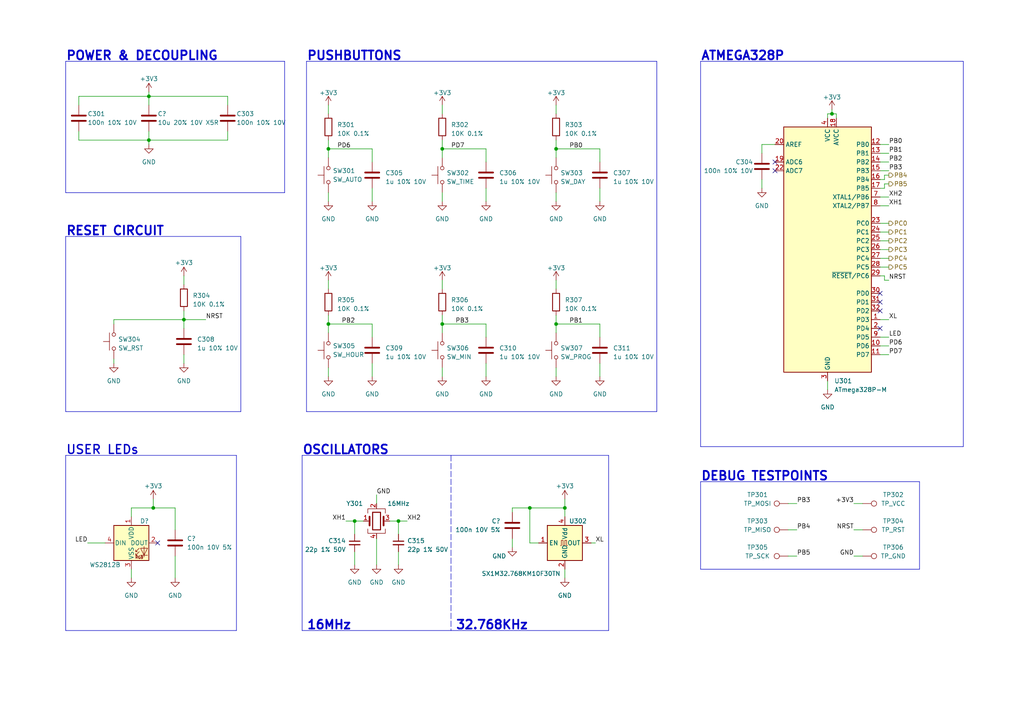
<source format=kicad_sch>
(kicad_sch (version 20230121) (generator eeschema)

  (uuid 7adc31cd-408e-45cf-8347-f86fdf187658)

  (paper "A4")

  (title_block
    (title "Digital_Timer_Switch")
    (date "2023-07-24")
    (rev "1.0")
    (company "sudo-junkie")
  )

  (lib_symbols
    (symbol "Connector:TestPoint" (pin_numbers hide) (pin_names (offset 0.762) hide) (in_bom yes) (on_board yes)
      (property "Reference" "TP" (at 0 6.858 0)
        (effects (font (size 1.27 1.27)))
      )
      (property "Value" "TestPoint" (at 0 5.08 0)
        (effects (font (size 1.27 1.27)))
      )
      (property "Footprint" "" (at 5.08 0 0)
        (effects (font (size 1.27 1.27)) hide)
      )
      (property "Datasheet" "~" (at 5.08 0 0)
        (effects (font (size 1.27 1.27)) hide)
      )
      (property "ki_keywords" "test point tp" (at 0 0 0)
        (effects (font (size 1.27 1.27)) hide)
      )
      (property "ki_description" "test point" (at 0 0 0)
        (effects (font (size 1.27 1.27)) hide)
      )
      (property "ki_fp_filters" "Pin* Test*" (at 0 0 0)
        (effects (font (size 1.27 1.27)) hide)
      )
      (symbol "TestPoint_0_1"
        (circle (center 0 3.302) (radius 0.762)
          (stroke (width 0) (type default))
          (fill (type none))
        )
      )
      (symbol "TestPoint_1_1"
        (pin passive line (at 0 0 90) (length 2.54)
          (name "1" (effects (font (size 1.27 1.27))))
          (number "1" (effects (font (size 1.27 1.27))))
        )
      )
    )
    (symbol "Device:C" (pin_numbers hide) (pin_names (offset 0.254)) (in_bom yes) (on_board yes)
      (property "Reference" "C" (at 0.635 2.54 0)
        (effects (font (size 1.27 1.27)) (justify left))
      )
      (property "Value" "C" (at 0.635 -2.54 0)
        (effects (font (size 1.27 1.27)) (justify left))
      )
      (property "Footprint" "" (at 0.9652 -3.81 0)
        (effects (font (size 1.27 1.27)) hide)
      )
      (property "Datasheet" "~" (at 0 0 0)
        (effects (font (size 1.27 1.27)) hide)
      )
      (property "ki_keywords" "cap capacitor" (at 0 0 0)
        (effects (font (size 1.27 1.27)) hide)
      )
      (property "ki_description" "Unpolarized capacitor" (at 0 0 0)
        (effects (font (size 1.27 1.27)) hide)
      )
      (property "ki_fp_filters" "C_*" (at 0 0 0)
        (effects (font (size 1.27 1.27)) hide)
      )
      (symbol "C_0_1"
        (polyline
          (pts
            (xy -2.032 -0.762)
            (xy 2.032 -0.762)
          )
          (stroke (width 0.508) (type default))
          (fill (type none))
        )
        (polyline
          (pts
            (xy -2.032 0.762)
            (xy 2.032 0.762)
          )
          (stroke (width 0.508) (type default))
          (fill (type none))
        )
      )
      (symbol "C_1_1"
        (pin passive line (at 0 3.81 270) (length 2.794)
          (name "~" (effects (font (size 1.27 1.27))))
          (number "1" (effects (font (size 1.27 1.27))))
        )
        (pin passive line (at 0 -3.81 90) (length 2.794)
          (name "~" (effects (font (size 1.27 1.27))))
          (number "2" (effects (font (size 1.27 1.27))))
        )
      )
    )
    (symbol "Device:C_Small" (pin_numbers hide) (pin_names (offset 0.254) hide) (in_bom yes) (on_board yes)
      (property "Reference" "C" (at 0.254 1.778 0)
        (effects (font (size 1.27 1.27)) (justify left))
      )
      (property "Value" "C_Small" (at 0.254 -2.032 0)
        (effects (font (size 1.27 1.27)) (justify left))
      )
      (property "Footprint" "" (at 0 0 0)
        (effects (font (size 1.27 1.27)) hide)
      )
      (property "Datasheet" "~" (at 0 0 0)
        (effects (font (size 1.27 1.27)) hide)
      )
      (property "ki_keywords" "capacitor cap" (at 0 0 0)
        (effects (font (size 1.27 1.27)) hide)
      )
      (property "ki_description" "Unpolarized capacitor, small symbol" (at 0 0 0)
        (effects (font (size 1.27 1.27)) hide)
      )
      (property "ki_fp_filters" "C_*" (at 0 0 0)
        (effects (font (size 1.27 1.27)) hide)
      )
      (symbol "C_Small_0_1"
        (polyline
          (pts
            (xy -1.524 -0.508)
            (xy 1.524 -0.508)
          )
          (stroke (width 0.3302) (type default))
          (fill (type none))
        )
        (polyline
          (pts
            (xy -1.524 0.508)
            (xy 1.524 0.508)
          )
          (stroke (width 0.3048) (type default))
          (fill (type none))
        )
      )
      (symbol "C_Small_1_1"
        (pin passive line (at 0 2.54 270) (length 2.032)
          (name "~" (effects (font (size 1.27 1.27))))
          (number "1" (effects (font (size 1.27 1.27))))
        )
        (pin passive line (at 0 -2.54 90) (length 2.032)
          (name "~" (effects (font (size 1.27 1.27))))
          (number "2" (effects (font (size 1.27 1.27))))
        )
      )
    )
    (symbol "Device:Crystal_GND24" (pin_names (offset 1.016) hide) (in_bom yes) (on_board yes)
      (property "Reference" "Y" (at 3.175 5.08 0)
        (effects (font (size 1.27 1.27)) (justify left))
      )
      (property "Value" "Crystal_GND24" (at 3.175 3.175 0)
        (effects (font (size 1.27 1.27)) (justify left))
      )
      (property "Footprint" "" (at 0 0 0)
        (effects (font (size 1.27 1.27)) hide)
      )
      (property "Datasheet" "~" (at 0 0 0)
        (effects (font (size 1.27 1.27)) hide)
      )
      (property "ki_keywords" "quartz ceramic resonator oscillator" (at 0 0 0)
        (effects (font (size 1.27 1.27)) hide)
      )
      (property "ki_description" "Four pin crystal, GND on pins 2 and 4" (at 0 0 0)
        (effects (font (size 1.27 1.27)) hide)
      )
      (property "ki_fp_filters" "Crystal*" (at 0 0 0)
        (effects (font (size 1.27 1.27)) hide)
      )
      (symbol "Crystal_GND24_0_1"
        (rectangle (start -1.143 2.54) (end 1.143 -2.54)
          (stroke (width 0.3048) (type default))
          (fill (type none))
        )
        (polyline
          (pts
            (xy -2.54 0)
            (xy -2.032 0)
          )
          (stroke (width 0) (type default))
          (fill (type none))
        )
        (polyline
          (pts
            (xy -2.032 -1.27)
            (xy -2.032 1.27)
          )
          (stroke (width 0.508) (type default))
          (fill (type none))
        )
        (polyline
          (pts
            (xy 0 -3.81)
            (xy 0 -3.556)
          )
          (stroke (width 0) (type default))
          (fill (type none))
        )
        (polyline
          (pts
            (xy 0 3.556)
            (xy 0 3.81)
          )
          (stroke (width 0) (type default))
          (fill (type none))
        )
        (polyline
          (pts
            (xy 2.032 -1.27)
            (xy 2.032 1.27)
          )
          (stroke (width 0.508) (type default))
          (fill (type none))
        )
        (polyline
          (pts
            (xy 2.032 0)
            (xy 2.54 0)
          )
          (stroke (width 0) (type default))
          (fill (type none))
        )
        (polyline
          (pts
            (xy -2.54 -2.286)
            (xy -2.54 -3.556)
            (xy 2.54 -3.556)
            (xy 2.54 -2.286)
          )
          (stroke (width 0) (type default))
          (fill (type none))
        )
        (polyline
          (pts
            (xy -2.54 2.286)
            (xy -2.54 3.556)
            (xy 2.54 3.556)
            (xy 2.54 2.286)
          )
          (stroke (width 0) (type default))
          (fill (type none))
        )
      )
      (symbol "Crystal_GND24_1_1"
        (pin passive line (at -3.81 0 0) (length 1.27)
          (name "1" (effects (font (size 1.27 1.27))))
          (number "1" (effects (font (size 1.27 1.27))))
        )
        (pin passive line (at 0 5.08 270) (length 1.27)
          (name "2" (effects (font (size 1.27 1.27))))
          (number "2" (effects (font (size 1.27 1.27))))
        )
        (pin passive line (at 3.81 0 180) (length 1.27)
          (name "3" (effects (font (size 1.27 1.27))))
          (number "3" (effects (font (size 1.27 1.27))))
        )
        (pin passive line (at 0 -5.08 90) (length 1.27)
          (name "4" (effects (font (size 1.27 1.27))))
          (number "4" (effects (font (size 1.27 1.27))))
        )
      )
    )
    (symbol "Device:R" (pin_numbers hide) (pin_names (offset 0)) (in_bom yes) (on_board yes)
      (property "Reference" "R" (at 2.032 0 90)
        (effects (font (size 1.27 1.27)))
      )
      (property "Value" "R" (at 0 0 90)
        (effects (font (size 1.27 1.27)))
      )
      (property "Footprint" "" (at -1.778 0 90)
        (effects (font (size 1.27 1.27)) hide)
      )
      (property "Datasheet" "~" (at 0 0 0)
        (effects (font (size 1.27 1.27)) hide)
      )
      (property "ki_keywords" "R res resistor" (at 0 0 0)
        (effects (font (size 1.27 1.27)) hide)
      )
      (property "ki_description" "Resistor" (at 0 0 0)
        (effects (font (size 1.27 1.27)) hide)
      )
      (property "ki_fp_filters" "R_*" (at 0 0 0)
        (effects (font (size 1.27 1.27)) hide)
      )
      (symbol "R_0_1"
        (rectangle (start -1.016 -2.54) (end 1.016 2.54)
          (stroke (width 0.254) (type default))
          (fill (type none))
        )
      )
      (symbol "R_1_1"
        (pin passive line (at 0 3.81 270) (length 1.27)
          (name "~" (effects (font (size 1.27 1.27))))
          (number "1" (effects (font (size 1.27 1.27))))
        )
        (pin passive line (at 0 -3.81 90) (length 1.27)
          (name "~" (effects (font (size 1.27 1.27))))
          (number "2" (effects (font (size 1.27 1.27))))
        )
      )
    )
    (symbol "LED:WS2812B" (pin_names (offset 0.254)) (in_bom yes) (on_board yes)
      (property "Reference" "D" (at 5.08 5.715 0)
        (effects (font (size 1.27 1.27)) (justify right bottom))
      )
      (property "Value" "WS2812B" (at 1.27 -5.715 0)
        (effects (font (size 1.27 1.27)) (justify left top))
      )
      (property "Footprint" "LED_SMD:LED_WS2812B_PLCC4_5.0x5.0mm_P3.2mm" (at 1.27 -7.62 0)
        (effects (font (size 1.27 1.27)) (justify left top) hide)
      )
      (property "Datasheet" "https://cdn-shop.adafruit.com/datasheets/WS2812B.pdf" (at 2.54 -9.525 0)
        (effects (font (size 1.27 1.27)) (justify left top) hide)
      )
      (property "ki_keywords" "RGB LED NeoPixel addressable" (at 0 0 0)
        (effects (font (size 1.27 1.27)) hide)
      )
      (property "ki_description" "RGB LED with integrated controller" (at 0 0 0)
        (effects (font (size 1.27 1.27)) hide)
      )
      (property "ki_fp_filters" "LED*WS2812*PLCC*5.0x5.0mm*P3.2mm*" (at 0 0 0)
        (effects (font (size 1.27 1.27)) hide)
      )
      (symbol "WS2812B_0_0"
        (text "RGB" (at 2.286 -4.191 0)
          (effects (font (size 0.762 0.762)))
        )
      )
      (symbol "WS2812B_0_1"
        (polyline
          (pts
            (xy 1.27 -3.556)
            (xy 1.778 -3.556)
          )
          (stroke (width 0) (type default))
          (fill (type none))
        )
        (polyline
          (pts
            (xy 1.27 -2.54)
            (xy 1.778 -2.54)
          )
          (stroke (width 0) (type default))
          (fill (type none))
        )
        (polyline
          (pts
            (xy 4.699 -3.556)
            (xy 2.667 -3.556)
          )
          (stroke (width 0) (type default))
          (fill (type none))
        )
        (polyline
          (pts
            (xy 2.286 -2.54)
            (xy 1.27 -3.556)
            (xy 1.27 -3.048)
          )
          (stroke (width 0) (type default))
          (fill (type none))
        )
        (polyline
          (pts
            (xy 2.286 -1.524)
            (xy 1.27 -2.54)
            (xy 1.27 -2.032)
          )
          (stroke (width 0) (type default))
          (fill (type none))
        )
        (polyline
          (pts
            (xy 3.683 -1.016)
            (xy 3.683 -3.556)
            (xy 3.683 -4.064)
          )
          (stroke (width 0) (type default))
          (fill (type none))
        )
        (polyline
          (pts
            (xy 4.699 -1.524)
            (xy 2.667 -1.524)
            (xy 3.683 -3.556)
            (xy 4.699 -1.524)
          )
          (stroke (width 0) (type default))
          (fill (type none))
        )
        (rectangle (start 5.08 5.08) (end -5.08 -5.08)
          (stroke (width 0.254) (type default))
          (fill (type background))
        )
      )
      (symbol "WS2812B_1_1"
        (pin power_in line (at 0 7.62 270) (length 2.54)
          (name "VDD" (effects (font (size 1.27 1.27))))
          (number "1" (effects (font (size 1.27 1.27))))
        )
        (pin output line (at 7.62 0 180) (length 2.54)
          (name "DOUT" (effects (font (size 1.27 1.27))))
          (number "2" (effects (font (size 1.27 1.27))))
        )
        (pin power_in line (at 0 -7.62 90) (length 2.54)
          (name "VSS" (effects (font (size 1.27 1.27))))
          (number "3" (effects (font (size 1.27 1.27))))
        )
        (pin input line (at -7.62 0 0) (length 2.54)
          (name "DIN" (effects (font (size 1.27 1.27))))
          (number "4" (effects (font (size 1.27 1.27))))
        )
      )
    )
    (symbol "MCU_Microchip_ATmega:ATmega328P-M" (in_bom yes) (on_board yes)
      (property "Reference" "U" (at -12.7 36.83 0)
        (effects (font (size 1.27 1.27)) (justify left bottom))
      )
      (property "Value" "ATmega328P-M" (at 2.54 -36.83 0)
        (effects (font (size 1.27 1.27)) (justify left top))
      )
      (property "Footprint" "Package_DFN_QFN:QFN-32-1EP_5x5mm_P0.5mm_EP3.1x3.1mm" (at 0 0 0)
        (effects (font (size 1.27 1.27) italic) hide)
      )
      (property "Datasheet" "http://ww1.microchip.com/downloads/en/DeviceDoc/ATmega328_P%20AVR%20MCU%20with%20picoPower%20Technology%20Data%20Sheet%2040001984A.pdf" (at 0 0 0)
        (effects (font (size 1.27 1.27)) hide)
      )
      (property "ki_keywords" "AVR 8bit Microcontroller MegaAVR PicoPower" (at 0 0 0)
        (effects (font (size 1.27 1.27)) hide)
      )
      (property "ki_description" "20MHz, 32kB Flash, 2kB SRAM, 1kB EEPROM, QFN-32" (at 0 0 0)
        (effects (font (size 1.27 1.27)) hide)
      )
      (property "ki_fp_filters" "QFN*1EP*5x5mm*P0.5mm*" (at 0 0 0)
        (effects (font (size 1.27 1.27)) hide)
      )
      (symbol "ATmega328P-M_0_1"
        (rectangle (start -12.7 -35.56) (end 12.7 35.56)
          (stroke (width 0.254) (type default))
          (fill (type background))
        )
      )
      (symbol "ATmega328P-M_1_1"
        (pin bidirectional line (at 15.24 -20.32 180) (length 2.54)
          (name "PD3" (effects (font (size 1.27 1.27))))
          (number "1" (effects (font (size 1.27 1.27))))
        )
        (pin bidirectional line (at 15.24 -27.94 180) (length 2.54)
          (name "PD6" (effects (font (size 1.27 1.27))))
          (number "10" (effects (font (size 1.27 1.27))))
        )
        (pin bidirectional line (at 15.24 -30.48 180) (length 2.54)
          (name "PD7" (effects (font (size 1.27 1.27))))
          (number "11" (effects (font (size 1.27 1.27))))
        )
        (pin bidirectional line (at 15.24 30.48 180) (length 2.54)
          (name "PB0" (effects (font (size 1.27 1.27))))
          (number "12" (effects (font (size 1.27 1.27))))
        )
        (pin bidirectional line (at 15.24 27.94 180) (length 2.54)
          (name "PB1" (effects (font (size 1.27 1.27))))
          (number "13" (effects (font (size 1.27 1.27))))
        )
        (pin bidirectional line (at 15.24 25.4 180) (length 2.54)
          (name "PB2" (effects (font (size 1.27 1.27))))
          (number "14" (effects (font (size 1.27 1.27))))
        )
        (pin bidirectional line (at 15.24 22.86 180) (length 2.54)
          (name "PB3" (effects (font (size 1.27 1.27))))
          (number "15" (effects (font (size 1.27 1.27))))
        )
        (pin bidirectional line (at 15.24 20.32 180) (length 2.54)
          (name "PB4" (effects (font (size 1.27 1.27))))
          (number "16" (effects (font (size 1.27 1.27))))
        )
        (pin bidirectional line (at 15.24 17.78 180) (length 2.54)
          (name "PB5" (effects (font (size 1.27 1.27))))
          (number "17" (effects (font (size 1.27 1.27))))
        )
        (pin power_in line (at 2.54 38.1 270) (length 2.54)
          (name "AVCC" (effects (font (size 1.27 1.27))))
          (number "18" (effects (font (size 1.27 1.27))))
        )
        (pin input line (at -15.24 25.4 0) (length 2.54)
          (name "ADC6" (effects (font (size 1.27 1.27))))
          (number "19" (effects (font (size 1.27 1.27))))
        )
        (pin bidirectional line (at 15.24 -22.86 180) (length 2.54)
          (name "PD4" (effects (font (size 1.27 1.27))))
          (number "2" (effects (font (size 1.27 1.27))))
        )
        (pin passive line (at -15.24 30.48 0) (length 2.54)
          (name "AREF" (effects (font (size 1.27 1.27))))
          (number "20" (effects (font (size 1.27 1.27))))
        )
        (pin passive line (at 0 -38.1 90) (length 2.54) hide
          (name "GND" (effects (font (size 1.27 1.27))))
          (number "21" (effects (font (size 1.27 1.27))))
        )
        (pin input line (at -15.24 22.86 0) (length 2.54)
          (name "ADC7" (effects (font (size 1.27 1.27))))
          (number "22" (effects (font (size 1.27 1.27))))
        )
        (pin bidirectional line (at 15.24 7.62 180) (length 2.54)
          (name "PC0" (effects (font (size 1.27 1.27))))
          (number "23" (effects (font (size 1.27 1.27))))
        )
        (pin bidirectional line (at 15.24 5.08 180) (length 2.54)
          (name "PC1" (effects (font (size 1.27 1.27))))
          (number "24" (effects (font (size 1.27 1.27))))
        )
        (pin bidirectional line (at 15.24 2.54 180) (length 2.54)
          (name "PC2" (effects (font (size 1.27 1.27))))
          (number "25" (effects (font (size 1.27 1.27))))
        )
        (pin bidirectional line (at 15.24 0 180) (length 2.54)
          (name "PC3" (effects (font (size 1.27 1.27))))
          (number "26" (effects (font (size 1.27 1.27))))
        )
        (pin bidirectional line (at 15.24 -2.54 180) (length 2.54)
          (name "PC4" (effects (font (size 1.27 1.27))))
          (number "27" (effects (font (size 1.27 1.27))))
        )
        (pin bidirectional line (at 15.24 -5.08 180) (length 2.54)
          (name "PC5" (effects (font (size 1.27 1.27))))
          (number "28" (effects (font (size 1.27 1.27))))
        )
        (pin bidirectional line (at 15.24 -7.62 180) (length 2.54)
          (name "~{RESET}/PC6" (effects (font (size 1.27 1.27))))
          (number "29" (effects (font (size 1.27 1.27))))
        )
        (pin power_in line (at 0 -38.1 90) (length 2.54)
          (name "GND" (effects (font (size 1.27 1.27))))
          (number "3" (effects (font (size 1.27 1.27))))
        )
        (pin bidirectional line (at 15.24 -12.7 180) (length 2.54)
          (name "PD0" (effects (font (size 1.27 1.27))))
          (number "30" (effects (font (size 1.27 1.27))))
        )
        (pin bidirectional line (at 15.24 -15.24 180) (length 2.54)
          (name "PD1" (effects (font (size 1.27 1.27))))
          (number "31" (effects (font (size 1.27 1.27))))
        )
        (pin bidirectional line (at 15.24 -17.78 180) (length 2.54)
          (name "PD2" (effects (font (size 1.27 1.27))))
          (number "32" (effects (font (size 1.27 1.27))))
        )
        (pin passive line (at 0 -38.1 90) (length 2.54) hide
          (name "GND" (effects (font (size 1.27 1.27))))
          (number "33" (effects (font (size 1.27 1.27))))
        )
        (pin power_in line (at 0 38.1 270) (length 2.54)
          (name "VCC" (effects (font (size 1.27 1.27))))
          (number "4" (effects (font (size 1.27 1.27))))
        )
        (pin passive line (at 0 -38.1 90) (length 2.54) hide
          (name "GND" (effects (font (size 1.27 1.27))))
          (number "5" (effects (font (size 1.27 1.27))))
        )
        (pin passive line (at 0 38.1 270) (length 2.54) hide
          (name "VCC" (effects (font (size 1.27 1.27))))
          (number "6" (effects (font (size 1.27 1.27))))
        )
        (pin bidirectional line (at 15.24 15.24 180) (length 2.54)
          (name "XTAL1/PB6" (effects (font (size 1.27 1.27))))
          (number "7" (effects (font (size 1.27 1.27))))
        )
        (pin bidirectional line (at 15.24 12.7 180) (length 2.54)
          (name "XTAL2/PB7" (effects (font (size 1.27 1.27))))
          (number "8" (effects (font (size 1.27 1.27))))
        )
        (pin bidirectional line (at 15.24 -25.4 180) (length 2.54)
          (name "PD5" (effects (font (size 1.27 1.27))))
          (number "9" (effects (font (size 1.27 1.27))))
        )
      )
    )
    (symbol "My_Oscillator:SX1M32.768KM10F30TN" (in_bom yes) (on_board yes)
      (property "Reference" "U" (at 2.54 6.35 0)
        (effects (font (size 1.27 1.27)))
      )
      (property "Value" "SX1M32.768KM10F30TN" (at 11.43 -6.35 0)
        (effects (font (size 1.27 1.27)))
      )
      (property "Footprint" "Crystal:Crystal_SMD_2016-4Pin_2.0x1.6mm" (at 0 20.32 0)
        (effects (font (size 1.27 1.27)) hide)
      )
      (property "Datasheet" "https://datasheet.lcsc.com/lcsc/2110191430_Shenzhen-SCTF-Elec-SX1M32-768KM10F30TNN_C2901615.pdf" (at -1.27 17.78 0)
        (effects (font (size 1.27 1.27)) hide)
      )
      (property "ki_keywords" "CMOS, Oscillator, 32.768KHz, 3.3V" (at 0 0 0)
        (effects (font (size 1.27 1.27)) hide)
      )
      (property "ki_description" "32.768KHz  1.62 ～ 3.63V CMOS Oscillator" (at 0 0 0)
        (effects (font (size 1.27 1.27)) hide)
      )
      (symbol "SX1M32.768KM10F30TN_0_1"
        (rectangle (start -5.08 5.08) (end 5.08 -5.08)
          (stroke (width 0.254) (type default))
          (fill (type background))
        )
        (polyline
          (pts
            (xy -1.27 -0.762)
            (xy -1.016 -0.762)
            (xy -1.016 0.762)
            (xy -0.508 0.762)
            (xy -0.508 -0.762)
            (xy 0 -0.762)
            (xy 0 0.762)
            (xy 0.508 0.762)
            (xy 0.508 -0.762)
            (xy 0.762 -0.762)
          )
          (stroke (width 0) (type default))
          (fill (type none))
        )
      )
      (symbol "SX1M32.768KM10F30TN_1_1"
        (pin input line (at -7.62 0 0) (length 2.54)
          (name "EN" (effects (font (size 1.27 1.27))))
          (number "1" (effects (font (size 1.27 1.27))))
        )
        (pin power_in line (at 0 -7.62 90) (length 2.54)
          (name "GND" (effects (font (size 1.27 1.27))))
          (number "2" (effects (font (size 1.27 1.27))))
        )
        (pin output line (at 7.62 0 180) (length 2.54)
          (name "OUT" (effects (font (size 1.27 1.27))))
          (number "3" (effects (font (size 1.27 1.27))))
        )
        (pin power_in line (at 0 7.62 270) (length 2.54)
          (name "Vdd" (effects (font (size 1.27 1.27))))
          (number "4" (effects (font (size 1.27 1.27))))
        )
      )
    )
    (symbol "Switch:SW_Push" (pin_numbers hide) (pin_names (offset 1.016) hide) (in_bom yes) (on_board yes)
      (property "Reference" "SW" (at 1.27 2.54 0)
        (effects (font (size 1.27 1.27)) (justify left))
      )
      (property "Value" "SW_Push" (at 0 -1.524 0)
        (effects (font (size 1.27 1.27)))
      )
      (property "Footprint" "" (at 0 5.08 0)
        (effects (font (size 1.27 1.27)) hide)
      )
      (property "Datasheet" "~" (at 0 5.08 0)
        (effects (font (size 1.27 1.27)) hide)
      )
      (property "ki_keywords" "switch normally-open pushbutton push-button" (at 0 0 0)
        (effects (font (size 1.27 1.27)) hide)
      )
      (property "ki_description" "Push button switch, generic, two pins" (at 0 0 0)
        (effects (font (size 1.27 1.27)) hide)
      )
      (symbol "SW_Push_0_1"
        (circle (center -2.032 0) (radius 0.508)
          (stroke (width 0) (type default))
          (fill (type none))
        )
        (polyline
          (pts
            (xy 0 1.27)
            (xy 0 3.048)
          )
          (stroke (width 0) (type default))
          (fill (type none))
        )
        (polyline
          (pts
            (xy 2.54 1.27)
            (xy -2.54 1.27)
          )
          (stroke (width 0) (type default))
          (fill (type none))
        )
        (circle (center 2.032 0) (radius 0.508)
          (stroke (width 0) (type default))
          (fill (type none))
        )
        (pin passive line (at -5.08 0 0) (length 2.54)
          (name "1" (effects (font (size 1.27 1.27))))
          (number "1" (effects (font (size 1.27 1.27))))
        )
        (pin passive line (at 5.08 0 180) (length 2.54)
          (name "2" (effects (font (size 1.27 1.27))))
          (number "2" (effects (font (size 1.27 1.27))))
        )
      )
    )
    (symbol "power:+3V3" (power) (pin_names (offset 0)) (in_bom yes) (on_board yes)
      (property "Reference" "#PWR" (at 0 -3.81 0)
        (effects (font (size 1.27 1.27)) hide)
      )
      (property "Value" "+3V3" (at 0 3.556 0)
        (effects (font (size 1.27 1.27)))
      )
      (property "Footprint" "" (at 0 0 0)
        (effects (font (size 1.27 1.27)) hide)
      )
      (property "Datasheet" "" (at 0 0 0)
        (effects (font (size 1.27 1.27)) hide)
      )
      (property "ki_keywords" "global power" (at 0 0 0)
        (effects (font (size 1.27 1.27)) hide)
      )
      (property "ki_description" "Power symbol creates a global label with name \"+3V3\"" (at 0 0 0)
        (effects (font (size 1.27 1.27)) hide)
      )
      (symbol "+3V3_0_1"
        (polyline
          (pts
            (xy -0.762 1.27)
            (xy 0 2.54)
          )
          (stroke (width 0) (type default))
          (fill (type none))
        )
        (polyline
          (pts
            (xy 0 0)
            (xy 0 2.54)
          )
          (stroke (width 0) (type default))
          (fill (type none))
        )
        (polyline
          (pts
            (xy 0 2.54)
            (xy 0.762 1.27)
          )
          (stroke (width 0) (type default))
          (fill (type none))
        )
      )
      (symbol "+3V3_1_1"
        (pin power_in line (at 0 0 90) (length 0) hide
          (name "+3V3" (effects (font (size 1.27 1.27))))
          (number "1" (effects (font (size 1.27 1.27))))
        )
      )
    )
    (symbol "power:GND" (power) (pin_names (offset 0)) (in_bom yes) (on_board yes)
      (property "Reference" "#PWR" (at 0 -6.35 0)
        (effects (font (size 1.27 1.27)) hide)
      )
      (property "Value" "GND" (at 0 -3.81 0)
        (effects (font (size 1.27 1.27)))
      )
      (property "Footprint" "" (at 0 0 0)
        (effects (font (size 1.27 1.27)) hide)
      )
      (property "Datasheet" "" (at 0 0 0)
        (effects (font (size 1.27 1.27)) hide)
      )
      (property "ki_keywords" "global power" (at 0 0 0)
        (effects (font (size 1.27 1.27)) hide)
      )
      (property "ki_description" "Power symbol creates a global label with name \"GND\" , ground" (at 0 0 0)
        (effects (font (size 1.27 1.27)) hide)
      )
      (symbol "GND_0_1"
        (polyline
          (pts
            (xy 0 0)
            (xy 0 -1.27)
            (xy 1.27 -1.27)
            (xy 0 -2.54)
            (xy -1.27 -1.27)
            (xy 0 -1.27)
          )
          (stroke (width 0) (type default))
          (fill (type none))
        )
      )
      (symbol "GND_1_1"
        (pin power_in line (at 0 0 270) (length 0) hide
          (name "GND" (effects (font (size 1.27 1.27))))
          (number "1" (effects (font (size 1.27 1.27))))
        )
      )
    )
  )

  (junction (at 163.83 147.32) (diameter 0) (color 0 0 0 0)
    (uuid 046d0112-591c-460e-b483-2ba75e67b332)
  )
  (junction (at 43.18 40.64) (diameter 0) (color 0 0 0 0)
    (uuid 094ba33a-b7a5-487c-8eac-9da9a63954fd)
  )
  (junction (at 115.57 151.13) (diameter 0) (color 0 0 0 0)
    (uuid 3f447f05-fabc-4a91-a24e-953b9d9cca4a)
  )
  (junction (at 128.27 93.98) (diameter 0) (color 0 0 0 0)
    (uuid 56d5a65a-fc73-4e3c-9939-59cd2f784c6a)
  )
  (junction (at 43.18 27.94) (diameter 0) (color 0 0 0 0)
    (uuid 57a4ce72-93ef-43a0-9125-5202094743d4)
  )
  (junction (at 241.3 33.02) (diameter 0) (color 0 0 0 0)
    (uuid 60125e31-7453-4a66-987d-28306da98f2a)
  )
  (junction (at 161.29 93.98) (diameter 0) (color 0 0 0 0)
    (uuid 62c2e410-fedb-4f64-bdd7-4c18b6cd6d2e)
  )
  (junction (at 128.27 43.18) (diameter 0) (color 0 0 0 0)
    (uuid a9633c33-ffd8-488c-b918-ca2f8d081dda)
  )
  (junction (at 44.45 147.32) (diameter 0) (color 0 0 0 0)
    (uuid c3243f51-84dd-4374-942a-71dea6264354)
  )
  (junction (at 153.67 147.32) (diameter 0) (color 0 0 0 0)
    (uuid d545a804-aee3-4fdd-9c7c-8120a5dd8745)
  )
  (junction (at 102.87 151.13) (diameter 0) (color 0 0 0 0)
    (uuid dffce865-ba9d-4bf8-95c5-416be897327b)
  )
  (junction (at 95.25 43.18) (diameter 0) (color 0 0 0 0)
    (uuid e24e7f71-52c4-4c29-822d-ecb94a138e7e)
  )
  (junction (at 95.25 93.98) (diameter 0) (color 0 0 0 0)
    (uuid e8397cb1-6f31-426b-adaf-9f3ec97d912d)
  )
  (junction (at 53.34 92.71) (diameter 0) (color 0 0 0 0)
    (uuid f7a1dca9-43f5-40be-bc56-f68a583476e0)
  )
  (junction (at 161.29 43.18) (diameter 0) (color 0 0 0 0)
    (uuid f881eb89-2b5b-40ab-b651-6df020155be7)
  )

  (no_connect (at 255.27 90.17) (uuid 2695ba03-a04a-4072-b8f0-c81bb21f2072))
  (no_connect (at 224.79 49.53) (uuid 36238b0c-3bd0-45e0-aef4-214a0fb27384))
  (no_connect (at 45.72 157.48) (uuid 479d2d26-f119-4a8e-b6f4-220aa8dff730))
  (no_connect (at 255.27 85.09) (uuid 6d627e45-2614-4cd4-838a-92bc0611347e))
  (no_connect (at 255.27 87.63) (uuid 79ead5c1-3123-4a22-8b19-adcb419164b1))
  (no_connect (at 224.79 46.99) (uuid a1acb5b4-1686-4282-b796-cb01a145afee))
  (no_connect (at 255.27 95.25) (uuid c82d9796-301f-4e77-8f57-962bd420b253))

  (wire (pts (xy 255.27 77.47) (xy 257.81 77.47))
    (stroke (width 0) (type default))
    (uuid 04364ff8-c204-48cb-bfd1-1b38c7e47a5f)
  )
  (wire (pts (xy 240.03 34.29) (xy 240.03 33.02))
    (stroke (width 0) (type default))
    (uuid 05b7e763-86b1-417c-a8df-002a510f4aea)
  )
  (wire (pts (xy 113.03 151.13) (xy 115.57 151.13))
    (stroke (width 0) (type default))
    (uuid 07bb0bcc-38de-4c4b-b55b-93e07d92d39e)
  )
  (wire (pts (xy 161.29 55.88) (xy 161.29 58.42))
    (stroke (width 0) (type default))
    (uuid 0b262cf1-10b6-49eb-bbef-47c2c0f60945)
  )
  (wire (pts (xy 38.1 147.32) (xy 44.45 147.32))
    (stroke (width 0) (type default))
    (uuid 0db318fa-82c4-4b66-b95f-32d8f443d8ee)
  )
  (polyline (pts (xy 88.9 17.78) (xy 88.9 119.38))
    (stroke (width 0) (type default))
    (uuid 10151b09-2adf-4bc8-94af-24b6f9e736a6)
  )

  (wire (pts (xy 128.27 106.68) (xy 128.27 109.22))
    (stroke (width 0) (type default))
    (uuid 1042368e-3cb8-4502-8426-f456cc40f2d9)
  )
  (wire (pts (xy 257.81 81.28) (xy 256.54 81.28))
    (stroke (width 0) (type default))
    (uuid 11279ebe-1d49-4deb-9536-66b33f295566)
  )
  (wire (pts (xy 220.98 44.45) (xy 220.98 41.91))
    (stroke (width 0) (type default))
    (uuid 11c97ee8-1ac6-4ec3-a04e-99b241879bb0)
  )
  (wire (pts (xy 163.83 144.78) (xy 163.83 147.32))
    (stroke (width 0) (type default))
    (uuid 1331c033-e620-4fdc-b59f-0b47e8625e99)
  )
  (wire (pts (xy 50.8 161.29) (xy 50.8 167.64))
    (stroke (width 0) (type default))
    (uuid 13793fcf-c06b-4334-901d-ff49d51c447a)
  )
  (polyline (pts (xy 190.5 119.38) (xy 88.9 119.38))
    (stroke (width 0) (type default))
    (uuid 14bd677e-83a7-4342-bec6-c746e5a2e53c)
  )

  (wire (pts (xy 250.19 146.05) (xy 247.65 146.05))
    (stroke (width 0) (type default))
    (uuid 15e7e475-313b-426a-9c35-46393d71ab00)
  )
  (wire (pts (xy 95.25 106.68) (xy 95.25 109.22))
    (stroke (width 0) (type default))
    (uuid 16a50ef1-2a9b-4dc3-9c4e-2a5a94b2599b)
  )
  (wire (pts (xy 257.81 59.69) (xy 255.27 59.69))
    (stroke (width 0) (type default))
    (uuid 16dc3d17-8496-4074-9c0d-b106ad0784c2)
  )
  (wire (pts (xy 161.29 93.98) (xy 161.29 96.52))
    (stroke (width 0) (type default))
    (uuid 1771c8e5-d545-42f6-9589-1a8ba3aa44bd)
  )
  (wire (pts (xy 44.45 147.32) (xy 50.8 147.32))
    (stroke (width 0) (type default))
    (uuid 184b4972-09da-4f41-aa6b-57c5d766c2db)
  )
  (wire (pts (xy 163.83 165.1) (xy 163.83 167.64))
    (stroke (width 0) (type default))
    (uuid 1ab53b10-131a-418e-a249-12a6d17bfbfa)
  )
  (wire (pts (xy 257.81 100.33) (xy 255.27 100.33))
    (stroke (width 0) (type default))
    (uuid 1b469250-fc58-4b82-ad33-9d4a4057f194)
  )
  (wire (pts (xy 95.25 30.48) (xy 95.25 33.02))
    (stroke (width 0) (type default))
    (uuid 1d5ffe3e-eab1-4614-aa1f-e71e2d5c8bc8)
  )
  (wire (pts (xy 128.27 40.64) (xy 128.27 43.18))
    (stroke (width 0) (type default))
    (uuid 1d7ec8f0-7b53-48e2-ac12-8b7fad4f1bf5)
  )
  (wire (pts (xy 257.81 44.45) (xy 255.27 44.45))
    (stroke (width 0) (type default))
    (uuid 1e87d277-77e8-43cb-9e1c-b0371d7f1c37)
  )
  (wire (pts (xy 257.81 46.99) (xy 255.27 46.99))
    (stroke (width 0) (type default))
    (uuid 1ea8694b-5e1a-4fea-b125-5a4901cc4528)
  )
  (wire (pts (xy 43.18 40.64) (xy 66.04 40.64))
    (stroke (width 0) (type default))
    (uuid 21cf50c1-40b7-4a0e-85b4-654aa920d197)
  )
  (wire (pts (xy 173.99 54.61) (xy 173.99 58.42))
    (stroke (width 0) (type default))
    (uuid 228b4e5f-ebb2-44c7-9bc2-e3d90e904973)
  )
  (wire (pts (xy 109.22 156.21) (xy 109.22 163.83))
    (stroke (width 0) (type default))
    (uuid 2317b10a-1cd4-449c-84f3-f10b6b5526b8)
  )
  (wire (pts (xy 228.6 146.05) (xy 231.14 146.05))
    (stroke (width 0) (type default))
    (uuid 24049c18-c5e0-4180-b0a2-d735fbc1b1c0)
  )
  (wire (pts (xy 161.29 106.68) (xy 161.29 109.22))
    (stroke (width 0) (type default))
    (uuid 2428676a-7cbd-4434-8e43-6cb31a03efd7)
  )
  (wire (pts (xy 53.34 80.01) (xy 53.34 82.55))
    (stroke (width 0) (type default))
    (uuid 27173983-5786-4016-94a8-7e1eaf0ffe7e)
  )
  (wire (pts (xy 128.27 81.28) (xy 128.27 83.82))
    (stroke (width 0) (type default))
    (uuid 297daaaf-e68e-46fb-849c-0d162075588c)
  )
  (wire (pts (xy 33.02 104.14) (xy 33.02 105.41))
    (stroke (width 0) (type default))
    (uuid 298b2808-d403-4c1d-8ee2-cd3b378f41aa)
  )
  (wire (pts (xy 140.97 46.99) (xy 140.97 43.18))
    (stroke (width 0) (type default))
    (uuid 2ac6b3d4-a7d6-4761-9170-6f1a96938cf6)
  )
  (wire (pts (xy 257.81 41.91) (xy 255.27 41.91))
    (stroke (width 0) (type default))
    (uuid 2ae2cfbd-72b8-4811-bc4c-62f4dca4baed)
  )
  (wire (pts (xy 256.54 50.8) (xy 257.81 50.8))
    (stroke (width 0) (type default))
    (uuid 2f11e68b-4780-4d78-a51e-039e70d6ff3b)
  )
  (wire (pts (xy 95.25 81.28) (xy 95.25 83.82))
    (stroke (width 0) (type default))
    (uuid 2f7a50c7-ee21-4fe8-af8a-6f492223bae5)
  )
  (wire (pts (xy 250.19 161.29) (xy 247.65 161.29))
    (stroke (width 0) (type default))
    (uuid 30612a0d-416f-4d00-9ca4-ce67295fbf71)
  )
  (wire (pts (xy 256.54 81.28) (xy 256.54 80.01))
    (stroke (width 0) (type default))
    (uuid 328c3e8e-4aa6-4d0d-ae7e-31f7ea7d2258)
  )
  (wire (pts (xy 43.18 40.64) (xy 43.18 41.91))
    (stroke (width 0) (type default))
    (uuid 338f537d-2cc8-41b4-b5ad-b0b812f8a4d0)
  )
  (wire (pts (xy 161.29 91.44) (xy 161.29 93.98))
    (stroke (width 0) (type default))
    (uuid 3421a13b-ea28-4eea-b89c-acdc2c0da128)
  )
  (wire (pts (xy 22.86 38.1) (xy 22.86 40.64))
    (stroke (width 0) (type default))
    (uuid 3531dd5e-edb0-4c83-b151-55a3acbb4088)
  )
  (wire (pts (xy 33.02 92.71) (xy 53.34 92.71))
    (stroke (width 0) (type default))
    (uuid 363d6d40-f314-42c6-8da9-da21e2e17288)
  )
  (wire (pts (xy 66.04 27.94) (xy 66.04 30.48))
    (stroke (width 0) (type default))
    (uuid 3a0503ca-ba47-4202-882f-90f0bbbb960d)
  )
  (polyline (pts (xy 68.58 182.88) (xy 19.05 182.88))
    (stroke (width 0) (type default))
    (uuid 3a2942ed-a086-4982-acc2-58eae1a23ec8)
  )

  (wire (pts (xy 43.18 27.94) (xy 66.04 27.94))
    (stroke (width 0) (type default))
    (uuid 3b52211c-018c-421f-9b23-806cb1b90a65)
  )
  (wire (pts (xy 220.98 41.91) (xy 224.79 41.91))
    (stroke (width 0) (type default))
    (uuid 3b9bcd64-8dad-4462-a5f8-6434f46c3735)
  )
  (wire (pts (xy 53.34 102.87) (xy 53.34 105.41))
    (stroke (width 0) (type default))
    (uuid 3d8bfa3e-9ebc-4092-8e75-63f58661cc99)
  )
  (wire (pts (xy 255.27 64.77) (xy 257.81 64.77))
    (stroke (width 0) (type default))
    (uuid 3f30a33c-90f6-427c-bcc0-91379bf362b6)
  )
  (polyline (pts (xy 203.2 129.54) (xy 203.2 17.78))
    (stroke (width 0) (type default))
    (uuid 3fca2ad6-d225-4509-9bb1-87a3f53feb69)
  )
  (polyline (pts (xy 69.85 119.38) (xy 19.05 119.38))
    (stroke (width 0) (type default))
    (uuid 43fb8e1f-01f3-4c98-9ea8-bbb2f44cd6ed)
  )
  (polyline (pts (xy 69.85 68.58) (xy 69.85 119.38))
    (stroke (width 0) (type default))
    (uuid 440e89e0-afbd-44cf-9c9a-1e8dba84560a)
  )

  (wire (pts (xy 250.19 153.67) (xy 247.65 153.67))
    (stroke (width 0) (type default))
    (uuid 4438600c-2f8f-4cef-9cf5-c0be7910a9cb)
  )
  (wire (pts (xy 115.57 151.13) (xy 118.11 151.13))
    (stroke (width 0) (type default))
    (uuid 48f29189-e97d-42e7-b2a3-43ef30a7bec9)
  )
  (polyline (pts (xy 82.55 55.88) (xy 19.05 55.88))
    (stroke (width 0) (type default))
    (uuid 4a833073-e84e-4ff5-90cb-d093ec0796d9)
  )

  (wire (pts (xy 255.27 72.39) (xy 257.81 72.39))
    (stroke (width 0) (type default))
    (uuid 4addb0e4-43b9-45dd-8f62-b71bbdf6b113)
  )
  (wire (pts (xy 173.99 105.41) (xy 173.99 109.22))
    (stroke (width 0) (type default))
    (uuid 4b007d9e-e115-49b9-b242-31cce0b39f32)
  )
  (wire (pts (xy 128.27 93.98) (xy 140.97 93.98))
    (stroke (width 0) (type default))
    (uuid 4b1081dd-5f49-41e9-ad43-56ace6859e60)
  )
  (wire (pts (xy 255.27 69.85) (xy 257.81 69.85))
    (stroke (width 0) (type default))
    (uuid 4f84452a-c57a-4969-bc63-3090231d6a33)
  )
  (polyline (pts (xy 203.2 17.78) (xy 279.4 17.78))
    (stroke (width 0) (type default))
    (uuid 50124cd7-1b79-45a7-a56e-cff7d2c28c5c)
  )

  (wire (pts (xy 102.87 151.13) (xy 102.87 154.94))
    (stroke (width 0) (type default))
    (uuid 510dd1ab-46cd-4807-9484-8cd2cb6cdca1)
  )
  (wire (pts (xy 256.54 50.8) (xy 256.54 52.07))
    (stroke (width 0) (type default))
    (uuid 514b4151-cb80-4895-808d-a54f03975b4b)
  )
  (wire (pts (xy 95.25 93.98) (xy 95.25 96.52))
    (stroke (width 0) (type default))
    (uuid 5215e39a-2ca2-4cdf-a298-051ef793e999)
  )
  (wire (pts (xy 171.45 157.48) (xy 172.72 157.48))
    (stroke (width 0) (type default))
    (uuid 5694034d-a49b-40a2-9344-86309901e995)
  )
  (wire (pts (xy 107.95 105.41) (xy 107.95 109.22))
    (stroke (width 0) (type default))
    (uuid 56d335af-832b-4c76-bf37-90c7a96c1ede)
  )
  (wire (pts (xy 228.6 153.67) (xy 231.14 153.67))
    (stroke (width 0) (type default))
    (uuid 5d01cb6f-8354-40bb-a748-8d8c83671f6d)
  )
  (polyline (pts (xy 19.05 132.08) (xy 68.58 132.08))
    (stroke (width 0) (type default))
    (uuid 60d729ba-0db1-413f-b536-54eb7b0b6cd2)
  )

  (wire (pts (xy 153.67 147.32) (xy 153.67 157.48))
    (stroke (width 0) (type default))
    (uuid 6488c791-efc0-4056-9bcd-7750126f4a70)
  )
  (wire (pts (xy 173.99 46.99) (xy 173.99 43.18))
    (stroke (width 0) (type default))
    (uuid 69440cea-9f58-4e4e-a9e4-2ac680a27d8e)
  )
  (wire (pts (xy 257.81 49.53) (xy 255.27 49.53))
    (stroke (width 0) (type default))
    (uuid 6e9dc60c-4205-40d0-a6af-8b4e171a1c12)
  )
  (polyline (pts (xy 19.05 55.88) (xy 19.05 17.78))
    (stroke (width 0) (type default))
    (uuid 7085cf6c-c26e-478e-a5d5-1184a51f41cb)
  )

  (wire (pts (xy 66.04 38.1) (xy 66.04 40.64))
    (stroke (width 0) (type default))
    (uuid 75d640bc-2b17-4308-9c47-9bb3063b6f6a)
  )
  (wire (pts (xy 240.03 110.49) (xy 240.03 113.03))
    (stroke (width 0) (type default))
    (uuid 7a72de49-f407-49e6-961d-cd338d66f1f1)
  )
  (wire (pts (xy 107.95 97.79) (xy 107.95 93.98))
    (stroke (width 0) (type default))
    (uuid 7cb8ecab-4e0d-414a-b74b-2183b49b8b8b)
  )
  (wire (pts (xy 241.3 31.75) (xy 241.3 33.02))
    (stroke (width 0) (type default))
    (uuid 7cc206a6-e762-47da-884d-d645e394289f)
  )
  (wire (pts (xy 256.54 53.34) (xy 256.54 54.61))
    (stroke (width 0) (type default))
    (uuid 8086031d-2f26-4494-bd4d-ce93256ea424)
  )
  (wire (pts (xy 156.21 157.48) (xy 153.67 157.48))
    (stroke (width 0) (type default))
    (uuid 81d12f69-3906-4a54-839c-404c3dc903b9)
  )
  (polyline (pts (xy 19.05 68.58) (xy 69.85 68.58))
    (stroke (width 0) (type default))
    (uuid 837050ca-b01c-483f-8c5d-d5db9df1134f)
  )

  (wire (pts (xy 100.33 151.13) (xy 102.87 151.13))
    (stroke (width 0) (type default))
    (uuid 85690d63-d4bf-49ee-bb97-fc263bec219e)
  )
  (wire (pts (xy 257.81 102.87) (xy 255.27 102.87))
    (stroke (width 0) (type default))
    (uuid 86633290-fe84-4e8a-a5f4-d076a29e22d4)
  )
  (wire (pts (xy 53.34 90.17) (xy 53.34 92.71))
    (stroke (width 0) (type default))
    (uuid 8670a341-72ce-4067-b081-1249015e070f)
  )
  (polyline (pts (xy 88.9 17.78) (xy 190.5 17.78))
    (stroke (width 0) (type default))
    (uuid 8826e442-344a-449b-97ef-8b0b170749d1)
  )
  (polyline (pts (xy 266.7 139.7) (xy 266.7 165.1))
    (stroke (width 0) (type default))
    (uuid 88294b4e-1659-4ac9-b7b4-c9a7d57ea119)
  )

  (wire (pts (xy 95.25 55.88) (xy 95.25 58.42))
    (stroke (width 0) (type default))
    (uuid 892b9cc3-7834-45ee-a903-b9554f6b1d8a)
  )
  (wire (pts (xy 161.29 43.18) (xy 161.29 45.72))
    (stroke (width 0) (type default))
    (uuid 899a0499-5ce9-4b4e-9583-3f295e4d843b)
  )
  (wire (pts (xy 228.6 161.29) (xy 231.14 161.29))
    (stroke (width 0) (type default))
    (uuid 8b0d0597-0158-4a8a-b247-ec1ca035546d)
  )
  (wire (pts (xy 128.27 43.18) (xy 128.27 45.72))
    (stroke (width 0) (type default))
    (uuid 8ca94086-f893-467c-b469-0bc0ade6bbf3)
  )
  (wire (pts (xy 43.18 27.94) (xy 43.18 30.48))
    (stroke (width 0) (type default))
    (uuid 8e04a814-9956-440b-9b3d-200c0292d577)
  )
  (wire (pts (xy 255.27 92.71) (xy 257.81 92.71))
    (stroke (width 0) (type default))
    (uuid 93d67e47-5733-4373-af73-eeda696e9b55)
  )
  (wire (pts (xy 38.1 147.32) (xy 38.1 149.86))
    (stroke (width 0) (type default))
    (uuid 9487a70b-32c6-4e45-adbc-b4100553b6c6)
  )
  (wire (pts (xy 161.29 81.28) (xy 161.29 83.82))
    (stroke (width 0) (type default))
    (uuid 98438fb1-ee22-4f9e-9fcd-2e1e1c3de411)
  )
  (wire (pts (xy 163.83 147.32) (xy 163.83 149.86))
    (stroke (width 0) (type default))
    (uuid 98789f83-6d56-48ba-8683-69071630b7da)
  )
  (wire (pts (xy 38.1 165.1) (xy 38.1 167.64))
    (stroke (width 0) (type default))
    (uuid 99431847-0675-4e72-920e-bbf5bd89e6a1)
  )
  (wire (pts (xy 161.29 43.18) (xy 173.99 43.18))
    (stroke (width 0) (type default))
    (uuid 9a96ab30-f206-4b6f-b286-acf6b1acbde4)
  )
  (polyline (pts (xy 266.7 165.1) (xy 203.2 165.1))
    (stroke (width 0) (type default))
    (uuid 9c93d621-8b9f-4302-a60b-104a12c88d53)
  )
  (polyline (pts (xy 82.55 17.78) (xy 82.55 55.88))
    (stroke (width 0) (type default))
    (uuid 9ca7b1fd-28e5-44c1-95f1-010694c62c5b)
  )
  (polyline (pts (xy 87.63 132.08) (xy 176.53 132.08))
    (stroke (width 0) (type default))
    (uuid 9f2155d9-cf54-4e3b-a4e3-9e185e6d78a5)
  )

  (wire (pts (xy 256.54 80.01) (xy 255.27 80.01))
    (stroke (width 0) (type default))
    (uuid 9f4bfeb1-ad96-43b9-a8af-9cfd8c30385d)
  )
  (wire (pts (xy 242.57 33.02) (xy 241.3 33.02))
    (stroke (width 0) (type default))
    (uuid a3bab156-8b81-4641-a7f2-17c061c70f8a)
  )
  (polyline (pts (xy 279.4 17.78) (xy 279.4 129.54))
    (stroke (width 0) (type default))
    (uuid a4b777f8-87aa-4639-9434-9b7c1d9aa7f5)
  )

  (wire (pts (xy 115.57 160.02) (xy 115.57 163.83))
    (stroke (width 0) (type default))
    (uuid a6e9bc7d-213d-4bdb-8a52-1c2ecd211076)
  )
  (wire (pts (xy 128.27 30.48) (xy 128.27 33.02))
    (stroke (width 0) (type default))
    (uuid a9000f65-8302-4540-84b2-2d1babd5e072)
  )
  (polyline (pts (xy 68.58 132.08) (xy 68.58 182.88))
    (stroke (width 0) (type default))
    (uuid ab81881b-0277-4818-85cf-800c6f1bdb7a)
  )

  (wire (pts (xy 148.59 147.32) (xy 148.59 148.59))
    (stroke (width 0) (type default))
    (uuid abf24f12-8334-4cb9-8d78-344c12847c50)
  )
  (polyline (pts (xy 176.53 182.88) (xy 87.63 182.88))
    (stroke (width 0) (type default))
    (uuid acf2f39d-e738-48c4-995b-49851b6349b4)
  )

  (wire (pts (xy 128.27 55.88) (xy 128.27 58.42))
    (stroke (width 0) (type default))
    (uuid afdade7c-6500-4c95-a946-a2cea9e1b853)
  )
  (wire (pts (xy 255.27 74.93) (xy 257.81 74.93))
    (stroke (width 0) (type default))
    (uuid b0d67bcc-b799-46d7-b7e3-9dee1c1cdb3c)
  )
  (wire (pts (xy 102.87 151.13) (xy 105.41 151.13))
    (stroke (width 0) (type default))
    (uuid b11a924f-6f4a-4fd9-9b4f-f4b6fd1a466d)
  )
  (wire (pts (xy 148.59 158.75) (xy 148.59 156.21))
    (stroke (width 0) (type default))
    (uuid b64fae14-5047-4934-bbf7-8cd3227e8aa9)
  )
  (polyline (pts (xy 87.63 182.88) (xy 87.63 132.08))
    (stroke (width 0) (type default))
    (uuid b847113e-2d94-4880-8d5c-de4087fe07de)
  )

  (wire (pts (xy 95.25 40.64) (xy 95.25 43.18))
    (stroke (width 0) (type default))
    (uuid b8a50a13-391e-46a1-b38f-2435e7cc2ffc)
  )
  (wire (pts (xy 95.25 43.18) (xy 107.95 43.18))
    (stroke (width 0) (type default))
    (uuid ba01773f-a8a0-4151-955f-37692b23cf33)
  )
  (wire (pts (xy 95.25 93.98) (xy 107.95 93.98))
    (stroke (width 0) (type default))
    (uuid bbc92c3e-8389-4252-ad49-bca39e83e037)
  )
  (wire (pts (xy 240.03 33.02) (xy 241.3 33.02))
    (stroke (width 0) (type default))
    (uuid bc285a18-710f-4361-91e8-cb3d9ba067d3)
  )
  (polyline (pts (xy 203.2 165.1) (xy 203.2 139.7))
    (stroke (width 0) (type default))
    (uuid bc8a34ea-cf9b-4fbb-a94f-43671637a0f8)
  )

  (wire (pts (xy 22.86 27.94) (xy 43.18 27.94))
    (stroke (width 0) (type default))
    (uuid bfdb2fe7-c0ca-4f4e-9241-370ae255db96)
  )
  (wire (pts (xy 257.81 57.15) (xy 255.27 57.15))
    (stroke (width 0) (type default))
    (uuid c253ab80-d7ff-454f-a8f3-96bd1f825cff)
  )
  (wire (pts (xy 44.45 144.78) (xy 44.45 147.32))
    (stroke (width 0) (type default))
    (uuid c6f7265d-0f74-4a57-85a8-140f7b8269f8)
  )
  (wire (pts (xy 161.29 93.98) (xy 173.99 93.98))
    (stroke (width 0) (type default))
    (uuid c7e7c94e-5a19-4630-95f6-91ca25e2549f)
  )
  (wire (pts (xy 148.59 147.32) (xy 153.67 147.32))
    (stroke (width 0) (type default))
    (uuid c9243546-78b7-4a5e-a5a6-d84fdd8abf86)
  )
  (wire (pts (xy 173.99 97.79) (xy 173.99 93.98))
    (stroke (width 0) (type default))
    (uuid ca64cb1d-eb41-4a78-97c3-505b3b6a0f2e)
  )
  (wire (pts (xy 43.18 26.67) (xy 43.18 27.94))
    (stroke (width 0) (type default))
    (uuid cbb2d0a7-2bf2-4893-bc22-fadf4bbb0893)
  )
  (polyline (pts (xy 176.53 132.08) (xy 176.53 182.88))
    (stroke (width 0) (type default))
    (uuid cea3404b-265f-4009-93e1-001424b84bd6)
  )

  (wire (pts (xy 255.27 97.79) (xy 257.81 97.79))
    (stroke (width 0) (type default))
    (uuid cf20ce34-5bce-47cf-80eb-9886e977c387)
  )
  (wire (pts (xy 256.54 52.07) (xy 255.27 52.07))
    (stroke (width 0) (type default))
    (uuid d0655f0f-f6be-4513-a048-daebf8b6111a)
  )
  (wire (pts (xy 95.25 43.18) (xy 95.25 45.72))
    (stroke (width 0) (type default))
    (uuid d27ca468-1500-458f-9640-51043ad0beb8)
  )
  (wire (pts (xy 25.4 157.48) (xy 30.48 157.48))
    (stroke (width 0) (type default))
    (uuid d4b301db-703f-47b2-982a-98a74bc6845d)
  )
  (polyline (pts (xy 19.05 132.08) (xy 19.05 182.88))
    (stroke (width 0) (type default))
    (uuid d4d0192d-be40-4f69-a97c-03925c91bd7b)
  )

  (wire (pts (xy 220.98 52.07) (xy 220.98 54.61))
    (stroke (width 0) (type default))
    (uuid d599a40b-aa4c-4cd6-b697-623b61632bc0)
  )
  (wire (pts (xy 128.27 93.98) (xy 128.27 96.52))
    (stroke (width 0) (type default))
    (uuid d600ddf7-ab0c-4dad-b060-9b936b04b507)
  )
  (wire (pts (xy 140.97 54.61) (xy 140.97 58.42))
    (stroke (width 0) (type default))
    (uuid d70ad279-0fd9-4cfc-87f9-8aa46fb43b9c)
  )
  (wire (pts (xy 128.27 91.44) (xy 128.27 93.98))
    (stroke (width 0) (type default))
    (uuid daae148b-a3bd-4b1d-95a6-c43418aaee19)
  )
  (wire (pts (xy 107.95 46.99) (xy 107.95 43.18))
    (stroke (width 0) (type default))
    (uuid db5e7597-a665-48c8-87c8-046d156d4948)
  )
  (polyline (pts (xy 130.81 132.08) (xy 130.81 182.88))
    (stroke (width 0) (type dash))
    (uuid de477f00-b57c-473d-b7ab-baf066e26a63)
  )

  (wire (pts (xy 53.34 92.71) (xy 59.69 92.71))
    (stroke (width 0) (type default))
    (uuid e1016eb9-acba-4344-b697-6a0b5d9d94c2)
  )
  (wire (pts (xy 256.54 53.34) (xy 257.81 53.34))
    (stroke (width 0) (type default))
    (uuid e1324cca-0ec6-4167-8790-50caccbb227c)
  )
  (wire (pts (xy 107.95 54.61) (xy 107.95 58.42))
    (stroke (width 0) (type default))
    (uuid e32ab41a-dac4-4c52-80b6-ac27af3759c4)
  )
  (wire (pts (xy 140.97 105.41) (xy 140.97 109.22))
    (stroke (width 0) (type default))
    (uuid e482cd7e-1cbd-4d1f-a3f1-dc473282ad9e)
  )
  (wire (pts (xy 256.54 54.61) (xy 255.27 54.61))
    (stroke (width 0) (type default))
    (uuid e4a6115b-53b1-42ea-971e-bb66543ac1c7)
  )
  (wire (pts (xy 161.29 40.64) (xy 161.29 43.18))
    (stroke (width 0) (type default))
    (uuid e656bfa0-34e1-46f1-ab6e-53fa5eafb279)
  )
  (wire (pts (xy 128.27 43.18) (xy 140.97 43.18))
    (stroke (width 0) (type default))
    (uuid e6c2ff99-a6e1-4a53-8a77-8d9dc6d750b5)
  )
  (wire (pts (xy 22.86 40.64) (xy 43.18 40.64))
    (stroke (width 0) (type default))
    (uuid e8afc175-3186-4613-8bc7-2532bf336414)
  )
  (wire (pts (xy 50.8 147.32) (xy 50.8 153.67))
    (stroke (width 0) (type default))
    (uuid ea9543b4-9df2-4ae4-97df-818ecf571e6e)
  )
  (wire (pts (xy 53.34 92.71) (xy 53.34 95.25))
    (stroke (width 0) (type default))
    (uuid eaa33914-5ccf-44ab-ae4c-e4d335e95e4f)
  )
  (polyline (pts (xy 19.05 119.38) (xy 19.05 68.58))
    (stroke (width 0) (type default))
    (uuid ec51b052-8768-4d7a-ae08-0d4acb3e9a75)
  )

  (wire (pts (xy 140.97 97.79) (xy 140.97 93.98))
    (stroke (width 0) (type default))
    (uuid ec613ce9-3a53-42d8-a863-23a4fe5b2a7b)
  )
  (wire (pts (xy 95.25 91.44) (xy 95.25 93.98))
    (stroke (width 0) (type default))
    (uuid ee62b8f4-48be-4458-97bc-deafd680fe43)
  )
  (polyline (pts (xy 279.4 129.54) (xy 203.2 129.54))
    (stroke (width 0) (type default))
    (uuid ef8f8204-cb2d-4ae3-8baa-a93290d9148e)
  )
  (polyline (pts (xy 203.2 139.7) (xy 266.7 139.7))
    (stroke (width 0) (type default))
    (uuid f1fa978b-00a4-4245-80a9-9436f478f0c1)
  )

  (wire (pts (xy 242.57 34.29) (xy 242.57 33.02))
    (stroke (width 0) (type default))
    (uuid f5d1666a-fd23-4bd3-9071-d4ac32aae10d)
  )
  (wire (pts (xy 22.86 30.48) (xy 22.86 27.94))
    (stroke (width 0) (type default))
    (uuid f6799a84-f947-40a3-bf88-010406fee047)
  )
  (polyline (pts (xy 190.5 17.78) (xy 190.5 119.38))
    (stroke (width 0) (type default))
    (uuid f69cc94b-2e8f-4ccd-87ce-6b0239ed475c)
  )

  (wire (pts (xy 33.02 93.98) (xy 33.02 92.71))
    (stroke (width 0) (type default))
    (uuid f7145b7f-3f49-44ff-a3ed-53b08f73494d)
  )
  (wire (pts (xy 153.67 147.32) (xy 163.83 147.32))
    (stroke (width 0) (type default))
    (uuid f7b9f466-ac98-4b36-8165-070d975e743f)
  )
  (wire (pts (xy 161.29 30.48) (xy 161.29 33.02))
    (stroke (width 0) (type default))
    (uuid fb9f620c-8e03-45a9-a56e-fac8201b221b)
  )
  (wire (pts (xy 43.18 38.1) (xy 43.18 40.64))
    (stroke (width 0) (type default))
    (uuid fd579f1f-e9cf-4304-9dfb-7eeb3311f72f)
  )
  (polyline (pts (xy 19.05 17.78) (xy 82.55 17.78))
    (stroke (width 0) (type default))
    (uuid fe0cfd65-ddfd-4439-944f-b822cc7fe673)
  )

  (wire (pts (xy 109.22 143.51) (xy 109.22 146.05))
    (stroke (width 0) (type default))
    (uuid fe4f61a9-138c-41f2-935b-81f3565b3ae9)
  )
  (wire (pts (xy 115.57 151.13) (xy 115.57 154.94))
    (stroke (width 0) (type default))
    (uuid ffa189fb-653b-4ec6-828b-10f8cfd60ad8)
  )
  (wire (pts (xy 255.27 67.31) (xy 257.81 67.31))
    (stroke (width 0) (type default))
    (uuid ffc745f4-8b5d-4608-9a98-35f1b1835a29)
  )
  (wire (pts (xy 102.87 160.02) (xy 102.87 163.83))
    (stroke (width 0) (type default))
    (uuid ffdad64c-5785-47ec-9afb-d2559d7becd1)
  )

  (text "32.768KHz" (at 132.08 182.88 0)
    (effects (font (size 2.54 2.54) (thickness 0.508) bold) (justify left bottom))
    (uuid 145f9967-2650-4a06-92b0-30775d99ca9c)
  )
  (text "ATMEGA328P" (at 203.2 17.78 0)
    (effects (font (size 2.54 2.54) (thickness 0.508) bold) (justify left bottom))
    (uuid 1543de51-7dd0-4aad-90bc-282b4953d1e7)
  )
  (text "PUSHBUTTONS" (at 88.9 17.78 0)
    (effects (font (size 2.54 2.54) (thickness 0.508) bold) (justify left bottom))
    (uuid 20cf9829-bfa7-4396-9990-b775ecff6c0b)
  )
  (text "16MHz" (at 88.9 182.88 0)
    (effects (font (size 2.54 2.54) (thickness 0.508) bold) (justify left bottom))
    (uuid 3f92f903-116b-408e-af90-508573f02dca)
  )
  (text "RESET CIRCUIT" (at 19.05 68.58 0)
    (effects (font (size 2.54 2.54) (thickness 0.508) bold) (justify left bottom))
    (uuid 4246a00b-4dea-4177-8c3a-6d8dcd99386d)
  )
  (text "OSCILLATORS" (at 87.63 132.08 0)
    (effects (font (size 2.54 2.54) (thickness 0.508) bold) (justify left bottom))
    (uuid 4475b2cf-af13-4617-99cc-7952d51ff7fb)
  )
  (text "USER LEDs" (at 19.05 132.08 0)
    (effects (font (size 2.54 2.54) (thickness 0.4) bold) (justify left bottom))
    (uuid 4ce06f5e-6b84-4b75-a1f7-993a6da3ffa9)
  )
  (text "POWER & DECOUPLING" (at 19.05 17.78 0)
    (effects (font (size 2.54 2.54) (thickness 0.508) bold) (justify left bottom))
    (uuid 6ef97ff6-e996-410c-84fd-c3ce99d34f5a)
  )
  (text "DEBUG TESTPOINTS" (at 203.2 139.7 0)
    (effects (font (size 2.54 2.54) (thickness 0.508) bold) (justify left bottom))
    (uuid a141767d-ecef-4c9a-88f6-7a3ab92b0257)
  )

  (label "PD6" (at 97.79 43.18 0) (fields_autoplaced)
    (effects (font (size 1.27 1.27)) (justify left bottom))
    (uuid 124ceec8-4d75-4ba9-8a39-0876d2540552)
  )
  (label "LED" (at 25.4 157.48 180) (fields_autoplaced)
    (effects (font (size 1.27 1.27)) (justify right bottom))
    (uuid 17f497fd-5f4b-439c-817c-78c2db965e75)
  )
  (label "PB2" (at 257.81 46.99 0) (fields_autoplaced)
    (effects (font (size 1.27 1.27)) (justify left bottom))
    (uuid 1a0a068e-5b28-4b76-ab03-976a054b101a)
  )
  (label "LED" (at 257.81 97.79 0) (fields_autoplaced)
    (effects (font (size 1.27 1.27)) (justify left bottom))
    (uuid 289cd0dd-b8a1-4383-affa-4875b5ca1d4f)
  )
  (label "GND" (at 109.22 143.51 0) (fields_autoplaced)
    (effects (font (size 1.27 1.27)) (justify left bottom))
    (uuid 29204fdd-23db-42ab-84aa-c67d9c1792e8)
  )
  (label "XH1" (at 100.33 151.13 180) (fields_autoplaced)
    (effects (font (size 1.27 1.27)) (justify right bottom))
    (uuid 29a23c29-812c-4b21-95bb-eafcd19b9685)
  )
  (label "+3V3" (at 247.65 146.05 180) (fields_autoplaced)
    (effects (font (size 1.27 1.27)) (justify right bottom))
    (uuid 2c055e8d-e282-47e3-b605-26ff7e5c5c74)
  )
  (label "XL" (at 257.81 92.71 0) (fields_autoplaced)
    (effects (font (size 1.27 1.27)) (justify left bottom))
    (uuid 35bcb8d4-8bee-4dce-b0bc-bb236f4bd2f7)
  )
  (label "PB3" (at 231.14 146.05 0) (fields_autoplaced)
    (effects (font (size 1.27 1.27)) (justify left bottom))
    (uuid 3983097d-aed6-4df0-957e-71d7809f243c)
  )
  (label "XL" (at 172.72 157.48 0) (fields_autoplaced)
    (effects (font (size 1.27 1.27)) (justify left bottom))
    (uuid 39d2e915-5c83-4ec8-adc4-5d44e4045c21)
  )
  (label "GND" (at 247.65 161.29 180) (fields_autoplaced)
    (effects (font (size 1.27 1.27)) (justify right bottom))
    (uuid 40c59e51-e310-48f3-9dd0-0554c07f13f4)
  )
  (label "PB1" (at 257.81 44.45 0) (fields_autoplaced)
    (effects (font (size 1.27 1.27)) (justify left bottom))
    (uuid 43ce978d-5445-4920-869e-6c9f8f5e4bd2)
  )
  (label "NRST" (at 257.81 81.28 0) (fields_autoplaced)
    (effects (font (size 1.27 1.27)) (justify left bottom))
    (uuid 4c0e6512-288a-472d-9dd2-0c5dc090b088)
  )
  (label "PD7" (at 257.81 102.87 0) (fields_autoplaced)
    (effects (font (size 1.27 1.27)) (justify left bottom))
    (uuid 55291d59-9c51-4437-8077-7cf8fc41c18c)
  )
  (label "XH2" (at 118.11 151.13 0) (fields_autoplaced)
    (effects (font (size 1.27 1.27)) (justify left bottom))
    (uuid 55420761-2f0a-4338-ba5d-3a1d907c903d)
  )
  (label "PB5" (at 231.14 161.29 0) (fields_autoplaced)
    (effects (font (size 1.27 1.27)) (justify left bottom))
    (uuid 596b065b-3eb1-4c83-9868-054e7d2ee8f8)
  )
  (label "PB1" (at 165.1 93.98 0) (fields_autoplaced)
    (effects (font (size 1.27 1.27)) (justify left bottom))
    (uuid 64eed7fb-2ddf-4425-a1dc-de9bbef42c15)
  )
  (label "PB0" (at 165.1 43.18 0) (fields_autoplaced)
    (effects (font (size 1.27 1.27)) (justify left bottom))
    (uuid 668debb3-237f-45e3-9af5-5ec812c4a9f6)
  )
  (label "PB3" (at 257.81 49.53 0) (fields_autoplaced)
    (effects (font (size 1.27 1.27)) (justify left bottom))
    (uuid 6e11eae8-0485-4f3f-b31a-d655fb6df025)
  )
  (label "NRST" (at 59.69 92.71 0) (fields_autoplaced)
    (effects (font (size 1.27 1.27)) (justify left bottom))
    (uuid 7a3a3e77-164a-4609-9f22-6c9d2ceff7a2)
  )
  (label "PB2" (at 99.06 93.98 0) (fields_autoplaced)
    (effects (font (size 1.27 1.27)) (justify left bottom))
    (uuid b0b520e1-18d2-4296-88af-e8f48b9c7ac3)
  )
  (label "PB3" (at 132.08 93.98 0) (fields_autoplaced)
    (effects (font (size 1.27 1.27)) (justify left bottom))
    (uuid b264aef0-8bc5-484c-be1d-d6c60c613d31)
  )
  (label "PD6" (at 257.81 100.33 0) (fields_autoplaced)
    (effects (font (size 1.27 1.27)) (justify left bottom))
    (uuid b651a3e2-8eea-43d4-9c05-6323b395e13e)
  )
  (label "XH1" (at 257.81 59.69 0) (fields_autoplaced)
    (effects (font (size 1.27 1.27)) (justify left bottom))
    (uuid ccf1ed26-8dd0-4c79-a3bf-01ab1ba05091)
  )
  (label "PD7" (at 130.81 43.18 0) (fields_autoplaced)
    (effects (font (size 1.27 1.27)) (justify left bottom))
    (uuid d0e92e17-b934-44b0-8607-236e03a38743)
  )
  (label "XH2" (at 257.81 57.15 0) (fields_autoplaced)
    (effects (font (size 1.27 1.27)) (justify left bottom))
    (uuid d268c37e-41b2-48c9-aee5-e921bb131839)
  )
  (label "NRST" (at 247.65 153.67 180) (fields_autoplaced)
    (effects (font (size 1.27 1.27)) (justify right bottom))
    (uuid e7e83e7c-5e42-4e07-9a12-b0127b90ccdc)
  )
  (label "PB0" (at 257.81 41.91 0) (fields_autoplaced)
    (effects (font (size 1.27 1.27)) (justify left bottom))
    (uuid ef20aadb-a19e-4d5e-a63b-a7ed7ca5d7d1)
  )
  (label "PB4" (at 231.14 153.67 0) (fields_autoplaced)
    (effects (font (size 1.27 1.27)) (justify left bottom))
    (uuid efb7c648-79cb-44f6-9ee5-19340d72d9c7)
  )

  (hierarchical_label "PB5" (shape output) (at 257.81 53.34 0) (fields_autoplaced)
    (effects (font (size 1.27 1.27)) (justify left))
    (uuid 02f85597-61eb-4f3f-a0bc-7851a3c67a27)
  )
  (hierarchical_label "PC3" (shape output) (at 257.81 72.39 0) (fields_autoplaced)
    (effects (font (size 1.27 1.27)) (justify left))
    (uuid 1470f7f6-c8b2-44c9-8389-51bbf3e94117)
  )
  (hierarchical_label "PC0" (shape output) (at 257.81 64.77 0) (fields_autoplaced)
    (effects (font (size 1.27 1.27)) (justify left))
    (uuid 4b34628c-d265-4995-a86a-9f845993048c)
  )
  (hierarchical_label "PC2" (shape output) (at 257.81 69.85 0) (fields_autoplaced)
    (effects (font (size 1.27 1.27)) (justify left))
    (uuid 5551434d-b0b6-4f16-bc7b-05753271eb1d)
  )
  (hierarchical_label "PC4" (shape output) (at 257.81 74.93 0) (fields_autoplaced)
    (effects (font (size 1.27 1.27)) (justify left))
    (uuid 6f572409-fcf9-436a-a617-5ba78c26cc39)
  )
  (hierarchical_label "PC5" (shape output) (at 257.81 77.47 0) (fields_autoplaced)
    (effects (font (size 1.27 1.27)) (justify left))
    (uuid 9c7019a2-0a21-44b8-888e-a9060e71af0a)
  )
  (hierarchical_label "PB4" (shape output) (at 257.81 50.8 0) (fields_autoplaced)
    (effects (font (size 1.27 1.27)) (justify left))
    (uuid c57401a0-d260-4c0a-8a0d-2d766172d170)
  )
  (hierarchical_label "PC1" (shape output) (at 257.81 67.31 0) (fields_autoplaced)
    (effects (font (size 1.27 1.27)) (justify left))
    (uuid eb8f3c68-9cbd-45fc-91b7-ef8a818f2676)
  )

  (symbol (lib_id "Device:C") (at 173.99 50.8 0) (unit 1)
    (in_bom yes) (on_board yes) (dnp no) (fields_autoplaced)
    (uuid 00fbd577-e489-4ce9-84c5-4690b7ec9cff)
    (property "Reference" "C307" (at 177.8 50.165 0)
      (effects (font (size 1.27 1.27)) (justify left))
    )
    (property "Value" "1u 10% 10V" (at 177.8 52.705 0)
      (effects (font (size 1.27 1.27)) (justify left))
    )
    (property "Footprint" "Capacitor_SMD:C_0603_1608Metric" (at 174.9552 54.61 0)
      (effects (font (size 1.27 1.27)) hide)
    )
    (property "Datasheet" "~" (at 173.99 50.8 0)
      (effects (font (size 1.27 1.27)) hide)
    )
    (property "MPN" "CC0603KRX7R6BB105" (at 173.99 50.8 0)
      (effects (font (size 1.27 1.27)) hide)
    )
    (property "LCSC PART#" "C113807" (at 173.99 50.8 0)
      (effects (font (size 1.27 1.27)) hide)
    )
    (property "MANUFACTURER" "YAGEO" (at 173.99 50.8 0)
      (effects (font (size 1.27 1.27)) hide)
    )
    (property "SKU" "" (at 173.99 50.8 0)
      (effects (font (size 1.27 1.27)) hide)
    )
    (property "VENDOR" "LCSC" (at 173.99 50.8 0)
      (effects (font (size 1.27 1.27)) hide)
    )
    (property "PRICE" "0.0032" (at 173.99 50.8 0)
      (effects (font (size 1.27 1.27)) hide)
    )
    (pin "1" (uuid 2e449cb5-109a-42e1-8584-79cf60d88dfb))
    (pin "2" (uuid 010c0d1e-65ad-47e7-bfa0-98dbb0348297))
    (instances
      (project "Digital_Timer_Switch"
        (path "/98b51aac-404f-4a0d-b314-bd3823594ee3/3b6cf1ac-0a60-40b8-8b31-9ee4d4d986be"
          (reference "C307") (unit 1)
        )
      )
      (project "Atego_Nano"
        (path "/f0d70477-67e1-4b14-aebd-2138d55a5d0c/6153a6fa-3d4f-4580-8f5b-e186a8523d26"
          (reference "C?") (unit 1)
        )
      )
    )
  )

  (symbol (lib_id "Switch:SW_Push") (at 128.27 50.8 90) (unit 1)
    (in_bom yes) (on_board yes) (dnp no) (fields_autoplaced)
    (uuid 06e3853b-4149-4aec-89f7-e776889d05fe)
    (property "Reference" "SW302" (at 129.54 50.165 90)
      (effects (font (size 1.27 1.27)) (justify right))
    )
    (property "Value" "SW_TIME" (at 129.54 52.705 90)
      (effects (font (size 1.27 1.27)) (justify right))
    )
    (property "Footprint" "Button_Switch_SMD:SW_SPST_Omron_B3FS-105xP" (at 123.19 50.8 0)
      (effects (font (size 1.27 1.27)) hide)
    )
    (property "Datasheet" "~" (at 123.19 50.8 0)
      (effects (font (size 1.27 1.27)) hide)
    )
    (property "SKU" "" (at 128.27 50.8 0)
      (effects (font (size 1.27 1.27)) hide)
    )
    (property "LCSC PART#" "C5148360" (at 128.27 50.8 0)
      (effects (font (size 1.27 1.27)) hide)
    )
    (property "MANUFACTURER" "Yuandi" (at 128.27 50.8 0)
      (effects (font (size 1.27 1.27)) hide)
    )
    (property "MPN" "TS-1095TS-B2C2-D2" (at 128.27 50.8 0)
      (effects (font (size 1.27 1.27)) hide)
    )
    (property "VENDOR" "LCSC" (at 128.27 50.8 0)
      (effects (font (size 1.27 1.27)) hide)
    )
    (property "PRICE" "0.0561" (at 128.27 50.8 0)
      (effects (font (size 1.27 1.27)) hide)
    )
    (pin "1" (uuid 75e8dc40-7286-48f5-ad32-c676fc102e64))
    (pin "2" (uuid b354af94-c95f-4342-ba9f-020eea9b8724))
    (instances
      (project "Digital_Timer_Switch"
        (path "/98b51aac-404f-4a0d-b314-bd3823594ee3/3b6cf1ac-0a60-40b8-8b31-9ee4d4d986be"
          (reference "SW302") (unit 1)
        )
      )
    )
  )

  (symbol (lib_id "power:+3V3") (at 128.27 81.28 0) (unit 1)
    (in_bom yes) (on_board yes) (dnp no) (fields_autoplaced)
    (uuid 0a1bc45a-8945-4b34-b7bb-b6a01b14d6e9)
    (property "Reference" "#PWR0316" (at 128.27 85.09 0)
      (effects (font (size 1.27 1.27)) hide)
    )
    (property "Value" "+3V3" (at 128.27 77.724 0)
      (effects (font (size 1.27 1.27)))
    )
    (property "Footprint" "" (at 128.27 81.28 0)
      (effects (font (size 1.27 1.27)) hide)
    )
    (property "Datasheet" "" (at 128.27 81.28 0)
      (effects (font (size 1.27 1.27)) hide)
    )
    (pin "1" (uuid be4ea5c9-17cb-4c50-a1fb-b5010cc8bf8a))
    (instances
      (project "Digital_Timer_Switch"
        (path "/98b51aac-404f-4a0d-b314-bd3823594ee3/3b6cf1ac-0a60-40b8-8b31-9ee4d4d986be"
          (reference "#PWR0316") (unit 1)
        )
      )
    )
  )

  (symbol (lib_id "Switch:SW_Push") (at 95.25 101.6 90) (unit 1)
    (in_bom yes) (on_board yes) (dnp no)
    (uuid 0a99f50a-6313-4277-a75b-3039acc44f45)
    (property "Reference" "SW305" (at 96.52 100.33 90)
      (effects (font (size 1.27 1.27)) (justify right))
    )
    (property "Value" "SW_HOUR" (at 96.52 102.87 90)
      (effects (font (size 1.27 1.27)) (justify right))
    )
    (property "Footprint" "Button_Switch_SMD:SW_SPST_Omron_B3FS-105xP" (at 90.17 101.6 0)
      (effects (font (size 1.27 1.27)) hide)
    )
    (property "Datasheet" "~" (at 90.17 101.6 0)
      (effects (font (size 1.27 1.27)) hide)
    )
    (property "SKU" "" (at 95.25 101.6 0)
      (effects (font (size 1.27 1.27)) hide)
    )
    (property "LCSC PART#" "C5148360" (at 95.25 101.6 0)
      (effects (font (size 1.27 1.27)) hide)
    )
    (property "MANUFACTURER" "Yuandi" (at 95.25 101.6 0)
      (effects (font (size 1.27 1.27)) hide)
    )
    (property "MPN" "TS-1095TS-B2C2-D2" (at 95.25 101.6 0)
      (effects (font (size 1.27 1.27)) hide)
    )
    (property "VENDOR" "LCSC" (at 95.25 101.6 0)
      (effects (font (size 1.27 1.27)) hide)
    )
    (property "PRICE" "0.0561" (at 95.25 101.6 0)
      (effects (font (size 1.27 1.27)) hide)
    )
    (pin "1" (uuid 6112fa3e-cc15-4054-ac75-1ff490b47051))
    (pin "2" (uuid eec6bde1-39c5-479d-9d4a-d8c5987ab634))
    (instances
      (project "Digital_Timer_Switch"
        (path "/98b51aac-404f-4a0d-b314-bd3823594ee3/3b6cf1ac-0a60-40b8-8b31-9ee4d4d986be"
          (reference "SW305") (unit 1)
        )
      )
    )
  )

  (symbol (lib_id "power:+3V3") (at 53.34 80.01 0) (unit 1)
    (in_bom yes) (on_board yes) (dnp no) (fields_autoplaced)
    (uuid 0dfcf7df-7a0f-4061-9317-a70ad731e324)
    (property "Reference" "#PWR0314" (at 53.34 83.82 0)
      (effects (font (size 1.27 1.27)) hide)
    )
    (property "Value" "+3V3" (at 53.34 76.2 0)
      (effects (font (size 1.27 1.27)))
    )
    (property "Footprint" "" (at 53.34 80.01 0)
      (effects (font (size 1.27 1.27)) hide)
    )
    (property "Datasheet" "" (at 53.34 80.01 0)
      (effects (font (size 1.27 1.27)) hide)
    )
    (pin "1" (uuid 2e33bb19-0059-444b-b4e9-b67192a70dbe))
    (instances
      (project "Digital_Timer_Switch"
        (path "/98b51aac-404f-4a0d-b314-bd3823594ee3/3b6cf1ac-0a60-40b8-8b31-9ee4d4d986be"
          (reference "#PWR0314") (unit 1)
        )
      )
    )
  )

  (symbol (lib_id "Connector:TestPoint") (at 250.19 153.67 270) (mirror x) (unit 1)
    (in_bom yes) (on_board yes) (dnp no)
    (uuid 0f2b77c9-222c-462b-bb44-a59fde308337)
    (property "Reference" "TP304" (at 259.08 151.13 90)
      (effects (font (size 1.27 1.27)))
    )
    (property "Value" "TP_RST" (at 259.08 153.67 90)
      (effects (font (size 1.27 1.27)))
    )
    (property "Footprint" "TestPoint:TestPoint_Pad_D1.5mm" (at 250.19 148.59 0)
      (effects (font (size 1.27 1.27)) hide)
    )
    (property "Datasheet" "~" (at 250.19 148.59 0)
      (effects (font (size 1.27 1.27)) hide)
    )
    (pin "1" (uuid 4c8d99b1-3cea-4463-a64e-d6e2cf42c9f5))
    (instances
      (project "Digital_Timer_Switch"
        (path "/98b51aac-404f-4a0d-b314-bd3823594ee3/3b6cf1ac-0a60-40b8-8b31-9ee4d4d986be"
          (reference "TP304") (unit 1)
        )
      )
    )
  )

  (symbol (lib_id "power:GND") (at 33.02 105.41 0) (unit 1)
    (in_bom yes) (on_board yes) (dnp no) (fields_autoplaced)
    (uuid 0f30d30f-638d-45d7-842b-305a574dc810)
    (property "Reference" "#PWR0318" (at 33.02 111.76 0)
      (effects (font (size 1.27 1.27)) hide)
    )
    (property "Value" "GND" (at 33.02 110.49 0)
      (effects (font (size 1.27 1.27)))
    )
    (property "Footprint" "" (at 33.02 105.41 0)
      (effects (font (size 1.27 1.27)) hide)
    )
    (property "Datasheet" "" (at 33.02 105.41 0)
      (effects (font (size 1.27 1.27)) hide)
    )
    (pin "1" (uuid 7c2b6706-5216-4584-b2cc-0fea79f1be9f))
    (instances
      (project "Digital_Timer_Switch"
        (path "/98b51aac-404f-4a0d-b314-bd3823594ee3/3b6cf1ac-0a60-40b8-8b31-9ee4d4d986be"
          (reference "#PWR0318") (unit 1)
        )
      )
      (project "Atego_Nano"
        (path "/f0d70477-67e1-4b14-aebd-2138d55a5d0c/6153a6fa-3d4f-4580-8f5b-e186a8523d26"
          (reference "#PWR?") (unit 1)
        )
      )
    )
  )

  (symbol (lib_id "Device:C") (at 140.97 50.8 0) (unit 1)
    (in_bom yes) (on_board yes) (dnp no) (fields_autoplaced)
    (uuid 19d5ac0f-5ff4-41ce-aa27-e1bec1949c2c)
    (property "Reference" "C306" (at 144.78 50.165 0)
      (effects (font (size 1.27 1.27)) (justify left))
    )
    (property "Value" "1u 10% 10V" (at 144.78 52.705 0)
      (effects (font (size 1.27 1.27)) (justify left))
    )
    (property "Footprint" "Capacitor_SMD:C_0603_1608Metric" (at 141.9352 54.61 0)
      (effects (font (size 1.27 1.27)) hide)
    )
    (property "Datasheet" "~" (at 140.97 50.8 0)
      (effects (font (size 1.27 1.27)) hide)
    )
    (property "MPN" "CC0603KRX7R6BB105" (at 140.97 50.8 0)
      (effects (font (size 1.27 1.27)) hide)
    )
    (property "LCSC PART#" "C113807" (at 140.97 50.8 0)
      (effects (font (size 1.27 1.27)) hide)
    )
    (property "MANUFACTURER" "YAGEO" (at 140.97 50.8 0)
      (effects (font (size 1.27 1.27)) hide)
    )
    (property "SKU" "" (at 140.97 50.8 0)
      (effects (font (size 1.27 1.27)) hide)
    )
    (property "VENDOR" "LCSC" (at 140.97 50.8 0)
      (effects (font (size 1.27 1.27)) hide)
    )
    (property "PRICE" "0.0032" (at 140.97 50.8 0)
      (effects (font (size 1.27 1.27)) hide)
    )
    (pin "1" (uuid 65246b26-2f04-4fba-a91d-4cc9682aa4c1))
    (pin "2" (uuid 0e474530-eac9-4a2a-b6b9-e7910fbee370))
    (instances
      (project "Digital_Timer_Switch"
        (path "/98b51aac-404f-4a0d-b314-bd3823594ee3/3b6cf1ac-0a60-40b8-8b31-9ee4d4d986be"
          (reference "C306") (unit 1)
        )
      )
      (project "Atego_Nano"
        (path "/f0d70477-67e1-4b14-aebd-2138d55a5d0c/6153a6fa-3d4f-4580-8f5b-e186a8523d26"
          (reference "C?") (unit 1)
        )
      )
    )
  )

  (symbol (lib_id "power:GND") (at 140.97 58.42 0) (unit 1)
    (in_bom yes) (on_board yes) (dnp no) (fields_autoplaced)
    (uuid 19f84867-8089-4fbd-a015-ad0f84d054f7)
    (property "Reference" "#PWR0311" (at 140.97 64.77 0)
      (effects (font (size 1.27 1.27)) hide)
    )
    (property "Value" "GND" (at 140.97 63.5 0)
      (effects (font (size 1.27 1.27)))
    )
    (property "Footprint" "" (at 140.97 58.42 0)
      (effects (font (size 1.27 1.27)) hide)
    )
    (property "Datasheet" "" (at 140.97 58.42 0)
      (effects (font (size 1.27 1.27)) hide)
    )
    (pin "1" (uuid 4248c0d2-5987-4a8d-855a-3d8320077804))
    (instances
      (project "Digital_Timer_Switch"
        (path "/98b51aac-404f-4a0d-b314-bd3823594ee3/3b6cf1ac-0a60-40b8-8b31-9ee4d4d986be"
          (reference "#PWR0311") (unit 1)
        )
      )
    )
  )

  (symbol (lib_id "Device:C") (at 107.95 101.6 0) (unit 1)
    (in_bom yes) (on_board yes) (dnp no) (fields_autoplaced)
    (uuid 1bd020cd-2142-4efa-b5af-d258ac6a2cbb)
    (property "Reference" "C309" (at 111.76 100.965 0)
      (effects (font (size 1.27 1.27)) (justify left))
    )
    (property "Value" "1u 10% 10V" (at 111.76 103.505 0)
      (effects (font (size 1.27 1.27)) (justify left))
    )
    (property "Footprint" "Capacitor_SMD:C_0603_1608Metric" (at 108.9152 105.41 0)
      (effects (font (size 1.27 1.27)) hide)
    )
    (property "Datasheet" "~" (at 107.95 101.6 0)
      (effects (font (size 1.27 1.27)) hide)
    )
    (property "MPN" "CC0603KRX7R6BB105" (at 107.95 101.6 0)
      (effects (font (size 1.27 1.27)) hide)
    )
    (property "LCSC PART#" "C113807" (at 107.95 101.6 0)
      (effects (font (size 1.27 1.27)) hide)
    )
    (property "MANUFACTURER" "YAGEO" (at 107.95 101.6 0)
      (effects (font (size 1.27 1.27)) hide)
    )
    (property "SKU" "" (at 107.95 101.6 0)
      (effects (font (size 1.27 1.27)) hide)
    )
    (property "VENDOR" "LCSC" (at 107.95 101.6 0)
      (effects (font (size 1.27 1.27)) hide)
    )
    (property "PRICE" "0.0032" (at 107.95 101.6 0)
      (effects (font (size 1.27 1.27)) hide)
    )
    (pin "1" (uuid a5041d00-d8c5-4542-ab04-963a6b4b1fa2))
    (pin "2" (uuid 4c33b5e7-b24e-4013-9513-ba83f9781818))
    (instances
      (project "Digital_Timer_Switch"
        (path "/98b51aac-404f-4a0d-b314-bd3823594ee3/3b6cf1ac-0a60-40b8-8b31-9ee4d4d986be"
          (reference "C309") (unit 1)
        )
      )
      (project "Atego_Nano"
        (path "/f0d70477-67e1-4b14-aebd-2138d55a5d0c/6153a6fa-3d4f-4580-8f5b-e186a8523d26"
          (reference "C?") (unit 1)
        )
      )
    )
  )

  (symbol (lib_id "power:GND") (at 102.87 163.83 0) (unit 1)
    (in_bom yes) (on_board yes) (dnp no) (fields_autoplaced)
    (uuid 22a13e50-fd9f-4eb1-be0c-5913a8508d22)
    (property "Reference" "#PWR0330" (at 102.87 170.18 0)
      (effects (font (size 1.27 1.27)) hide)
    )
    (property "Value" "GND" (at 102.87 168.91 0)
      (effects (font (size 1.27 1.27)))
    )
    (property "Footprint" "" (at 102.87 163.83 0)
      (effects (font (size 1.27 1.27)) hide)
    )
    (property "Datasheet" "" (at 102.87 163.83 0)
      (effects (font (size 1.27 1.27)) hide)
    )
    (pin "1" (uuid cee4cd35-2c34-4988-9462-5c21c2aac8e6))
    (instances
      (project "Digital_Timer_Switch"
        (path "/98b51aac-404f-4a0d-b314-bd3823594ee3/3b6cf1ac-0a60-40b8-8b31-9ee4d4d986be"
          (reference "#PWR0330") (unit 1)
        )
      )
      (project "Atego_Nano"
        (path "/f0d70477-67e1-4b14-aebd-2138d55a5d0c/6153a6fa-3d4f-4580-8f5b-e186a8523d26"
          (reference "#PWR?") (unit 1)
        )
      )
    )
  )

  (symbol (lib_id "power:GND") (at 115.57 163.83 0) (unit 1)
    (in_bom yes) (on_board yes) (dnp no) (fields_autoplaced)
    (uuid 2464d7ef-3ea3-4bf1-9b4c-33d03d5a5b46)
    (property "Reference" "#PWR0332" (at 115.57 170.18 0)
      (effects (font (size 1.27 1.27)) hide)
    )
    (property "Value" "GND" (at 115.57 168.91 0)
      (effects (font (size 1.27 1.27)))
    )
    (property "Footprint" "" (at 115.57 163.83 0)
      (effects (font (size 1.27 1.27)) hide)
    )
    (property "Datasheet" "" (at 115.57 163.83 0)
      (effects (font (size 1.27 1.27)) hide)
    )
    (pin "1" (uuid c52672d3-1c6a-4a51-9116-61cc0d9fa0e5))
    (instances
      (project "Digital_Timer_Switch"
        (path "/98b51aac-404f-4a0d-b314-bd3823594ee3/3b6cf1ac-0a60-40b8-8b31-9ee4d4d986be"
          (reference "#PWR0332") (unit 1)
        )
      )
      (project "Atego_Nano"
        (path "/f0d70477-67e1-4b14-aebd-2138d55a5d0c/6153a6fa-3d4f-4580-8f5b-e186a8523d26"
          (reference "#PWR?") (unit 1)
        )
      )
    )
  )

  (symbol (lib_id "Device:C") (at 173.99 101.6 0) (unit 1)
    (in_bom yes) (on_board yes) (dnp no) (fields_autoplaced)
    (uuid 24836236-0208-44b8-963a-a6f284926abe)
    (property "Reference" "C311" (at 177.8 100.965 0)
      (effects (font (size 1.27 1.27)) (justify left))
    )
    (property "Value" "1u 10% 10V" (at 177.8 103.505 0)
      (effects (font (size 1.27 1.27)) (justify left))
    )
    (property "Footprint" "Capacitor_SMD:C_0603_1608Metric" (at 174.9552 105.41 0)
      (effects (font (size 1.27 1.27)) hide)
    )
    (property "Datasheet" "~" (at 173.99 101.6 0)
      (effects (font (size 1.27 1.27)) hide)
    )
    (property "MPN" "CC0603KRX7R6BB105" (at 173.99 101.6 0)
      (effects (font (size 1.27 1.27)) hide)
    )
    (property "LCSC PART#" "C113807" (at 173.99 101.6 0)
      (effects (font (size 1.27 1.27)) hide)
    )
    (property "MANUFACTURER" "YAGEO" (at 173.99 101.6 0)
      (effects (font (size 1.27 1.27)) hide)
    )
    (property "SKU" "" (at 173.99 101.6 0)
      (effects (font (size 1.27 1.27)) hide)
    )
    (property "VENDOR" "LCSC" (at 173.99 101.6 0)
      (effects (font (size 1.27 1.27)) hide)
    )
    (property "PRICE" "0.0032" (at 173.99 101.6 0)
      (effects (font (size 1.27 1.27)) hide)
    )
    (pin "1" (uuid b882c00f-85ce-450b-b892-a7b0a4732ad0))
    (pin "2" (uuid 4d52b0bf-e600-4c52-8a43-55346d221f78))
    (instances
      (project "Digital_Timer_Switch"
        (path "/98b51aac-404f-4a0d-b314-bd3823594ee3/3b6cf1ac-0a60-40b8-8b31-9ee4d4d986be"
          (reference "C311") (unit 1)
        )
      )
      (project "Atego_Nano"
        (path "/f0d70477-67e1-4b14-aebd-2138d55a5d0c/6153a6fa-3d4f-4580-8f5b-e186a8523d26"
          (reference "C?") (unit 1)
        )
      )
    )
  )

  (symbol (lib_id "Device:C") (at 53.34 99.06 0) (unit 1)
    (in_bom yes) (on_board yes) (dnp no) (fields_autoplaced)
    (uuid 28a8e8bf-90f6-409a-9f58-9b93e6d932f9)
    (property "Reference" "C308" (at 57.15 98.425 0)
      (effects (font (size 1.27 1.27)) (justify left))
    )
    (property "Value" "1u 10% 10V" (at 57.15 100.965 0)
      (effects (font (size 1.27 1.27)) (justify left))
    )
    (property "Footprint" "Capacitor_SMD:C_0603_1608Metric" (at 54.3052 102.87 0)
      (effects (font (size 1.27 1.27)) hide)
    )
    (property "Datasheet" "~" (at 53.34 99.06 0)
      (effects (font (size 1.27 1.27)) hide)
    )
    (property "MPN" "CC0603KRX7R6BB105" (at 53.34 99.06 0)
      (effects (font (size 1.27 1.27)) hide)
    )
    (property "LCSC PART#" "C113807" (at 53.34 99.06 0)
      (effects (font (size 1.27 1.27)) hide)
    )
    (property "MANUFACTURER" "YAGEO" (at 53.34 99.06 0)
      (effects (font (size 1.27 1.27)) hide)
    )
    (property "SKU" "" (at 53.34 99.06 0)
      (effects (font (size 1.27 1.27)) hide)
    )
    (property "VENDOR" "LCSC" (at 53.34 99.06 0)
      (effects (font (size 1.27 1.27)) hide)
    )
    (property "PRICE" "0.0032" (at 53.34 99.06 0)
      (effects (font (size 1.27 1.27)) hide)
    )
    (pin "1" (uuid 6ee41f72-ca1a-438f-a574-51bb941c4e47))
    (pin "2" (uuid 66b46293-6d23-495e-935e-8386b2a3b163))
    (instances
      (project "Digital_Timer_Switch"
        (path "/98b51aac-404f-4a0d-b314-bd3823594ee3/3b6cf1ac-0a60-40b8-8b31-9ee4d4d986be"
          (reference "C308") (unit 1)
        )
      )
      (project "Atego_Nano"
        (path "/f0d70477-67e1-4b14-aebd-2138d55a5d0c/6153a6fa-3d4f-4580-8f5b-e186a8523d26"
          (reference "C?") (unit 1)
        )
      )
    )
  )

  (symbol (lib_id "Device:C") (at 140.97 101.6 0) (unit 1)
    (in_bom yes) (on_board yes) (dnp no) (fields_autoplaced)
    (uuid 293609b3-d71f-4461-ac03-dffb35e19df3)
    (property "Reference" "C310" (at 144.78 100.965 0)
      (effects (font (size 1.27 1.27)) (justify left))
    )
    (property "Value" "1u 10% 10V" (at 144.78 103.505 0)
      (effects (font (size 1.27 1.27)) (justify left))
    )
    (property "Footprint" "Capacitor_SMD:C_0603_1608Metric" (at 141.9352 105.41 0)
      (effects (font (size 1.27 1.27)) hide)
    )
    (property "Datasheet" "~" (at 140.97 101.6 0)
      (effects (font (size 1.27 1.27)) hide)
    )
    (property "MPN" "CC0603KRX7R6BB105" (at 140.97 101.6 0)
      (effects (font (size 1.27 1.27)) hide)
    )
    (property "LCSC PART#" "C113807" (at 140.97 101.6 0)
      (effects (font (size 1.27 1.27)) hide)
    )
    (property "MANUFACTURER" "YAGEO" (at 140.97 101.6 0)
      (effects (font (size 1.27 1.27)) hide)
    )
    (property "SKU" "" (at 140.97 101.6 0)
      (effects (font (size 1.27 1.27)) hide)
    )
    (property "VENDOR" "LCSC" (at 140.97 101.6 0)
      (effects (font (size 1.27 1.27)) hide)
    )
    (property "PRICE" "0.0032" (at 140.97 101.6 0)
      (effects (font (size 1.27 1.27)) hide)
    )
    (pin "1" (uuid e91060b3-3661-48ba-95f9-ec5727dccc8a))
    (pin "2" (uuid c5efcb1e-683d-4ff7-9651-99c5e149968b))
    (instances
      (project "Digital_Timer_Switch"
        (path "/98b51aac-404f-4a0d-b314-bd3823594ee3/3b6cf1ac-0a60-40b8-8b31-9ee4d4d986be"
          (reference "C310") (unit 1)
        )
      )
      (project "Atego_Nano"
        (path "/f0d70477-67e1-4b14-aebd-2138d55a5d0c/6153a6fa-3d4f-4580-8f5b-e186a8523d26"
          (reference "C?") (unit 1)
        )
      )
    )
  )

  (symbol (lib_id "power:GND") (at 240.03 113.03 0) (unit 1)
    (in_bom yes) (on_board yes) (dnp no) (fields_autoplaced)
    (uuid 2a4f9a1e-f8ea-4fac-9a42-6b681d6b679d)
    (property "Reference" "#PWR0326" (at 240.03 119.38 0)
      (effects (font (size 1.27 1.27)) hide)
    )
    (property "Value" "GND" (at 240.03 118.11 0)
      (effects (font (size 1.27 1.27)))
    )
    (property "Footprint" "" (at 240.03 113.03 0)
      (effects (font (size 1.27 1.27)) hide)
    )
    (property "Datasheet" "" (at 240.03 113.03 0)
      (effects (font (size 1.27 1.27)) hide)
    )
    (pin "1" (uuid fc4c079c-44e2-467f-b6a2-6b03fa315ffe))
    (instances
      (project "Digital_Timer_Switch"
        (path "/98b51aac-404f-4a0d-b314-bd3823594ee3/3b6cf1ac-0a60-40b8-8b31-9ee4d4d986be"
          (reference "#PWR0326") (unit 1)
        )
      )
    )
  )

  (symbol (lib_id "Connector:TestPoint") (at 228.6 153.67 90) (unit 1)
    (in_bom yes) (on_board yes) (dnp no)
    (uuid 3342ecc7-aac8-42ad-b6f7-815254ec71f0)
    (property "Reference" "TP303" (at 219.71 151.13 90)
      (effects (font (size 1.27 1.27)))
    )
    (property "Value" "TP_MISO" (at 219.71 153.67 90)
      (effects (font (size 1.27 1.27)))
    )
    (property "Footprint" "TestPoint:TestPoint_Pad_D1.5mm" (at 228.6 148.59 0)
      (effects (font (size 1.27 1.27)) hide)
    )
    (property "Datasheet" "~" (at 228.6 148.59 0)
      (effects (font (size 1.27 1.27)) hide)
    )
    (pin "1" (uuid 4df6fd32-6f56-4b7e-991f-880f3459cbbb))
    (instances
      (project "Digital_Timer_Switch"
        (path "/98b51aac-404f-4a0d-b314-bd3823594ee3/3b6cf1ac-0a60-40b8-8b31-9ee4d4d986be"
          (reference "TP303") (unit 1)
        )
      )
    )
  )

  (symbol (lib_id "Switch:SW_Push") (at 33.02 99.06 90) (unit 1)
    (in_bom yes) (on_board yes) (dnp no) (fields_autoplaced)
    (uuid 397367fa-36a6-49fd-8564-0c147e7731f4)
    (property "Reference" "SW304" (at 34.29 98.425 90)
      (effects (font (size 1.27 1.27)) (justify right))
    )
    (property "Value" "SW_RST" (at 34.29 100.965 90)
      (effects (font (size 1.27 1.27)) (justify right))
    )
    (property "Footprint" "Button_Switch_SMD:SW_SPST_B3U-1000P" (at 27.94 99.06 0)
      (effects (font (size 1.27 1.27)) hide)
    )
    (property "Datasheet" "~" (at 27.94 99.06 0)
      (effects (font (size 1.27 1.27)) hide)
    )
    (property "MPN" "B3U-1000P" (at 33.02 99.06 0)
      (effects (font (size 1.27 1.27)) hide)
    )
    (property "MANUFACTURER" "Omron Electronics" (at 33.02 99.06 0)
      (effects (font (size 1.27 1.27)) hide)
    )
    (property "SKU" "" (at 33.02 99.06 0)
      (effects (font (size 1.27 1.27)) hide)
    )
    (property "LCSC PART#" "C231329" (at 33.02 99.06 0)
      (effects (font (size 1.27 1.27)) hide)
    )
    (property "VENDOR" "LCSC" (at 33.02 99.06 0)
      (effects (font (size 1.27 1.27)) hide)
    )
    (property "PRICE" "0.1768" (at 33.02 99.06 0)
      (effects (font (size 1.27 1.27)) hide)
    )
    (pin "1" (uuid e40e2467-8bf3-484c-8e8e-5f3be84f1a29))
    (pin "2" (uuid b150e605-1b7d-4505-ae76-add79b4dfd63))
    (instances
      (project "Digital_Timer_Switch"
        (path "/98b51aac-404f-4a0d-b314-bd3823594ee3/3b6cf1ac-0a60-40b8-8b31-9ee4d4d986be"
          (reference "SW304") (unit 1)
        )
      )
      (project "Atego_Nano"
        (path "/f0d70477-67e1-4b14-aebd-2138d55a5d0c/6153a6fa-3d4f-4580-8f5b-e186a8523d26"
          (reference "SW?") (unit 1)
        )
      )
    )
  )

  (symbol (lib_id "power:+3V3") (at 161.29 30.48 0) (unit 1)
    (in_bom yes) (on_board yes) (dnp no) (fields_autoplaced)
    (uuid 3e4f5f31-9a5d-4769-b2d5-a0d2d01bb59b)
    (property "Reference" "#PWR0304" (at 161.29 34.29 0)
      (effects (font (size 1.27 1.27)) hide)
    )
    (property "Value" "+3V3" (at 161.29 26.924 0)
      (effects (font (size 1.27 1.27)))
    )
    (property "Footprint" "" (at 161.29 30.48 0)
      (effects (font (size 1.27 1.27)) hide)
    )
    (property "Datasheet" "" (at 161.29 30.48 0)
      (effects (font (size 1.27 1.27)) hide)
    )
    (pin "1" (uuid f787434f-b260-4c7d-98cf-1d1f6393cd7a))
    (instances
      (project "Digital_Timer_Switch"
        (path "/98b51aac-404f-4a0d-b314-bd3823594ee3/3b6cf1ac-0a60-40b8-8b31-9ee4d4d986be"
          (reference "#PWR0304") (unit 1)
        )
      )
    )
  )

  (symbol (lib_id "power:+3V3") (at 128.27 30.48 0) (unit 1)
    (in_bom yes) (on_board yes) (dnp no) (fields_autoplaced)
    (uuid 3e6fe92f-95cb-420d-be2b-3eb3934be64e)
    (property "Reference" "#PWR0303" (at 128.27 34.29 0)
      (effects (font (size 1.27 1.27)) hide)
    )
    (property "Value" "+3V3" (at 128.27 26.924 0)
      (effects (font (size 1.27 1.27)))
    )
    (property "Footprint" "" (at 128.27 30.48 0)
      (effects (font (size 1.27 1.27)) hide)
    )
    (property "Datasheet" "" (at 128.27 30.48 0)
      (effects (font (size 1.27 1.27)) hide)
    )
    (pin "1" (uuid 631e2c90-d156-4095-99b2-31debcc41ca2))
    (instances
      (project "Digital_Timer_Switch"
        (path "/98b51aac-404f-4a0d-b314-bd3823594ee3/3b6cf1ac-0a60-40b8-8b31-9ee4d4d986be"
          (reference "#PWR0303") (unit 1)
        )
      )
    )
  )

  (symbol (lib_id "Device:C") (at 107.95 50.8 0) (unit 1)
    (in_bom yes) (on_board yes) (dnp no) (fields_autoplaced)
    (uuid 482fe6b9-afd4-4643-a4c5-af922a9098d4)
    (property "Reference" "C305" (at 111.76 50.165 0)
      (effects (font (size 1.27 1.27)) (justify left))
    )
    (property "Value" "1u 10% 10V" (at 111.76 52.705 0)
      (effects (font (size 1.27 1.27)) (justify left))
    )
    (property "Footprint" "Capacitor_SMD:C_0603_1608Metric" (at 108.9152 54.61 0)
      (effects (font (size 1.27 1.27)) hide)
    )
    (property "Datasheet" "~" (at 107.95 50.8 0)
      (effects (font (size 1.27 1.27)) hide)
    )
    (property "MPN" "CC0603KRX7R6BB105" (at 107.95 50.8 0)
      (effects (font (size 1.27 1.27)) hide)
    )
    (property "LCSC PART#" "C113807" (at 107.95 50.8 0)
      (effects (font (size 1.27 1.27)) hide)
    )
    (property "MANUFACTURER" "YAGEO" (at 107.95 50.8 0)
      (effects (font (size 1.27 1.27)) hide)
    )
    (property "SKU" "" (at 107.95 50.8 0)
      (effects (font (size 1.27 1.27)) hide)
    )
    (property "VENDOR" "LCSC" (at 107.95 50.8 0)
      (effects (font (size 1.27 1.27)) hide)
    )
    (property "PRICE" "0.0032" (at 107.95 50.8 0)
      (effects (font (size 1.27 1.27)) hide)
    )
    (pin "1" (uuid cad7b459-3d5a-4b47-9bb8-f03767a5e953))
    (pin "2" (uuid 4763402b-fd44-4044-98a0-ff94f2d2861a))
    (instances
      (project "Digital_Timer_Switch"
        (path "/98b51aac-404f-4a0d-b314-bd3823594ee3/3b6cf1ac-0a60-40b8-8b31-9ee4d4d986be"
          (reference "C305") (unit 1)
        )
      )
      (project "Atego_Nano"
        (path "/f0d70477-67e1-4b14-aebd-2138d55a5d0c/6153a6fa-3d4f-4580-8f5b-e186a8523d26"
          (reference "C?") (unit 1)
        )
      )
    )
  )

  (symbol (lib_id "Switch:SW_Push") (at 161.29 50.8 90) (unit 1)
    (in_bom yes) (on_board yes) (dnp no) (fields_autoplaced)
    (uuid 49042bbc-272d-48fc-9940-de4d823dea64)
    (property "Reference" "SW303" (at 162.56 50.165 90)
      (effects (font (size 1.27 1.27)) (justify right))
    )
    (property "Value" "SW_DAY" (at 162.56 52.705 90)
      (effects (font (size 1.27 1.27)) (justify right))
    )
    (property "Footprint" "Button_Switch_SMD:SW_SPST_Omron_B3FS-105xP" (at 156.21 50.8 0)
      (effects (font (size 1.27 1.27)) hide)
    )
    (property "Datasheet" "~" (at 156.21 50.8 0)
      (effects (font (size 1.27 1.27)) hide)
    )
    (property "SKU" "" (at 161.29 50.8 0)
      (effects (font (size 1.27 1.27)) hide)
    )
    (property "LCSC PART#" "C5148360" (at 161.29 50.8 0)
      (effects (font (size 1.27 1.27)) hide)
    )
    (property "MANUFACTURER" "Yuandi" (at 161.29 50.8 0)
      (effects (font (size 1.27 1.27)) hide)
    )
    (property "MPN" "TS-1095TS-B2C2-D2" (at 161.29 50.8 0)
      (effects (font (size 1.27 1.27)) hide)
    )
    (property "VENDOR" "LCSC" (at 161.29 50.8 0)
      (effects (font (size 1.27 1.27)) hide)
    )
    (property "PRICE" "0.0561" (at 161.29 50.8 0)
      (effects (font (size 1.27 1.27)) hide)
    )
    (pin "1" (uuid 1a7942ea-fe66-4da6-96f9-345a0498a5c3))
    (pin "2" (uuid c4c6ff61-8752-4f30-b4e2-cf62805a45dd))
    (instances
      (project "Digital_Timer_Switch"
        (path "/98b51aac-404f-4a0d-b314-bd3823594ee3/3b6cf1ac-0a60-40b8-8b31-9ee4d4d986be"
          (reference "SW303") (unit 1)
        )
      )
    )
  )

  (symbol (lib_id "Device:C_Small") (at 115.57 157.48 0) (unit 1)
    (in_bom yes) (on_board yes) (dnp no) (fields_autoplaced)
    (uuid 4c41d913-8c74-4e59-8418-340a3ac3ba4f)
    (property "Reference" "C315" (at 118.11 156.8513 0)
      (effects (font (size 1.27 1.27)) (justify left))
    )
    (property "Value" "22p 1% 50V" (at 118.11 159.3913 0)
      (effects (font (size 1.27 1.27)) (justify left))
    )
    (property "Footprint" "Capacitor_SMD:C_0603_1608Metric" (at 115.57 157.48 0)
      (effects (font (size 1.27 1.27)) hide)
    )
    (property "Datasheet" "~" (at 115.57 157.48 0)
      (effects (font (size 1.27 1.27)) hide)
    )
    (property "MPN" "CC0603FRNPO9BN220" (at 115.57 157.48 0)
      (effects (font (size 1.27 1.27)) hide)
    )
    (property "MANUFACTURER" "YAGEO" (at 115.57 157.48 0)
      (effects (font (size 1.27 1.27)) hide)
    )
    (property "LCSC PART#" "C326840" (at 115.57 157.48 0)
      (effects (font (size 1.27 1.27)) hide)
    )
    (property "SKU" "" (at 115.57 157.48 0)
      (effects (font (size 1.27 1.27)) hide)
    )
    (property "VENDOR" "LCSC" (at 115.57 157.48 0)
      (effects (font (size 1.27 1.27)) hide)
    )
    (property "PRICE" "0.0086" (at 115.57 157.48 0)
      (effects (font (size 1.27 1.27)) hide)
    )
    (pin "1" (uuid 8349e0b9-3233-424f-8c5c-c6bd62b40aab))
    (pin "2" (uuid 395ffd1a-a988-48cf-9a63-e252366bd701))
    (instances
      (project "Digital_Timer_Switch"
        (path "/98b51aac-404f-4a0d-b314-bd3823594ee3/3b6cf1ac-0a60-40b8-8b31-9ee4d4d986be"
          (reference "C315") (unit 1)
        )
      )
      (project "Atego_Nano"
        (path "/f0d70477-67e1-4b14-aebd-2138d55a5d0c/6153a6fa-3d4f-4580-8f5b-e186a8523d26"
          (reference "C?") (unit 1)
        )
      )
    )
  )

  (symbol (lib_id "power:+3V3") (at 163.83 144.78 0) (unit 1)
    (in_bom yes) (on_board yes) (dnp no) (fields_autoplaced)
    (uuid 51c65fd5-80c5-4240-8d05-d3b3e6a6849f)
    (property "Reference" "#PWR0328" (at 163.83 148.59 0)
      (effects (font (size 1.27 1.27)) hide)
    )
    (property "Value" "+3V3" (at 163.83 140.97 0)
      (effects (font (size 1.27 1.27)))
    )
    (property "Footprint" "" (at 163.83 144.78 0)
      (effects (font (size 1.27 1.27)) hide)
    )
    (property "Datasheet" "" (at 163.83 144.78 0)
      (effects (font (size 1.27 1.27)) hide)
    )
    (pin "1" (uuid 93b5a267-2dc0-4312-97ab-a306086a42f6))
    (instances
      (project "Digital_Timer_Switch"
        (path "/98b51aac-404f-4a0d-b314-bd3823594ee3/3b6cf1ac-0a60-40b8-8b31-9ee4d4d986be"
          (reference "#PWR0328") (unit 1)
        )
      )
    )
  )

  (symbol (lib_id "Device:R") (at 161.29 87.63 0) (unit 1)
    (in_bom yes) (on_board yes) (dnp no)
    (uuid 51efae81-6dcb-45da-add7-0045bd6c5f73)
    (property "Reference" "R307" (at 163.83 86.995 0)
      (effects (font (size 1.27 1.27)) (justify left))
    )
    (property "Value" "10K 0.1%" (at 163.83 89.535 0)
      (effects (font (size 1.27 1.27)) (justify left))
    )
    (property "Footprint" "Resistor_SMD:R_0603_1608Metric" (at 159.512 87.63 90)
      (effects (font (size 1.27 1.27)) hide)
    )
    (property "Datasheet" "~" (at 161.29 87.63 0)
      (effects (font (size 1.27 1.27)) hide)
    )
    (property "MPN" "RT0603BRD0710KL" (at 161.29 87.63 0)
      (effects (font (size 1.27 1.27)) hide)
    )
    (property "MANUFACTURER" "YAGEO" (at 161.29 87.63 0)
      (effects (font (size 1.27 1.27)) hide)
    )
    (property "SKU" "" (at 161.29 87.63 0)
      (effects (font (size 1.27 1.27)) hide)
    )
    (property "LCSC PART#" "C95204" (at 161.29 87.63 0)
      (effects (font (size 1.27 1.27)) hide)
    )
    (property "VENDOR" "LCSC" (at 161.29 87.63 0)
      (effects (font (size 1.27 1.27)) hide)
    )
    (property "PRICE" "0.0222" (at 161.29 87.63 0)
      (effects (font (size 1.27 1.27)) hide)
    )
    (pin "1" (uuid 0286873a-6281-419c-9766-505febb6b83f))
    (pin "2" (uuid 4de937c9-de7a-4ae9-90ca-19d2ec350596))
    (instances
      (project "Digital_Timer_Switch"
        (path "/98b51aac-404f-4a0d-b314-bd3823594ee3/3b6cf1ac-0a60-40b8-8b31-9ee4d4d986be"
          (reference "R307") (unit 1)
        )
      )
      (project "Atego_Nano"
        (path "/f0d70477-67e1-4b14-aebd-2138d55a5d0c/6153a6fa-3d4f-4580-8f5b-e186a8523d26"
          (reference "R?") (unit 1)
        )
      )
    )
  )

  (symbol (lib_id "Device:C") (at 148.59 152.4 0) (mirror y) (unit 1)
    (in_bom yes) (on_board yes) (dnp no)
    (uuid 548332d3-8ad3-4204-a372-d98584281573)
    (property "Reference" "C?" (at 145.161 151.1299 0)
      (effects (font (size 1.27 1.27)) (justify left))
    )
    (property "Value" "100n 10V 5%" (at 145.161 153.6699 0)
      (effects (font (size 1.27 1.27)) (justify left))
    )
    (property "Footprint" "Capacitor_SMD:C_0402_1005Metric" (at 147.6248 156.21 0)
      (effects (font (size 1.27 1.27)) hide)
    )
    (property "Datasheet" "~" (at 148.59 152.4 0)
      (effects (font (size 1.27 1.27)) hide)
    )
    (property "MANUFACTURER" "YAGEO" (at 148.59 152.4 0)
      (effects (font (size 1.27 1.27)) hide)
    )
    (property "MPN" "CC0402JRX7R6BB104" (at 148.59 152.4 0)
      (effects (font (size 1.27 1.27)) hide)
    )
    (property "LCSC PART#" "C527001" (at 148.59 152.4 0)
      (effects (font (size 1.27 1.27)) hide)
    )
    (property "SKU" "" (at 148.59 152.4 0)
      (effects (font (size 1.27 1.27)) hide)
    )
    (property "VENDOR" "LCSC" (at 148.59 152.4 0)
      (effects (font (size 1.27 1.27)) hide)
    )
    (property "PRICE" "0.0017" (at 148.59 152.4 0)
      (effects (font (size 1.27 1.27)) hide)
    )
    (pin "1" (uuid a2564d33-7c87-4f84-8920-5d82c2b4d827))
    (pin "2" (uuid 67ce1d9e-2925-4476-8a1b-64b28d8c89f7))
    (instances
      (project "GeoLock"
        (path "/80d4c9d2-1c04-4831-bf83-6e9f81c3a88b/1df40923-d4bf-438e-8f42-cf2abf7cdb9b"
          (reference "C?") (unit 1)
        )
      )
      (project "Digital_Timer_Switch"
        (path "/98b51aac-404f-4a0d-b314-bd3823594ee3/3b6cf1ac-0a60-40b8-8b31-9ee4d4d986be"
          (reference "C312") (unit 1)
        )
      )
      (project "Atego_Nano"
        (path "/f0d70477-67e1-4b14-aebd-2138d55a5d0c/6153a6fa-3d4f-4580-8f5b-e186a8523d26"
          (reference "C?") (unit 1)
        )
      )
    )
  )

  (symbol (lib_id "power:GND") (at 173.99 58.42 0) (unit 1)
    (in_bom yes) (on_board yes) (dnp no) (fields_autoplaced)
    (uuid 571d31c5-af0e-4fdc-8db6-5483e4ae3ff6)
    (property "Reference" "#PWR0313" (at 173.99 64.77 0)
      (effects (font (size 1.27 1.27)) hide)
    )
    (property "Value" "GND" (at 173.99 63.5 0)
      (effects (font (size 1.27 1.27)))
    )
    (property "Footprint" "" (at 173.99 58.42 0)
      (effects (font (size 1.27 1.27)) hide)
    )
    (property "Datasheet" "" (at 173.99 58.42 0)
      (effects (font (size 1.27 1.27)) hide)
    )
    (pin "1" (uuid f4c90c82-e5ab-411e-99ce-b51380fc660f))
    (instances
      (project "Digital_Timer_Switch"
        (path "/98b51aac-404f-4a0d-b314-bd3823594ee3/3b6cf1ac-0a60-40b8-8b31-9ee4d4d986be"
          (reference "#PWR0313") (unit 1)
        )
      )
    )
  )

  (symbol (lib_id "Connector:TestPoint") (at 250.19 146.05 270) (mirror x) (unit 1)
    (in_bom yes) (on_board yes) (dnp no)
    (uuid 60a30a3a-f5a9-45d8-bfbe-c7c9a3418dda)
    (property "Reference" "TP302" (at 259.08 143.51 90)
      (effects (font (size 1.27 1.27)))
    )
    (property "Value" "TP_VCC" (at 259.08 146.05 90)
      (effects (font (size 1.27 1.27)))
    )
    (property "Footprint" "TestPoint:TestPoint_Pad_D1.5mm" (at 250.19 140.97 0)
      (effects (font (size 1.27 1.27)) hide)
    )
    (property "Datasheet" "~" (at 250.19 140.97 0)
      (effects (font (size 1.27 1.27)) hide)
    )
    (pin "1" (uuid 3ceb6c6f-3cc1-42e7-88d3-5e9a9cd751ce))
    (instances
      (project "Digital_Timer_Switch"
        (path "/98b51aac-404f-4a0d-b314-bd3823594ee3/3b6cf1ac-0a60-40b8-8b31-9ee4d4d986be"
          (reference "TP302") (unit 1)
        )
      )
    )
  )

  (symbol (lib_id "power:GND") (at 107.95 109.22 0) (unit 1)
    (in_bom yes) (on_board yes) (dnp no) (fields_autoplaced)
    (uuid 61c77e0d-3abd-4e5b-a147-7a71a7553c7e)
    (property "Reference" "#PWR0321" (at 107.95 115.57 0)
      (effects (font (size 1.27 1.27)) hide)
    )
    (property "Value" "GND" (at 107.95 114.3 0)
      (effects (font (size 1.27 1.27)))
    )
    (property "Footprint" "" (at 107.95 109.22 0)
      (effects (font (size 1.27 1.27)) hide)
    )
    (property "Datasheet" "" (at 107.95 109.22 0)
      (effects (font (size 1.27 1.27)) hide)
    )
    (pin "1" (uuid d768e3f6-3c1a-45b3-903c-7090ed591671))
    (instances
      (project "Digital_Timer_Switch"
        (path "/98b51aac-404f-4a0d-b314-bd3823594ee3/3b6cf1ac-0a60-40b8-8b31-9ee4d4d986be"
          (reference "#PWR0321") (unit 1)
        )
      )
    )
  )

  (symbol (lib_id "power:GND") (at 220.98 54.61 0) (unit 1)
    (in_bom yes) (on_board yes) (dnp no) (fields_autoplaced)
    (uuid 6ff2deec-14ea-4f24-b857-c6d20672b17b)
    (property "Reference" "#PWR0307" (at 220.98 60.96 0)
      (effects (font (size 1.27 1.27)) hide)
    )
    (property "Value" "GND" (at 220.98 59.69 0)
      (effects (font (size 1.27 1.27)))
    )
    (property "Footprint" "" (at 220.98 54.61 0)
      (effects (font (size 1.27 1.27)) hide)
    )
    (property "Datasheet" "" (at 220.98 54.61 0)
      (effects (font (size 1.27 1.27)) hide)
    )
    (pin "1" (uuid d59b1c06-0478-4fa0-a075-f13da79de30f))
    (instances
      (project "Digital_Timer_Switch"
        (path "/98b51aac-404f-4a0d-b314-bd3823594ee3/3b6cf1ac-0a60-40b8-8b31-9ee4d4d986be"
          (reference "#PWR0307") (unit 1)
        )
      )
    )
  )

  (symbol (lib_id "power:GND") (at 173.99 109.22 0) (unit 1)
    (in_bom yes) (on_board yes) (dnp no) (fields_autoplaced)
    (uuid 7adda54a-d89d-42db-a330-acb822a4ceb0)
    (property "Reference" "#PWR0325" (at 173.99 115.57 0)
      (effects (font (size 1.27 1.27)) hide)
    )
    (property "Value" "GND" (at 173.99 114.3 0)
      (effects (font (size 1.27 1.27)))
    )
    (property "Footprint" "" (at 173.99 109.22 0)
      (effects (font (size 1.27 1.27)) hide)
    )
    (property "Datasheet" "" (at 173.99 109.22 0)
      (effects (font (size 1.27 1.27)) hide)
    )
    (pin "1" (uuid 907db461-443d-4122-8d33-56d3f4c517fa))
    (instances
      (project "Digital_Timer_Switch"
        (path "/98b51aac-404f-4a0d-b314-bd3823594ee3/3b6cf1ac-0a60-40b8-8b31-9ee4d4d986be"
          (reference "#PWR0325") (unit 1)
        )
      )
    )
  )

  (symbol (lib_id "power:+3V3") (at 95.25 30.48 0) (unit 1)
    (in_bom yes) (on_board yes) (dnp no) (fields_autoplaced)
    (uuid 7c8b3ce4-e4a7-411e-a401-a9f0f155502a)
    (property "Reference" "#PWR0302" (at 95.25 34.29 0)
      (effects (font (size 1.27 1.27)) hide)
    )
    (property "Value" "+3V3" (at 95.25 26.924 0)
      (effects (font (size 1.27 1.27)))
    )
    (property "Footprint" "" (at 95.25 30.48 0)
      (effects (font (size 1.27 1.27)) hide)
    )
    (property "Datasheet" "" (at 95.25 30.48 0)
      (effects (font (size 1.27 1.27)) hide)
    )
    (pin "1" (uuid 4cf2d821-ddd8-4b4f-b1e4-69eec4f58caa))
    (instances
      (project "Digital_Timer_Switch"
        (path "/98b51aac-404f-4a0d-b314-bd3823594ee3/3b6cf1ac-0a60-40b8-8b31-9ee4d4d986be"
          (reference "#PWR0302") (unit 1)
        )
      )
    )
  )

  (symbol (lib_id "power:GND") (at 109.22 163.83 0) (unit 1)
    (in_bom yes) (on_board yes) (dnp no) (fields_autoplaced)
    (uuid 7f597839-f1fc-45df-8c6f-408cfa56d6a7)
    (property "Reference" "#PWR0331" (at 109.22 170.18 0)
      (effects (font (size 1.27 1.27)) hide)
    )
    (property "Value" "GND" (at 109.22 168.91 0)
      (effects (font (size 1.27 1.27)))
    )
    (property "Footprint" "" (at 109.22 163.83 0)
      (effects (font (size 1.27 1.27)) hide)
    )
    (property "Datasheet" "" (at 109.22 163.83 0)
      (effects (font (size 1.27 1.27)) hide)
    )
    (pin "1" (uuid 9ec950b2-b0fc-4def-991c-aa67b319a16e))
    (instances
      (project "Digital_Timer_Switch"
        (path "/98b51aac-404f-4a0d-b314-bd3823594ee3/3b6cf1ac-0a60-40b8-8b31-9ee4d4d986be"
          (reference "#PWR0331") (unit 1)
        )
      )
      (project "Atego_Nano"
        (path "/f0d70477-67e1-4b14-aebd-2138d55a5d0c/6153a6fa-3d4f-4580-8f5b-e186a8523d26"
          (reference "#PWR?") (unit 1)
        )
      )
    )
  )

  (symbol (lib_id "power:GND") (at 148.59 158.75 0) (unit 1)
    (in_bom yes) (on_board yes) (dnp no)
    (uuid 8457b7dc-3a88-4a6d-9e16-9c55a084d553)
    (property "Reference" "#PWR0329" (at 148.59 165.1 0)
      (effects (font (size 1.27 1.27)) hide)
    )
    (property "Value" "GND" (at 144.78 161.29 0)
      (effects (font (size 1.27 1.27)))
    )
    (property "Footprint" "" (at 148.59 158.75 0)
      (effects (font (size 1.27 1.27)) hide)
    )
    (property "Datasheet" "" (at 148.59 158.75 0)
      (effects (font (size 1.27 1.27)) hide)
    )
    (pin "1" (uuid a58d3ea4-999c-4cc5-94e1-a9d0d8954284))
    (instances
      (project "Digital_Timer_Switch"
        (path "/98b51aac-404f-4a0d-b314-bd3823594ee3/3b6cf1ac-0a60-40b8-8b31-9ee4d4d986be"
          (reference "#PWR0329") (unit 1)
        )
      )
    )
  )

  (symbol (lib_id "power:GND") (at 43.18 41.91 0) (unit 1)
    (in_bom yes) (on_board yes) (dnp no) (fields_autoplaced)
    (uuid 8543b124-7e71-4469-94b1-91c75a58f0dd)
    (property "Reference" "#PWR0306" (at 43.18 48.26 0)
      (effects (font (size 1.27 1.27)) hide)
    )
    (property "Value" "GND" (at 43.18 46.99 0)
      (effects (font (size 1.27 1.27)))
    )
    (property "Footprint" "" (at 43.18 41.91 0)
      (effects (font (size 1.27 1.27)) hide)
    )
    (property "Datasheet" "" (at 43.18 41.91 0)
      (effects (font (size 1.27 1.27)) hide)
    )
    (pin "1" (uuid 29da964a-cbbe-4cdb-bef1-bad9752f986a))
    (instances
      (project "Digital_Timer_Switch"
        (path "/98b51aac-404f-4a0d-b314-bd3823594ee3/3b6cf1ac-0a60-40b8-8b31-9ee4d4d986be"
          (reference "#PWR0306") (unit 1)
        )
      )
      (project "Atego_Nano"
        (path "/f0d70477-67e1-4b14-aebd-2138d55a5d0c/6153a6fa-3d4f-4580-8f5b-e186a8523d26"
          (reference "#PWR?") (unit 1)
        )
      )
    )
  )

  (symbol (lib_id "My_Oscillator:SX1M32.768KM10F30TN") (at 163.83 157.48 0) (unit 1)
    (in_bom yes) (on_board yes) (dnp no)
    (uuid 8bdc249f-87d1-4dab-9b14-43cbca9bc5a8)
    (property "Reference" "U302" (at 167.64 151.13 0)
      (effects (font (size 1.27 1.27)))
    )
    (property "Value" "SX1M32.768KM10F30TN" (at 151.13 166.37 0)
      (effects (font (size 1.27 1.27)))
    )
    (property "Footprint" "Crystal:Crystal_SMD_2016-4Pin_2.0x1.6mm" (at 163.83 137.16 0)
      (effects (font (size 1.27 1.27)) hide)
    )
    (property "Datasheet" "https://datasheet.lcsc.com/lcsc/2110191430_Shenzhen-SCTF-Elec-SX1M32-768KM10F30TNN_C2901615.pdf" (at 162.56 139.7 0)
      (effects (font (size 1.27 1.27)) hide)
    )
    (property "LCSC PART#" "C2901615" (at 163.83 157.48 0)
      (effects (font (size 1.27 1.27)) hide)
    )
    (property "MANUFACTURER" "Shenzhen SCTF Elec " (at 163.83 157.48 0)
      (effects (font (size 1.27 1.27)) hide)
    )
    (property "MPN" "SX1M32.768KM10F30TNN" (at 163.83 157.48 0)
      (effects (font (size 1.27 1.27)) hide)
    )
    (property "VENDOR" "LCSC" (at 163.83 157.48 0)
      (effects (font (size 1.27 1.27)) hide)
    )
    (property "PRICE" "0.8480" (at 163.83 157.48 0)
      (effects (font (size 1.27 1.27)) hide)
    )
    (pin "1" (uuid a50d6083-f308-4772-9d06-79f47b3183ee))
    (pin "2" (uuid a9db8f20-817e-4edc-8e2a-ee8ae8d236ac))
    (pin "3" (uuid ff3aab47-4334-44ec-8ef1-de34a784788c))
    (pin "4" (uuid a95d591c-c6e7-43d2-9cc6-47eb0ea5d333))
    (instances
      (project "Digital_Timer_Switch"
        (path "/98b51aac-404f-4a0d-b314-bd3823594ee3/3b6cf1ac-0a60-40b8-8b31-9ee4d4d986be"
          (reference "U302") (unit 1)
        )
      )
    )
  )

  (symbol (lib_id "Device:R") (at 53.34 86.36 0) (unit 1)
    (in_bom yes) (on_board yes) (dnp no) (fields_autoplaced)
    (uuid 8d1d5b45-a9be-4a71-a40d-4c71f25bfbaf)
    (property "Reference" "R304" (at 55.88 85.725 0)
      (effects (font (size 1.27 1.27)) (justify left))
    )
    (property "Value" "10K 0.1%" (at 55.88 88.265 0)
      (effects (font (size 1.27 1.27)) (justify left))
    )
    (property "Footprint" "Resistor_SMD:R_0603_1608Metric" (at 51.562 86.36 90)
      (effects (font (size 1.27 1.27)) hide)
    )
    (property "Datasheet" "~" (at 53.34 86.36 0)
      (effects (font (size 1.27 1.27)) hide)
    )
    (property "MPN" "RT0603BRD0710KL" (at 53.34 86.36 0)
      (effects (font (size 1.27 1.27)) hide)
    )
    (property "MANUFACTURER" "YAGEO" (at 53.34 86.36 0)
      (effects (font (size 1.27 1.27)) hide)
    )
    (property "SKU" "" (at 53.34 86.36 0)
      (effects (font (size 1.27 1.27)) hide)
    )
    (property "LCSC PART#" "C95204" (at 53.34 86.36 0)
      (effects (font (size 1.27 1.27)) hide)
    )
    (property "VENDOR" "LCSC" (at 53.34 86.36 0)
      (effects (font (size 1.27 1.27)) hide)
    )
    (property "PRICE" "0.0222" (at 53.34 86.36 0)
      (effects (font (size 1.27 1.27)) hide)
    )
    (pin "1" (uuid 321a8842-1a18-4e50-952a-cd257bcee898))
    (pin "2" (uuid eadc785d-e7e1-430c-8441-ad6785dccad5))
    (instances
      (project "Digital_Timer_Switch"
        (path "/98b51aac-404f-4a0d-b314-bd3823594ee3/3b6cf1ac-0a60-40b8-8b31-9ee4d4d986be"
          (reference "R304") (unit 1)
        )
      )
      (project "Atego_Nano"
        (path "/f0d70477-67e1-4b14-aebd-2138d55a5d0c/6153a6fa-3d4f-4580-8f5b-e186a8523d26"
          (reference "R?") (unit 1)
        )
      )
    )
  )

  (symbol (lib_id "power:GND") (at 50.8 167.64 0) (unit 1)
    (in_bom yes) (on_board yes) (dnp no) (fields_autoplaced)
    (uuid 8e5ceba0-8c23-443d-b3b6-be995a1ee613)
    (property "Reference" "#PWR?" (at 50.8 173.99 0)
      (effects (font (size 1.27 1.27)) hide)
    )
    (property "Value" "GND" (at 50.8 172.72 0)
      (effects (font (size 1.27 1.27)))
    )
    (property "Footprint" "" (at 50.8 167.64 0)
      (effects (font (size 1.27 1.27)) hide)
    )
    (property "Datasheet" "" (at 50.8 167.64 0)
      (effects (font (size 1.27 1.27)) hide)
    )
    (pin "1" (uuid cd41f2a5-20fe-4f41-a178-bb1af75bd433))
    (instances
      (project "GeoLock"
        (path "/80d4c9d2-1c04-4831-bf83-6e9f81c3a88b/1df40923-d4bf-438e-8f42-cf2abf7cdb9b"
          (reference "#PWR?") (unit 1)
        )
      )
      (project "Digital_Timer_Switch"
        (path "/98b51aac-404f-4a0d-b314-bd3823594ee3/3b6cf1ac-0a60-40b8-8b31-9ee4d4d986be"
          (reference "#PWR0334") (unit 1)
        )
      )
      (project "Atego_Nano"
        (path "/f0d70477-67e1-4b14-aebd-2138d55a5d0c/6153a6fa-3d4f-4580-8f5b-e186a8523d26"
          (reference "#PWR?") (unit 1)
        )
      )
    )
  )

  (symbol (lib_id "Device:C_Small") (at 102.87 157.48 0) (mirror y) (unit 1)
    (in_bom yes) (on_board yes) (dnp no)
    (uuid 92178941-738c-42a8-96c6-2f1b0b6236a5)
    (property "Reference" "C314" (at 100.33 156.8513 0)
      (effects (font (size 1.27 1.27)) (justify left))
    )
    (property "Value" "22p 1% 50V" (at 100.33 159.3913 0)
      (effects (font (size 1.27 1.27)) (justify left))
    )
    (property "Footprint" "Capacitor_SMD:C_0603_1608Metric" (at 102.87 157.48 0)
      (effects (font (size 1.27 1.27)) hide)
    )
    (property "Datasheet" "~" (at 102.87 157.48 0)
      (effects (font (size 1.27 1.27)) hide)
    )
    (property "MPN" "CC0603FRNPO9BN220" (at 102.87 157.48 0)
      (effects (font (size 1.27 1.27)) hide)
    )
    (property "MANUFACTURER" "YAGEO" (at 102.87 157.48 0)
      (effects (font (size 1.27 1.27)) hide)
    )
    (property "LCSC PART#" "C326840" (at 102.87 157.48 0)
      (effects (font (size 1.27 1.27)) hide)
    )
    (property "SKU" "" (at 102.87 157.48 0)
      (effects (font (size 1.27 1.27)) hide)
    )
    (property "VENDOR" "LCSC" (at 102.87 157.48 0)
      (effects (font (size 1.27 1.27)) hide)
    )
    (property "PRICE" "0.0086" (at 102.87 157.48 0)
      (effects (font (size 1.27 1.27)) hide)
    )
    (pin "1" (uuid ce33a173-1d14-4f5d-9486-435175bb3e07))
    (pin "2" (uuid d423e629-e3f8-4e03-a159-9daef4864461))
    (instances
      (project "Digital_Timer_Switch"
        (path "/98b51aac-404f-4a0d-b314-bd3823594ee3/3b6cf1ac-0a60-40b8-8b31-9ee4d4d986be"
          (reference "C314") (unit 1)
        )
      )
      (project "Atego_Nano"
        (path "/f0d70477-67e1-4b14-aebd-2138d55a5d0c/6153a6fa-3d4f-4580-8f5b-e186a8523d26"
          (reference "C?") (unit 1)
        )
      )
    )
  )

  (symbol (lib_id "Device:R") (at 128.27 87.63 0) (unit 1)
    (in_bom yes) (on_board yes) (dnp no)
    (uuid 953ca332-c5f8-4c7e-b1f7-54be82968392)
    (property "Reference" "R306" (at 130.81 86.995 0)
      (effects (font (size 1.27 1.27)) (justify left))
    )
    (property "Value" "10K 0.1%" (at 130.81 89.535 0)
      (effects (font (size 1.27 1.27)) (justify left))
    )
    (property "Footprint" "Resistor_SMD:R_0603_1608Metric" (at 126.492 87.63 90)
      (effects (font (size 1.27 1.27)) hide)
    )
    (property "Datasheet" "~" (at 128.27 87.63 0)
      (effects (font (size 1.27 1.27)) hide)
    )
    (property "MPN" "RT0603BRD0710KL" (at 128.27 87.63 0)
      (effects (font (size 1.27 1.27)) hide)
    )
    (property "MANUFACTURER" "YAGEO" (at 128.27 87.63 0)
      (effects (font (size 1.27 1.27)) hide)
    )
    (property "SKU" "" (at 128.27 87.63 0)
      (effects (font (size 1.27 1.27)) hide)
    )
    (property "LCSC PART#" "C95204" (at 128.27 87.63 0)
      (effects (font (size 1.27 1.27)) hide)
    )
    (property "VENDOR" "LCSC" (at 128.27 87.63 0)
      (effects (font (size 1.27 1.27)) hide)
    )
    (property "PRICE" "0.0222" (at 128.27 87.63 0)
      (effects (font (size 1.27 1.27)) hide)
    )
    (pin "1" (uuid cb96d6a8-4079-4cd3-a6ff-ed2edc28db28))
    (pin "2" (uuid a5bf7025-336e-4a42-a16a-0ab08d3a818a))
    (instances
      (project "Digital_Timer_Switch"
        (path "/98b51aac-404f-4a0d-b314-bd3823594ee3/3b6cf1ac-0a60-40b8-8b31-9ee4d4d986be"
          (reference "R306") (unit 1)
        )
      )
      (project "Atego_Nano"
        (path "/f0d70477-67e1-4b14-aebd-2138d55a5d0c/6153a6fa-3d4f-4580-8f5b-e186a8523d26"
          (reference "R?") (unit 1)
        )
      )
    )
  )

  (symbol (lib_id "LED:WS2812B") (at 38.1 157.48 0) (unit 1)
    (in_bom yes) (on_board yes) (dnp no)
    (uuid 9b239fe9-e0f0-4347-884d-2d6b39caded2)
    (property "Reference" "D?" (at 41.91 151.13 0)
      (effects (font (size 1.27 1.27)))
    )
    (property "Value" "WS2812B" (at 30.48 163.83 0)
      (effects (font (size 1.27 1.27)))
    )
    (property "Footprint" "LED_SMD:LED_WS2812B-2020_PLCC4_2.0x2.0mm" (at 39.37 165.1 0)
      (effects (font (size 1.27 1.27)) (justify left top) hide)
    )
    (property "Datasheet" "https://cdn-shop.adafruit.com/datasheets/WS2812B.pdf" (at 40.64 167.005 0)
      (effects (font (size 1.27 1.27)) (justify left top) hide)
    )
    (property "MANUFACTURER" "XINGLIGHT" (at 38.1 157.48 0)
      (effects (font (size 1.27 1.27)) hide)
    )
    (property "MPN" "XL-2020RGBC-WS2812B" (at 38.1 157.48 0)
      (effects (font (size 1.27 1.27)) hide)
    )
    (property "LCSC PART#" "C5349955" (at 38.1 157.48 0)
      (effects (font (size 1.27 1.27)) hide)
    )
    (property "SKU" "" (at 38.1 157.48 0)
      (effects (font (size 1.27 1.27)) hide)
    )
    (property "VENDOR" "LCSC" (at 38.1 157.48 0)
      (effects (font (size 1.27 1.27)) hide)
    )
    (property "PRICE" "0.0738" (at 38.1 157.48 0)
      (effects (font (size 1.27 1.27)) hide)
    )
    (pin "1" (uuid be4606b0-1edd-4b88-a3c7-9fb303c9ddac))
    (pin "2" (uuid 1604c559-eae7-4874-b32a-9eadab4f7e4f))
    (pin "3" (uuid 60190864-6534-4f80-8346-60a9e048fcfa))
    (pin "4" (uuid 5cf45bcc-3f36-4730-8c60-0254cad2613a))
    (instances
      (project "GeoLock"
        (path "/80d4c9d2-1c04-4831-bf83-6e9f81c3a88b/1df40923-d4bf-438e-8f42-cf2abf7cdb9b"
          (reference "D?") (unit 1)
        )
      )
      (project "Digital_Timer_Switch"
        (path "/98b51aac-404f-4a0d-b314-bd3823594ee3/3b6cf1ac-0a60-40b8-8b31-9ee4d4d986be"
          (reference "D301") (unit 1)
        )
      )
      (project "Atego_Nano"
        (path "/f0d70477-67e1-4b14-aebd-2138d55a5d0c/6153a6fa-3d4f-4580-8f5b-e186a8523d26"
          (reference "D?") (unit 1)
        )
      )
    )
  )

  (symbol (lib_id "MCU_Microchip_ATmega:ATmega328P-M") (at 240.03 72.39 0) (unit 1)
    (in_bom yes) (on_board yes) (dnp no) (fields_autoplaced)
    (uuid 9c9eb17b-64c6-4c67-8246-ecc3d77d7926)
    (property "Reference" "U301" (at 241.9859 110.49 0)
      (effects (font (size 1.27 1.27)) (justify left))
    )
    (property "Value" "ATmega328P-M" (at 241.9859 113.03 0)
      (effects (font (size 1.27 1.27)) (justify left))
    )
    (property "Footprint" "Package_DFN_QFN:QFN-32-1EP_5x5mm_P0.5mm_EP3.1x3.1mm" (at 240.03 72.39 0)
      (effects (font (size 1.27 1.27) italic) hide)
    )
    (property "Datasheet" "http://ww1.microchip.com/downloads/en/DeviceDoc/ATmega328_P%20AVR%20MCU%20with%20picoPower%20Technology%20Data%20Sheet%2040001984A.pdf" (at 240.03 72.39 0)
      (effects (font (size 1.27 1.27)) hide)
    )
    (property "LCSC PART#" "C2651951" (at 240.03 72.39 0)
      (effects (font (size 1.27 1.27)) hide)
    )
    (property "MANUFACTURER" "Microchip Tech " (at 240.03 72.39 0)
      (effects (font (size 1.27 1.27)) hide)
    )
    (property "MPN" "ATMEGA328P-MUR" (at 240.03 72.39 0)
      (effects (font (size 1.27 1.27)) hide)
    )
    (property "VENDOR" "LCSC" (at 240.03 72.39 0)
      (effects (font (size 1.27 1.27)) hide)
    )
    (property "PRICE" "4.9860" (at 240.03 72.39 0)
      (effects (font (size 1.27 1.27)) hide)
    )
    (pin "1" (uuid 7ebf09d9-5172-4031-9b30-3018a4704c63))
    (pin "10" (uuid a3dc1d8d-56ee-4bd3-b9f3-3dda9911138f))
    (pin "11" (uuid 3f7cc4c9-6d78-47fd-a3c4-385a85930781))
    (pin "12" (uuid 6ba3a2aa-de9f-46f9-814d-d59b91c53972))
    (pin "13" (uuid e34bd562-7d83-49cd-b716-6e2b504378b5))
    (pin "14" (uuid f5ba45e4-28a2-4320-a5a5-8dc5332075a6))
    (pin "15" (uuid a5637cd9-e18b-4a61-b82a-ac39a5682942))
    (pin "16" (uuid c710e07d-fff4-4e76-a0dc-47801e1b45ef))
    (pin "17" (uuid b0188bf8-6558-4201-a895-5e5faaa72f14))
    (pin "18" (uuid 440e1753-b00c-4dc3-9862-c4661e3bfefc))
    (pin "19" (uuid 9e719fec-2dbb-45d9-9794-81250e8312e1))
    (pin "2" (uuid 944d14ca-4412-46f5-8b52-2f57292d397f))
    (pin "20" (uuid dfc3b195-95b4-444c-895f-d3b3affe0083))
    (pin "21" (uuid 711f4af1-92ff-455b-a751-2d25f3145e19))
    (pin "22" (uuid 28a3b5c4-3035-4050-be84-50d4b0601edb))
    (pin "23" (uuid 44846642-d052-4c01-bd65-f45d33ee68db))
    (pin "24" (uuid 7882a893-8bd9-40aa-881e-e77a49887839))
    (pin "25" (uuid 6ecbde16-9422-47fe-a893-113275b20e6a))
    (pin "26" (uuid 32e6c69f-bbf3-440b-acc5-b0517e553469))
    (pin "27" (uuid 16c080df-cdec-4b1f-9df1-e8ded62537be))
    (pin "28" (uuid 266b510c-b674-43e2-a1fe-cb53cbe7687e))
    (pin "29" (uuid 11ffd5ac-a8de-4211-b368-9ae34b68cda4))
    (pin "3" (uuid 74c1537a-3816-4e16-80ea-b5475e43d288))
    (pin "30" (uuid 49cbbf0e-febf-4074-8cf5-a87fe3325b2e))
    (pin "31" (uuid 4663c4e4-d0cd-4d02-9a9a-badd83485747))
    (pin "32" (uuid 412d7db5-b09a-4f12-810a-85063a4f8420))
    (pin "33" (uuid 7b7dde27-1492-41f4-bfb3-8eba4df1010e))
    (pin "4" (uuid 9fef5e71-9e59-4ec1-ad72-07ef697a7450))
    (pin "5" (uuid 539746f7-ffbc-4dc3-9986-80f33e795a19))
    (pin "6" (uuid 78dd3ede-e08e-4a4f-8c95-5d7c4cd19eb3))
    (pin "7" (uuid 423bf699-3598-4155-a03c-3f754f73bc3e))
    (pin "8" (uuid 9ae72bbb-81cc-49ce-bedf-5b5ff712f05d))
    (pin "9" (uuid 0689b4cb-992e-4342-ab3c-80310d3f6fa6))
    (instances
      (project "Digital_Timer_Switch"
        (path "/98b51aac-404f-4a0d-b314-bd3823594ee3/3b6cf1ac-0a60-40b8-8b31-9ee4d4d986be"
          (reference "U301") (unit 1)
        )
      )
    )
  )

  (symbol (lib_id "Connector:TestPoint") (at 228.6 146.05 90) (unit 1)
    (in_bom yes) (on_board yes) (dnp no)
    (uuid 9cb65640-56d9-4205-93a2-4ef451af50e0)
    (property "Reference" "TP301" (at 219.71 143.51 90)
      (effects (font (size 1.27 1.27)))
    )
    (property "Value" "TP_MOSI" (at 219.71 146.05 90)
      (effects (font (size 1.27 1.27)))
    )
    (property "Footprint" "TestPoint:TestPoint_Pad_D1.5mm" (at 228.6 140.97 0)
      (effects (font (size 1.27 1.27)) hide)
    )
    (property "Datasheet" "~" (at 228.6 140.97 0)
      (effects (font (size 1.27 1.27)) hide)
    )
    (pin "1" (uuid 5ea6c56c-49c1-4c77-b046-c6be3275f0f8))
    (instances
      (project "Digital_Timer_Switch"
        (path "/98b51aac-404f-4a0d-b314-bd3823594ee3/3b6cf1ac-0a60-40b8-8b31-9ee4d4d986be"
          (reference "TP301") (unit 1)
        )
      )
    )
  )

  (symbol (lib_id "power:GND") (at 95.25 109.22 0) (unit 1)
    (in_bom yes) (on_board yes) (dnp no) (fields_autoplaced)
    (uuid a0629300-612f-49ce-9544-e0b5446b4031)
    (property "Reference" "#PWR0320" (at 95.25 115.57 0)
      (effects (font (size 1.27 1.27)) hide)
    )
    (property "Value" "GND" (at 95.25 114.3 0)
      (effects (font (size 1.27 1.27)))
    )
    (property "Footprint" "" (at 95.25 109.22 0)
      (effects (font (size 1.27 1.27)) hide)
    )
    (property "Datasheet" "" (at 95.25 109.22 0)
      (effects (font (size 1.27 1.27)) hide)
    )
    (pin "1" (uuid 869fd40d-200f-4754-9d5b-4b6832337f14))
    (instances
      (project "Digital_Timer_Switch"
        (path "/98b51aac-404f-4a0d-b314-bd3823594ee3/3b6cf1ac-0a60-40b8-8b31-9ee4d4d986be"
          (reference "#PWR0320") (unit 1)
        )
      )
    )
  )

  (symbol (lib_id "Connector:TestPoint") (at 250.19 161.29 270) (mirror x) (unit 1)
    (in_bom yes) (on_board yes) (dnp no)
    (uuid a1a954d3-04f4-4b29-8c0d-84bb43ba5420)
    (property "Reference" "TP306" (at 259.08 158.75 90)
      (effects (font (size 1.27 1.27)))
    )
    (property "Value" "TP_GND" (at 259.08 161.29 90)
      (effects (font (size 1.27 1.27)))
    )
    (property "Footprint" "TestPoint:TestPoint_Pad_D1.5mm" (at 250.19 156.21 0)
      (effects (font (size 1.27 1.27)) hide)
    )
    (property "Datasheet" "~" (at 250.19 156.21 0)
      (effects (font (size 1.27 1.27)) hide)
    )
    (pin "1" (uuid 45ad0f4a-b23b-44dc-9daf-2dfd6aa0c9e2))
    (instances
      (project "Digital_Timer_Switch"
        (path "/98b51aac-404f-4a0d-b314-bd3823594ee3/3b6cf1ac-0a60-40b8-8b31-9ee4d4d986be"
          (reference "TP306") (unit 1)
        )
      )
    )
  )

  (symbol (lib_id "power:GND") (at 53.34 105.41 0) (unit 1)
    (in_bom yes) (on_board yes) (dnp no) (fields_autoplaced)
    (uuid a3de003e-4500-4cf3-866b-1e9f5c6b5d9f)
    (property "Reference" "#PWR0319" (at 53.34 111.76 0)
      (effects (font (size 1.27 1.27)) hide)
    )
    (property "Value" "GND" (at 53.34 110.49 0)
      (effects (font (size 1.27 1.27)))
    )
    (property "Footprint" "" (at 53.34 105.41 0)
      (effects (font (size 1.27 1.27)) hide)
    )
    (property "Datasheet" "" (at 53.34 105.41 0)
      (effects (font (size 1.27 1.27)) hide)
    )
    (pin "1" (uuid 81b8fb62-c141-461c-94d0-0945472ecdbd))
    (instances
      (project "Digital_Timer_Switch"
        (path "/98b51aac-404f-4a0d-b314-bd3823594ee3/3b6cf1ac-0a60-40b8-8b31-9ee4d4d986be"
          (reference "#PWR0319") (unit 1)
        )
      )
      (project "Atego_Nano"
        (path "/f0d70477-67e1-4b14-aebd-2138d55a5d0c/6153a6fa-3d4f-4580-8f5b-e186a8523d26"
          (reference "#PWR?") (unit 1)
        )
      )
    )
  )

  (symbol (lib_id "power:GND") (at 140.97 109.22 0) (unit 1)
    (in_bom yes) (on_board yes) (dnp no) (fields_autoplaced)
    (uuid a6dfadd3-1167-4f59-af7f-4c5468a32368)
    (property "Reference" "#PWR0323" (at 140.97 115.57 0)
      (effects (font (size 1.27 1.27)) hide)
    )
    (property "Value" "GND" (at 140.97 114.3 0)
      (effects (font (size 1.27 1.27)))
    )
    (property "Footprint" "" (at 140.97 109.22 0)
      (effects (font (size 1.27 1.27)) hide)
    )
    (property "Datasheet" "" (at 140.97 109.22 0)
      (effects (font (size 1.27 1.27)) hide)
    )
    (pin "1" (uuid 8842a6b2-747b-43d0-94a8-c35ad6a011a5))
    (instances
      (project "Digital_Timer_Switch"
        (path "/98b51aac-404f-4a0d-b314-bd3823594ee3/3b6cf1ac-0a60-40b8-8b31-9ee4d4d986be"
          (reference "#PWR0323") (unit 1)
        )
      )
    )
  )

  (symbol (lib_id "Device:C") (at 22.86 34.29 0) (unit 1)
    (in_bom yes) (on_board yes) (dnp no)
    (uuid a79e0286-45e8-4304-abee-346eb352ef2d)
    (property "Reference" "C301" (at 25.4 33.02 0)
      (effects (font (size 1.27 1.27)) (justify left))
    )
    (property "Value" "100n 10% 10V" (at 25.4 35.56 0)
      (effects (font (size 1.27 1.27)) (justify left))
    )
    (property "Footprint" "Capacitor_SMD:C_0603_1608Metric" (at 23.8252 38.1 0)
      (effects (font (size 1.27 1.27)) hide)
    )
    (property "Datasheet" "~" (at 22.86 34.29 0)
      (effects (font (size 1.27 1.27)) hide)
    )
    (property "MPN" "CC0603KRX7R6BB104" (at 22.86 34.29 0)
      (effects (font (size 1.27 1.27)) hide)
    )
    (property "MANUFACTURER" "YAGEO" (at 22.86 34.29 0)
      (effects (font (size 1.27 1.27)) hide)
    )
    (property "LCSC PART#" "C519438" (at 22.86 34.29 0)
      (effects (font (size 1.27 1.27)) hide)
    )
    (property "SKU" "" (at 22.86 34.29 0)
      (effects (font (size 1.27 1.27)) hide)
    )
    (property "VENDOR" "LCSC" (at 22.86 34.29 0)
      (effects (font (size 1.27 1.27)) hide)
    )
    (property "PRICE" "0.0031" (at 22.86 34.29 0)
      (effects (font (size 1.27 1.27)) hide)
    )
    (pin "1" (uuid 5320f766-d11f-4f93-9ea8-23c22ae52a9b))
    (pin "2" (uuid 157c8c8f-10a5-40f2-93fe-2c61f54a0e86))
    (instances
      (project "Digital_Timer_Switch"
        (path "/98b51aac-404f-4a0d-b314-bd3823594ee3/3b6cf1ac-0a60-40b8-8b31-9ee4d4d986be"
          (reference "C301") (unit 1)
        )
      )
      (project "Atego_Nano"
        (path "/f0d70477-67e1-4b14-aebd-2138d55a5d0c/6153a6fa-3d4f-4580-8f5b-e186a8523d26"
          (reference "C?") (unit 1)
        )
      )
    )
  )

  (symbol (lib_id "power:+3V3") (at 161.29 81.28 0) (unit 1)
    (in_bom yes) (on_board yes) (dnp no) (fields_autoplaced)
    (uuid af0153df-1c2a-4d81-b53a-c1d6c4d52a06)
    (property "Reference" "#PWR0317" (at 161.29 85.09 0)
      (effects (font (size 1.27 1.27)) hide)
    )
    (property "Value" "+3V3" (at 161.29 77.724 0)
      (effects (font (size 1.27 1.27)))
    )
    (property "Footprint" "" (at 161.29 81.28 0)
      (effects (font (size 1.27 1.27)) hide)
    )
    (property "Datasheet" "" (at 161.29 81.28 0)
      (effects (font (size 1.27 1.27)) hide)
    )
    (pin "1" (uuid 94933b64-deee-4478-b96a-77970b10a820))
    (instances
      (project "Digital_Timer_Switch"
        (path "/98b51aac-404f-4a0d-b314-bd3823594ee3/3b6cf1ac-0a60-40b8-8b31-9ee4d4d986be"
          (reference "#PWR0317") (unit 1)
        )
      )
    )
  )

  (symbol (lib_id "Switch:SW_Push") (at 128.27 101.6 90) (unit 1)
    (in_bom yes) (on_board yes) (dnp no) (fields_autoplaced)
    (uuid af728c18-9394-454f-b22b-3e24acbf1eb2)
    (property "Reference" "SW306" (at 129.54 100.965 90)
      (effects (font (size 1.27 1.27)) (justify right))
    )
    (property "Value" "SW_MIN" (at 129.54 103.505 90)
      (effects (font (size 1.27 1.27)) (justify right))
    )
    (property "Footprint" "Button_Switch_SMD:SW_SPST_Omron_B3FS-105xP" (at 123.19 101.6 0)
      (effects (font (size 1.27 1.27)) hide)
    )
    (property "Datasheet" "~" (at 123.19 101.6 0)
      (effects (font (size 1.27 1.27)) hide)
    )
    (property "SKU" "" (at 128.27 101.6 0)
      (effects (font (size 1.27 1.27)) hide)
    )
    (property "LCSC PART#" "C5148360" (at 128.27 101.6 0)
      (effects (font (size 1.27 1.27)) hide)
    )
    (property "MANUFACTURER" "Yuandi" (at 128.27 101.6 0)
      (effects (font (size 1.27 1.27)) hide)
    )
    (property "MPN" "TS-1095TS-B2C2-D2" (at 128.27 101.6 0)
      (effects (font (size 1.27 1.27)) hide)
    )
    (property "VENDOR" "LCSC" (at 128.27 101.6 0)
      (effects (font (size 1.27 1.27)) hide)
    )
    (property "PRICE" "0.0561" (at 128.27 101.6 0)
      (effects (font (size 1.27 1.27)) hide)
    )
    (pin "1" (uuid 568fa006-6bd0-4dd2-9781-aa85bb577acb))
    (pin "2" (uuid 7873e402-e37e-46c8-8ba4-2b8c62dea34a))
    (instances
      (project "Digital_Timer_Switch"
        (path "/98b51aac-404f-4a0d-b314-bd3823594ee3/3b6cf1ac-0a60-40b8-8b31-9ee4d4d986be"
          (reference "SW306") (unit 1)
        )
      )
    )
  )

  (symbol (lib_id "Connector:TestPoint") (at 228.6 161.29 90) (unit 1)
    (in_bom yes) (on_board yes) (dnp no)
    (uuid b03d2b9e-dccb-4f8e-b29a-c63488bc368b)
    (property "Reference" "TP305" (at 219.71 158.75 90)
      (effects (font (size 1.27 1.27)))
    )
    (property "Value" "TP_SCK" (at 219.71 161.29 90)
      (effects (font (size 1.27 1.27)))
    )
    (property "Footprint" "TestPoint:TestPoint_Pad_D1.5mm" (at 228.6 156.21 0)
      (effects (font (size 1.27 1.27)) hide)
    )
    (property "Datasheet" "~" (at 228.6 156.21 0)
      (effects (font (size 1.27 1.27)) hide)
    )
    (pin "1" (uuid 32bd85e9-69fe-466e-8bf4-94d940e3abc5))
    (instances
      (project "Digital_Timer_Switch"
        (path "/98b51aac-404f-4a0d-b314-bd3823594ee3/3b6cf1ac-0a60-40b8-8b31-9ee4d4d986be"
          (reference "TP305") (unit 1)
        )
      )
    )
  )

  (symbol (lib_id "power:GND") (at 95.25 58.42 0) (unit 1)
    (in_bom yes) (on_board yes) (dnp no) (fields_autoplaced)
    (uuid b1a54dee-1353-4e85-8a2a-f548693dfc78)
    (property "Reference" "#PWR0308" (at 95.25 64.77 0)
      (effects (font (size 1.27 1.27)) hide)
    )
    (property "Value" "GND" (at 95.25 63.5 0)
      (effects (font (size 1.27 1.27)))
    )
    (property "Footprint" "" (at 95.25 58.42 0)
      (effects (font (size 1.27 1.27)) hide)
    )
    (property "Datasheet" "" (at 95.25 58.42 0)
      (effects (font (size 1.27 1.27)) hide)
    )
    (pin "1" (uuid 651dc587-6b90-4d43-afd0-8aeccffb308a))
    (instances
      (project "Digital_Timer_Switch"
        (path "/98b51aac-404f-4a0d-b314-bd3823594ee3/3b6cf1ac-0a60-40b8-8b31-9ee4d4d986be"
          (reference "#PWR0308") (unit 1)
        )
      )
    )
  )

  (symbol (lib_id "power:GND") (at 161.29 109.22 0) (unit 1)
    (in_bom yes) (on_board yes) (dnp no) (fields_autoplaced)
    (uuid b343fe27-ed76-473d-b16e-935171f17d3c)
    (property "Reference" "#PWR0324" (at 161.29 115.57 0)
      (effects (font (size 1.27 1.27)) hide)
    )
    (property "Value" "GND" (at 161.29 114.3 0)
      (effects (font (size 1.27 1.27)))
    )
    (property "Footprint" "" (at 161.29 109.22 0)
      (effects (font (size 1.27 1.27)) hide)
    )
    (property "Datasheet" "" (at 161.29 109.22 0)
      (effects (font (size 1.27 1.27)) hide)
    )
    (pin "1" (uuid fd9ce7bd-96b9-4e4e-81fc-eb7d415c1d83))
    (instances
      (project "Digital_Timer_Switch"
        (path "/98b51aac-404f-4a0d-b314-bd3823594ee3/3b6cf1ac-0a60-40b8-8b31-9ee4d4d986be"
          (reference "#PWR0324") (unit 1)
        )
      )
    )
  )

  (symbol (lib_id "power:+3V3") (at 241.3 31.75 0) (unit 1)
    (in_bom yes) (on_board yes) (dnp no) (fields_autoplaced)
    (uuid b383472b-a212-4192-a264-8136ed3ad1ab)
    (property "Reference" "#PWR0305" (at 241.3 35.56 0)
      (effects (font (size 1.27 1.27)) hide)
    )
    (property "Value" "+3V3" (at 241.3 28.194 0)
      (effects (font (size 1.27 1.27)))
    )
    (property "Footprint" "" (at 241.3 31.75 0)
      (effects (font (size 1.27 1.27)) hide)
    )
    (property "Datasheet" "" (at 241.3 31.75 0)
      (effects (font (size 1.27 1.27)) hide)
    )
    (pin "1" (uuid e07f58dd-104b-49a7-823d-6d9c5f2a884b))
    (instances
      (project "Digital_Timer_Switch"
        (path "/98b51aac-404f-4a0d-b314-bd3823594ee3/3b6cf1ac-0a60-40b8-8b31-9ee4d4d986be"
          (reference "#PWR0305") (unit 1)
        )
      )
    )
  )

  (symbol (lib_id "power:GND") (at 107.95 58.42 0) (unit 1)
    (in_bom yes) (on_board yes) (dnp no) (fields_autoplaced)
    (uuid b8740593-6f56-4c27-a79a-125b734bf370)
    (property "Reference" "#PWR0309" (at 107.95 64.77 0)
      (effects (font (size 1.27 1.27)) hide)
    )
    (property "Value" "GND" (at 107.95 63.5 0)
      (effects (font (size 1.27 1.27)))
    )
    (property "Footprint" "" (at 107.95 58.42 0)
      (effects (font (size 1.27 1.27)) hide)
    )
    (property "Datasheet" "" (at 107.95 58.42 0)
      (effects (font (size 1.27 1.27)) hide)
    )
    (pin "1" (uuid 12cd283d-c729-4fad-9af9-392d75b6bc67))
    (instances
      (project "Digital_Timer_Switch"
        (path "/98b51aac-404f-4a0d-b314-bd3823594ee3/3b6cf1ac-0a60-40b8-8b31-9ee4d4d986be"
          (reference "#PWR0309") (unit 1)
        )
      )
    )
  )

  (symbol (lib_id "power:+3V3") (at 44.45 144.78 0) (unit 1)
    (in_bom yes) (on_board yes) (dnp no) (fields_autoplaced)
    (uuid bafa8052-f258-4fa1-8547-5cde17288191)
    (property "Reference" "#PWR0327" (at 44.45 148.59 0)
      (effects (font (size 1.27 1.27)) hide)
    )
    (property "Value" "+3V3" (at 44.45 140.97 0)
      (effects (font (size 1.27 1.27)))
    )
    (property "Footprint" "" (at 44.45 144.78 0)
      (effects (font (size 1.27 1.27)) hide)
    )
    (property "Datasheet" "" (at 44.45 144.78 0)
      (effects (font (size 1.27 1.27)) hide)
    )
    (pin "1" (uuid 8b8688d5-2730-40f2-a0d4-ed1105506df3))
    (instances
      (project "Digital_Timer_Switch"
        (path "/98b51aac-404f-4a0d-b314-bd3823594ee3/3b6cf1ac-0a60-40b8-8b31-9ee4d4d986be"
          (reference "#PWR0327") (unit 1)
        )
      )
    )
  )

  (symbol (lib_id "Device:R") (at 128.27 36.83 0) (unit 1)
    (in_bom yes) (on_board yes) (dnp no)
    (uuid bcdff3ff-0f08-4129-a842-4e1883b220f1)
    (property "Reference" "R302" (at 130.81 36.195 0)
      (effects (font (size 1.27 1.27)) (justify left))
    )
    (property "Value" "10K 0.1%" (at 130.81 38.735 0)
      (effects (font (size 1.27 1.27)) (justify left))
    )
    (property "Footprint" "Resistor_SMD:R_0603_1608Metric" (at 126.492 36.83 90)
      (effects (font (size 1.27 1.27)) hide)
    )
    (property "Datasheet" "~" (at 128.27 36.83 0)
      (effects (font (size 1.27 1.27)) hide)
    )
    (property "MPN" "RT0603BRD0710KL" (at 128.27 36.83 0)
      (effects (font (size 1.27 1.27)) hide)
    )
    (property "MANUFACTURER" "YAGEO" (at 128.27 36.83 0)
      (effects (font (size 1.27 1.27)) hide)
    )
    (property "SKU" "" (at 128.27 36.83 0)
      (effects (font (size 1.27 1.27)) hide)
    )
    (property "LCSC PART#" "C95204" (at 128.27 36.83 0)
      (effects (font (size 1.27 1.27)) hide)
    )
    (property "VENDOR" "LCSC" (at 128.27 36.83 0)
      (effects (font (size 1.27 1.27)) hide)
    )
    (property "PRICE" "0.0222" (at 128.27 36.83 0)
      (effects (font (size 1.27 1.27)) hide)
    )
    (pin "1" (uuid 5aa7cb4a-8529-4a7c-b385-d29ff7b69511))
    (pin "2" (uuid c750e5b5-a58b-4c3c-9514-9aaafbcc43a0))
    (instances
      (project "Digital_Timer_Switch"
        (path "/98b51aac-404f-4a0d-b314-bd3823594ee3/3b6cf1ac-0a60-40b8-8b31-9ee4d4d986be"
          (reference "R302") (unit 1)
        )
      )
      (project "Atego_Nano"
        (path "/f0d70477-67e1-4b14-aebd-2138d55a5d0c/6153a6fa-3d4f-4580-8f5b-e186a8523d26"
          (reference "R?") (unit 1)
        )
      )
    )
  )

  (symbol (lib_id "power:+3V3") (at 43.18 26.67 0) (unit 1)
    (in_bom yes) (on_board yes) (dnp no) (fields_autoplaced)
    (uuid c11fe819-5968-482f-8a3f-8e3063fa5a73)
    (property "Reference" "#PWR0301" (at 43.18 30.48 0)
      (effects (font (size 1.27 1.27)) hide)
    )
    (property "Value" "+3V3" (at 43.18 22.86 0)
      (effects (font (size 1.27 1.27)))
    )
    (property "Footprint" "" (at 43.18 26.67 0)
      (effects (font (size 1.27 1.27)) hide)
    )
    (property "Datasheet" "" (at 43.18 26.67 0)
      (effects (font (size 1.27 1.27)) hide)
    )
    (pin "1" (uuid 2b74249f-9ce5-4f2c-a899-32a0b79692f1))
    (instances
      (project "Digital_Timer_Switch"
        (path "/98b51aac-404f-4a0d-b314-bd3823594ee3/3b6cf1ac-0a60-40b8-8b31-9ee4d4d986be"
          (reference "#PWR0301") (unit 1)
        )
      )
    )
  )

  (symbol (lib_id "power:GND") (at 161.29 58.42 0) (unit 1)
    (in_bom yes) (on_board yes) (dnp no) (fields_autoplaced)
    (uuid c45317b0-8ca7-4e8e-8a3a-83b0b9354322)
    (property "Reference" "#PWR0312" (at 161.29 64.77 0)
      (effects (font (size 1.27 1.27)) hide)
    )
    (property "Value" "GND" (at 161.29 63.5 0)
      (effects (font (size 1.27 1.27)))
    )
    (property "Footprint" "" (at 161.29 58.42 0)
      (effects (font (size 1.27 1.27)) hide)
    )
    (property "Datasheet" "" (at 161.29 58.42 0)
      (effects (font (size 1.27 1.27)) hide)
    )
    (pin "1" (uuid e6b4bfdc-2edf-4ea4-9dc1-7e1c4f43c1ed))
    (instances
      (project "Digital_Timer_Switch"
        (path "/98b51aac-404f-4a0d-b314-bd3823594ee3/3b6cf1ac-0a60-40b8-8b31-9ee4d4d986be"
          (reference "#PWR0312") (unit 1)
        )
      )
    )
  )

  (symbol (lib_id "Device:R") (at 95.25 36.83 0) (unit 1)
    (in_bom yes) (on_board yes) (dnp no)
    (uuid cec5ec23-db7b-4446-9259-983b2437036e)
    (property "Reference" "R301" (at 97.79 36.195 0)
      (effects (font (size 1.27 1.27)) (justify left))
    )
    (property "Value" "10K 0.1%" (at 97.79 38.735 0)
      (effects (font (size 1.27 1.27)) (justify left))
    )
    (property "Footprint" "Resistor_SMD:R_0603_1608Metric" (at 93.472 36.83 90)
      (effects (font (size 1.27 1.27)) hide)
    )
    (property "Datasheet" "~" (at 95.25 36.83 0)
      (effects (font (size 1.27 1.27)) hide)
    )
    (property "MPN" "RT0603BRD0710KL" (at 95.25 36.83 0)
      (effects (font (size 1.27 1.27)) hide)
    )
    (property "MANUFACTURER" "YAGEO" (at 95.25 36.83 0)
      (effects (font (size 1.27 1.27)) hide)
    )
    (property "SKU" "" (at 95.25 36.83 0)
      (effects (font (size 1.27 1.27)) hide)
    )
    (property "LCSC PART#" "C95204" (at 95.25 36.83 0)
      (effects (font (size 1.27 1.27)) hide)
    )
    (property "VENDOR" "LCSC" (at 95.25 36.83 0)
      (effects (font (size 1.27 1.27)) hide)
    )
    (property "PRICE" "0.0222" (at 95.25 36.83 0)
      (effects (font (size 1.27 1.27)) hide)
    )
    (pin "1" (uuid 4d64e0a0-ed09-43c4-906e-bcc4137cae6d))
    (pin "2" (uuid e44ff721-0aa9-4cdf-b0b5-ac989dc90769))
    (instances
      (project "Digital_Timer_Switch"
        (path "/98b51aac-404f-4a0d-b314-bd3823594ee3/3b6cf1ac-0a60-40b8-8b31-9ee4d4d986be"
          (reference "R301") (unit 1)
        )
      )
      (project "Atego_Nano"
        (path "/f0d70477-67e1-4b14-aebd-2138d55a5d0c/6153a6fa-3d4f-4580-8f5b-e186a8523d26"
          (reference "R?") (unit 1)
        )
      )
    )
  )

  (symbol (lib_id "power:GND") (at 163.83 167.64 0) (unit 1)
    (in_bom yes) (on_board yes) (dnp no) (fields_autoplaced)
    (uuid d385cc6e-1a17-40c6-bdf2-6b380ed1eee9)
    (property "Reference" "#PWR0335" (at 163.83 173.99 0)
      (effects (font (size 1.27 1.27)) hide)
    )
    (property "Value" "GND" (at 163.83 172.72 0)
      (effects (font (size 1.27 1.27)))
    )
    (property "Footprint" "" (at 163.83 167.64 0)
      (effects (font (size 1.27 1.27)) hide)
    )
    (property "Datasheet" "" (at 163.83 167.64 0)
      (effects (font (size 1.27 1.27)) hide)
    )
    (pin "1" (uuid 77228fb9-4c78-4b8f-a2cb-6fe826e4485f))
    (instances
      (project "Digital_Timer_Switch"
        (path "/98b51aac-404f-4a0d-b314-bd3823594ee3/3b6cf1ac-0a60-40b8-8b31-9ee4d4d986be"
          (reference "#PWR0335") (unit 1)
        )
      )
    )
  )

  (symbol (lib_id "Switch:SW_Push") (at 161.29 101.6 90) (unit 1)
    (in_bom yes) (on_board yes) (dnp no) (fields_autoplaced)
    (uuid d3ad294e-d6fd-47e0-9f17-76f899261464)
    (property "Reference" "SW307" (at 162.56 100.965 90)
      (effects (font (size 1.27 1.27)) (justify right))
    )
    (property "Value" "SW_PROG" (at 162.56 103.505 90)
      (effects (font (size 1.27 1.27)) (justify right))
    )
    (property "Footprint" "Button_Switch_SMD:SW_SPST_Omron_B3FS-105xP" (at 156.21 101.6 0)
      (effects (font (size 1.27 1.27)) hide)
    )
    (property "Datasheet" "~" (at 156.21 101.6 0)
      (effects (font (size 1.27 1.27)) hide)
    )
    (property "SKU" "" (at 161.29 101.6 0)
      (effects (font (size 1.27 1.27)) hide)
    )
    (property "LCSC PART#" "C5148360" (at 161.29 101.6 0)
      (effects (font (size 1.27 1.27)) hide)
    )
    (property "MANUFACTURER" "Yuandi" (at 161.29 101.6 0)
      (effects (font (size 1.27 1.27)) hide)
    )
    (property "MPN" "TS-1095TS-B2C2-D2" (at 161.29 101.6 0)
      (effects (font (size 1.27 1.27)) hide)
    )
    (property "VENDOR" "LCSC" (at 161.29 101.6 0)
      (effects (font (size 1.27 1.27)) hide)
    )
    (property "PRICE" "0.0561" (at 161.29 101.6 0)
      (effects (font (size 1.27 1.27)) hide)
    )
    (pin "1" (uuid ac6d798c-d287-459a-bc04-f54d92d32a7d))
    (pin "2" (uuid 0baafb19-ec5a-4102-8eea-561ca89a68a7))
    (instances
      (project "Digital_Timer_Switch"
        (path "/98b51aac-404f-4a0d-b314-bd3823594ee3/3b6cf1ac-0a60-40b8-8b31-9ee4d4d986be"
          (reference "SW307") (unit 1)
        )
      )
    )
  )

  (symbol (lib_id "Switch:SW_Push") (at 95.25 50.8 90) (unit 1)
    (in_bom yes) (on_board yes) (dnp no)
    (uuid d94bf1c3-1dec-4008-b6ee-363d2ca79d6e)
    (property "Reference" "SW301" (at 96.52 49.53 90)
      (effects (font (size 1.27 1.27)) (justify right))
    )
    (property "Value" "SW_AUTO" (at 96.52 52.07 90)
      (effects (font (size 1.27 1.27)) (justify right))
    )
    (property "Footprint" "Button_Switch_SMD:SW_SPST_Omron_B3FS-105xP" (at 90.17 50.8 0)
      (effects (font (size 1.27 1.27)) hide)
    )
    (property "Datasheet" "~" (at 90.17 50.8 0)
      (effects (font (size 1.27 1.27)) hide)
    )
    (property "SKU" "" (at 95.25 50.8 0)
      (effects (font (size 1.27 1.27)) hide)
    )
    (property "LCSC PART#" "C5148360" (at 95.25 50.8 0)
      (effects (font (size 1.27 1.27)) hide)
    )
    (property "MANUFACTURER" "Yuandi" (at 95.25 50.8 0)
      (effects (font (size 1.27 1.27)) hide)
    )
    (property "MPN" "TS-1095TS-B2C2-D2" (at 95.25 50.8 0)
      (effects (font (size 1.27 1.27)) hide)
    )
    (property "VENDOR" "LCSC" (at 95.25 50.8 0)
      (effects (font (size 1.27 1.27)) hide)
    )
    (property "PRICE" "0.0561" (at 95.25 50.8 0)
      (effects (font (size 1.27 1.27)) hide)
    )
    (pin "1" (uuid e67e0aef-9d61-4b94-a822-a7079516cae6))
    (pin "2" (uuid cbda7dfd-8009-436b-af14-66eaed911053))
    (instances
      (project "Digital_Timer_Switch"
        (path "/98b51aac-404f-4a0d-b314-bd3823594ee3/3b6cf1ac-0a60-40b8-8b31-9ee4d4d986be"
          (reference "SW301") (unit 1)
        )
      )
    )
  )

  (symbol (lib_id "Device:R") (at 95.25 87.63 0) (unit 1)
    (in_bom yes) (on_board yes) (dnp no)
    (uuid daeba19f-0f11-4471-aadd-ad83da5680ec)
    (property "Reference" "R305" (at 97.79 86.995 0)
      (effects (font (size 1.27 1.27)) (justify left))
    )
    (property "Value" "10K 0.1%" (at 97.79 89.535 0)
      (effects (font (size 1.27 1.27)) (justify left))
    )
    (property "Footprint" "Resistor_SMD:R_0603_1608Metric" (at 93.472 87.63 90)
      (effects (font (size 1.27 1.27)) hide)
    )
    (property "Datasheet" "~" (at 95.25 87.63 0)
      (effects (font (size 1.27 1.27)) hide)
    )
    (property "MPN" "RT0603BRD0710KL" (at 95.25 87.63 0)
      (effects (font (size 1.27 1.27)) hide)
    )
    (property "MANUFACTURER" "YAGEO" (at 95.25 87.63 0)
      (effects (font (size 1.27 1.27)) hide)
    )
    (property "SKU" "" (at 95.25 87.63 0)
      (effects (font (size 1.27 1.27)) hide)
    )
    (property "LCSC PART#" "C95204" (at 95.25 87.63 0)
      (effects (font (size 1.27 1.27)) hide)
    )
    (property "VENDOR" "LCSC" (at 95.25 87.63 0)
      (effects (font (size 1.27 1.27)) hide)
    )
    (property "PRICE" "0.0222" (at 95.25 87.63 0)
      (effects (font (size 1.27 1.27)) hide)
    )
    (pin "1" (uuid 1369ec6f-5783-4e61-a661-1244ab9badd6))
    (pin "2" (uuid c8b14985-40c5-40df-bdd5-591bbaa31b39))
    (instances
      (project "Digital_Timer_Switch"
        (path "/98b51aac-404f-4a0d-b314-bd3823594ee3/3b6cf1ac-0a60-40b8-8b31-9ee4d4d986be"
          (reference "R305") (unit 1)
        )
      )
      (project "Atego_Nano"
        (path "/f0d70477-67e1-4b14-aebd-2138d55a5d0c/6153a6fa-3d4f-4580-8f5b-e186a8523d26"
          (reference "R?") (unit 1)
        )
      )
    )
  )

  (symbol (lib_id "Device:Crystal_GND24") (at 109.22 151.13 0) (unit 1)
    (in_bom yes) (on_board yes) (dnp no)
    (uuid e25d2972-ddaf-473d-b850-4f99adb346d4)
    (property "Reference" "Y301" (at 102.87 146.05 0)
      (effects (font (size 1.27 1.27)))
    )
    (property "Value" "16MHz" (at 115.57 146.05 0)
      (effects (font (size 1.27 1.27)))
    )
    (property "Footprint" "Crystal:Crystal_SMD_2016-4Pin_2.0x1.6mm" (at 109.22 151.13 0)
      (effects (font (size 1.27 1.27)) hide)
    )
    (property "Datasheet" "~" (at 109.22 151.13 0)
      (effects (font (size 1.27 1.27)) hide)
    )
    (property "MPN" "TJ2116000UYGBC" (at 109.22 151.13 0)
      (effects (font (size 1.27 1.27)) hide)
    )
    (property "MANUFACTURER" "JYJE" (at 109.22 151.13 0)
      (effects (font (size 1.27 1.27)) hide)
    )
    (property "SKU" "" (at 109.22 151.13 0)
      (effects (font (size 1.27 1.27)) hide)
    )
    (property "LCSC PART#" "C2149179" (at 109.22 151.13 0)
      (effects (font (size 1.27 1.27)) hide)
    )
    (property "VENDOR" "LCSC" (at 109.22 151.13 0)
      (effects (font (size 1.27 1.27)) hide)
    )
    (property "PRICE" "0.1504" (at 109.22 151.13 0)
      (effects (font (size 1.27 1.27)) hide)
    )
    (pin "1" (uuid ce4d61e3-8bed-4a6f-bc01-5cd35d31e085))
    (pin "2" (uuid 6f9783b6-5030-4f46-b804-1f3319bb5220))
    (pin "3" (uuid 5aadaf3f-9c8a-43ae-b0e3-34d36f349293))
    (pin "4" (uuid e4737199-9a36-4c6a-902d-1d5c6709524c))
    (instances
      (project "Digital_Timer_Switch"
        (path "/98b51aac-404f-4a0d-b314-bd3823594ee3/3b6cf1ac-0a60-40b8-8b31-9ee4d4d986be"
          (reference "Y301") (unit 1)
        )
      )
      (project "Atego_Nano"
        (path "/f0d70477-67e1-4b14-aebd-2138d55a5d0c/6153a6fa-3d4f-4580-8f5b-e186a8523d26"
          (reference "Y?") (unit 1)
        )
      )
    )
  )

  (symbol (lib_id "power:GND") (at 128.27 109.22 0) (unit 1)
    (in_bom yes) (on_board yes) (dnp no) (fields_autoplaced)
    (uuid e4125546-462a-4afe-b446-c961b59360b0)
    (property "Reference" "#PWR0322" (at 128.27 115.57 0)
      (effects (font (size 1.27 1.27)) hide)
    )
    (property "Value" "GND" (at 128.27 114.3 0)
      (effects (font (size 1.27 1.27)))
    )
    (property "Footprint" "" (at 128.27 109.22 0)
      (effects (font (size 1.27 1.27)) hide)
    )
    (property "Datasheet" "" (at 128.27 109.22 0)
      (effects (font (size 1.27 1.27)) hide)
    )
    (pin "1" (uuid d9c3f6c0-4244-4be7-a4e6-71201167185f))
    (instances
      (project "Digital_Timer_Switch"
        (path "/98b51aac-404f-4a0d-b314-bd3823594ee3/3b6cf1ac-0a60-40b8-8b31-9ee4d4d986be"
          (reference "#PWR0322") (unit 1)
        )
      )
    )
  )

  (symbol (lib_id "power:GND") (at 38.1 167.64 0) (unit 1)
    (in_bom yes) (on_board yes) (dnp no) (fields_autoplaced)
    (uuid e426b5f2-9698-4831-8864-98e8b99f095c)
    (property "Reference" "#PWR?" (at 38.1 173.99 0)
      (effects (font (size 1.27 1.27)) hide)
    )
    (property "Value" "GND" (at 38.1 172.72 0)
      (effects (font (size 1.27 1.27)))
    )
    (property "Footprint" "" (at 38.1 167.64 0)
      (effects (font (size 1.27 1.27)) hide)
    )
    (property "Datasheet" "" (at 38.1 167.64 0)
      (effects (font (size 1.27 1.27)) hide)
    )
    (pin "1" (uuid 1915c442-bcdc-416c-a5da-7ee538bc02d0))
    (instances
      (project "GeoLock"
        (path "/80d4c9d2-1c04-4831-bf83-6e9f81c3a88b/1df40923-d4bf-438e-8f42-cf2abf7cdb9b"
          (reference "#PWR?") (unit 1)
        )
      )
      (project "Digital_Timer_Switch"
        (path "/98b51aac-404f-4a0d-b314-bd3823594ee3/3b6cf1ac-0a60-40b8-8b31-9ee4d4d986be"
          (reference "#PWR0333") (unit 1)
        )
      )
      (project "Atego_Nano"
        (path "/f0d70477-67e1-4b14-aebd-2138d55a5d0c/6153a6fa-3d4f-4580-8f5b-e186a8523d26"
          (reference "#PWR?") (unit 1)
        )
      )
    )
  )

  (symbol (lib_id "power:GND") (at 128.27 58.42 0) (unit 1)
    (in_bom yes) (on_board yes) (dnp no) (fields_autoplaced)
    (uuid e454faa1-edb8-4e95-94be-376fc80e71be)
    (property "Reference" "#PWR0310" (at 128.27 64.77 0)
      (effects (font (size 1.27 1.27)) hide)
    )
    (property "Value" "GND" (at 128.27 63.5 0)
      (effects (font (size 1.27 1.27)))
    )
    (property "Footprint" "" (at 128.27 58.42 0)
      (effects (font (size 1.27 1.27)) hide)
    )
    (property "Datasheet" "" (at 128.27 58.42 0)
      (effects (font (size 1.27 1.27)) hide)
    )
    (pin "1" (uuid 4a21c029-f1f0-44bb-bb9e-1a04802ffa5b))
    (instances
      (project "Digital_Timer_Switch"
        (path "/98b51aac-404f-4a0d-b314-bd3823594ee3/3b6cf1ac-0a60-40b8-8b31-9ee4d4d986be"
          (reference "#PWR0310") (unit 1)
        )
      )
    )
  )

  (symbol (lib_id "Device:C") (at 220.98 48.26 0) (mirror y) (unit 1)
    (in_bom yes) (on_board yes) (dnp no)
    (uuid e6c1f9bc-5418-4cc4-b70f-a0835db2cf8c)
    (property "Reference" "C304" (at 218.44 46.99 0)
      (effects (font (size 1.27 1.27)) (justify left))
    )
    (property "Value" "100n 10% 10V" (at 218.44 49.53 0)
      (effects (font (size 1.27 1.27)) (justify left))
    )
    (property "Footprint" "Capacitor_SMD:C_0603_1608Metric" (at 220.0148 52.07 0)
      (effects (font (size 1.27 1.27)) hide)
    )
    (property "Datasheet" "~" (at 220.98 48.26 0)
      (effects (font (size 1.27 1.27)) hide)
    )
    (property "MPN" "CC0603KRX7R6BB104" (at 220.98 48.26 0)
      (effects (font (size 1.27 1.27)) hide)
    )
    (property "MANUFACTURER" "YAGEO" (at 220.98 48.26 0)
      (effects (font (size 1.27 1.27)) hide)
    )
    (property "LCSC PART#" "C519438" (at 220.98 48.26 0)
      (effects (font (size 1.27 1.27)) hide)
    )
    (property "SKU" "" (at 220.98 48.26 0)
      (effects (font (size 1.27 1.27)) hide)
    )
    (property "VENDOR" "LCSC" (at 220.98 48.26 0)
      (effects (font (size 1.27 1.27)) hide)
    )
    (property "PRICE" "0.0031" (at 220.98 48.26 0)
      (effects (font (size 1.27 1.27)) hide)
    )
    (pin "1" (uuid 4e2cd9b3-1022-4e48-9b23-a735207963e6))
    (pin "2" (uuid 71289810-be47-42a9-a9a4-768a19ef19a7))
    (instances
      (project "Digital_Timer_Switch"
        (path "/98b51aac-404f-4a0d-b314-bd3823594ee3/3b6cf1ac-0a60-40b8-8b31-9ee4d4d986be"
          (reference "C304") (unit 1)
        )
      )
      (project "Atego_Nano"
        (path "/f0d70477-67e1-4b14-aebd-2138d55a5d0c/6153a6fa-3d4f-4580-8f5b-e186a8523d26"
          (reference "C?") (unit 1)
        )
      )
    )
  )

  (symbol (lib_id "Device:C") (at 43.18 34.29 0) (unit 1)
    (in_bom yes) (on_board yes) (dnp no)
    (uuid eeb98fe7-aa16-463c-9eca-76974554a06c)
    (property "Reference" "C?" (at 45.72 33.02 0)
      (effects (font (size 1.27 1.27)) (justify left))
    )
    (property "Value" "10u 20% 10V X5R" (at 45.72 35.56 0)
      (effects (font (size 1.27 1.27)) (justify left))
    )
    (property "Footprint" "Capacitor_SMD:C_0402_1005Metric" (at 44.1452 38.1 0)
      (effects (font (size 1.27 1.27)) hide)
    )
    (property "Datasheet" "~" (at 43.18 34.29 0)
      (effects (font (size 1.27 1.27)) hide)
    )
    (property "MANUFACTURER" "Samsung Electro-Mechanics" (at 43.18 34.29 0)
      (effects (font (size 1.27 1.27)) hide)
    )
    (property "MPN" "CL05A106MP5NUNC" (at 43.18 34.29 0)
      (effects (font (size 1.27 1.27)) hide)
    )
    (property "LCSC PART#" "C315248" (at 43.18 34.29 0)
      (effects (font (size 1.27 1.27)) hide)
    )
    (property "SKU" "" (at 43.18 34.29 0)
      (effects (font (size 1.27 1.27)) hide)
    )
    (property "VENDOR" "LCSC" (at 43.18 34.29 0)
      (effects (font (size 1.27 1.27)) hide)
    )
    (property "PRICE" "0.0108" (at 43.18 34.29 0)
      (effects (font (size 1.27 1.27)) hide)
    )
    (pin "1" (uuid c8d9e28c-cede-4223-a32e-e858b57c3460))
    (pin "2" (uuid 34796479-11d1-430b-b6a0-bd961a2baae4))
    (instances
      (project "GeoLock"
        (path "/80d4c9d2-1c04-4831-bf83-6e9f81c3a88b/1df40923-d4bf-438e-8f42-cf2abf7cdb9b"
          (reference "C?") (unit 1)
        )
      )
      (project "Digital_Timer_Switch"
        (path "/98b51aac-404f-4a0d-b314-bd3823594ee3/3b6cf1ac-0a60-40b8-8b31-9ee4d4d986be"
          (reference "C302") (unit 1)
        )
      )
    )
  )

  (symbol (lib_id "power:+3V3") (at 95.25 81.28 0) (unit 1)
    (in_bom yes) (on_board yes) (dnp no) (fields_autoplaced)
    (uuid f55be952-a7dd-403f-907d-ec7987e4d99a)
    (property "Reference" "#PWR0315" (at 95.25 85.09 0)
      (effects (font (size 1.27 1.27)) hide)
    )
    (property "Value" "+3V3" (at 95.25 77.724 0)
      (effects (font (size 1.27 1.27)))
    )
    (property "Footprint" "" (at 95.25 81.28 0)
      (effects (font (size 1.27 1.27)) hide)
    )
    (property "Datasheet" "" (at 95.25 81.28 0)
      (effects (font (size 1.27 1.27)) hide)
    )
    (pin "1" (uuid fc2fb1c5-c27a-4027-8731-a4ad1dee0884))
    (instances
      (project "Digital_Timer_Switch"
        (path "/98b51aac-404f-4a0d-b314-bd3823594ee3/3b6cf1ac-0a60-40b8-8b31-9ee4d4d986be"
          (reference "#PWR0315") (unit 1)
        )
      )
    )
  )

  (symbol (lib_id "Device:R") (at 161.29 36.83 0) (unit 1)
    (in_bom yes) (on_board yes) (dnp no)
    (uuid f666ec14-e1ae-4ab2-a8d0-0e4c75f71350)
    (property "Reference" "R303" (at 163.83 36.195 0)
      (effects (font (size 1.27 1.27)) (justify left))
    )
    (property "Value" "10K 0.1%" (at 163.83 38.735 0)
      (effects (font (size 1.27 1.27)) (justify left))
    )
    (property "Footprint" "Resistor_SMD:R_0603_1608Metric" (at 159.512 36.83 90)
      (effects (font (size 1.27 1.27)) hide)
    )
    (property "Datasheet" "~" (at 161.29 36.83 0)
      (effects (font (size 1.27 1.27)) hide)
    )
    (property "MPN" "RT0603BRD0710KL" (at 161.29 36.83 0)
      (effects (font (size 1.27 1.27)) hide)
    )
    (property "MANUFACTURER" "YAGEO" (at 161.29 36.83 0)
      (effects (font (size 1.27 1.27)) hide)
    )
    (property "SKU" "" (at 161.29 36.83 0)
      (effects (font (size 1.27 1.27)) hide)
    )
    (property "LCSC PART#" "C95204" (at 161.29 36.83 0)
      (effects (font (size 1.27 1.27)) hide)
    )
    (property "VENDOR" "LCSC" (at 161.29 36.83 0)
      (effects (font (size 1.27 1.27)) hide)
    )
    (property "PRICE" "0.0222" (at 161.29 36.83 0)
      (effects (font (size 1.27 1.27)) hide)
    )
    (pin "1" (uuid 56858905-5889-4026-9db8-2f12c91c6d62))
    (pin "2" (uuid 0ab736a3-4cd6-4e17-823d-a77737fbdeab))
    (instances
      (project "Digital_Timer_Switch"
        (path "/98b51aac-404f-4a0d-b314-bd3823594ee3/3b6cf1ac-0a60-40b8-8b31-9ee4d4d986be"
          (reference "R303") (unit 1)
        )
      )
      (project "Atego_Nano"
        (path "/f0d70477-67e1-4b14-aebd-2138d55a5d0c/6153a6fa-3d4f-4580-8f5b-e186a8523d26"
          (reference "R?") (unit 1)
        )
      )
    )
  )

  (symbol (lib_id "Device:C") (at 66.04 34.29 0) (unit 1)
    (in_bom yes) (on_board yes) (dnp no)
    (uuid f7cfca58-bd5d-4c85-b320-b73e65d3a56d)
    (property "Reference" "C303" (at 68.58 33.02 0)
      (effects (font (size 1.27 1.27)) (justify left))
    )
    (property "Value" "100n 10% 10V" (at 68.58 35.56 0)
      (effects (font (size 1.27 1.27)) (justify left))
    )
    (property "Footprint" "Capacitor_SMD:C_0603_1608Metric" (at 67.0052 38.1 0)
      (effects (font (size 1.27 1.27)) hide)
    )
    (property "Datasheet" "~" (at 66.04 34.29 0)
      (effects (font (size 1.27 1.27)) hide)
    )
    (property "MPN" "CC0603KRX7R6BB104" (at 66.04 34.29 0)
      (effects (font (size 1.27 1.27)) hide)
    )
    (property "MANUFACTURER" "YAGEO" (at 66.04 34.29 0)
      (effects (font (size 1.27 1.27)) hide)
    )
    (property "LCSC PART#" "C519438" (at 66.04 34.29 0)
      (effects (font (size 1.27 1.27)) hide)
    )
    (property "SKU" "" (at 66.04 34.29 0)
      (effects (font (size 1.27 1.27)) hide)
    )
    (property "VENDOR" "LCSC" (at 66.04 34.29 0)
      (effects (font (size 1.27 1.27)) hide)
    )
    (property "PRICE" "0.0031" (at 66.04 34.29 0)
      (effects (font (size 1.27 1.27)) hide)
    )
    (pin "1" (uuid aba73cb2-7334-4a2b-8199-6004762da672))
    (pin "2" (uuid eba5f619-c28a-4968-8ccd-0c54b3976fd1))
    (instances
      (project "Digital_Timer_Switch"
        (path "/98b51aac-404f-4a0d-b314-bd3823594ee3/3b6cf1ac-0a60-40b8-8b31-9ee4d4d986be"
          (reference "C303") (unit 1)
        )
      )
      (project "Atego_Nano"
        (path "/f0d70477-67e1-4b14-aebd-2138d55a5d0c/6153a6fa-3d4f-4580-8f5b-e186a8523d26"
          (reference "C?") (unit 1)
        )
      )
    )
  )

  (symbol (lib_id "Device:C") (at 50.8 157.48 0) (unit 1)
    (in_bom yes) (on_board yes) (dnp no) (fields_autoplaced)
    (uuid fdab73e2-46f1-43c5-b566-830f7d486905)
    (property "Reference" "C?" (at 54.229 156.2099 0)
      (effects (font (size 1.27 1.27)) (justify left))
    )
    (property "Value" "100n 10V 5%" (at 54.229 158.7499 0)
      (effects (font (size 1.27 1.27)) (justify left))
    )
    (property "Footprint" "Capacitor_SMD:C_0402_1005Metric" (at 51.7652 161.29 0)
      (effects (font (size 1.27 1.27)) hide)
    )
    (property "Datasheet" "~" (at 50.8 157.48 0)
      (effects (font (size 1.27 1.27)) hide)
    )
    (property "MANUFACTURER" "YAGEO" (at 50.8 157.48 0)
      (effects (font (size 1.27 1.27)) hide)
    )
    (property "MPN" "CC0402JRX7R6BB104" (at 50.8 157.48 0)
      (effects (font (size 1.27 1.27)) hide)
    )
    (property "LCSC PART#" "C527001" (at 50.8 157.48 0)
      (effects (font (size 1.27 1.27)) hide)
    )
    (property "SKU" "" (at 50.8 157.48 0)
      (effects (font (size 1.27 1.27)) hide)
    )
    (property "VENDOR" "LCSC" (at 50.8 157.48 0)
      (effects (font (size 1.27 1.27)) hide)
    )
    (property "PRICE" "0.0017" (at 50.8 157.48 0)
      (effects (font (size 1.27 1.27)) hide)
    )
    (pin "1" (uuid 7ec3741a-6622-4c07-9497-ad88ffd265ed))
    (pin "2" (uuid 51d9f2de-4aa1-4fb3-9a01-23b745f32749))
    (instances
      (project "GeoLock"
        (path "/80d4c9d2-1c04-4831-bf83-6e9f81c3a88b/1df40923-d4bf-438e-8f42-cf2abf7cdb9b"
          (reference "C?") (unit 1)
        )
      )
      (project "Digital_Timer_Switch"
        (path "/98b51aac-404f-4a0d-b314-bd3823594ee3/3b6cf1ac-0a60-40b8-8b31-9ee4d4d986be"
          (reference "C313") (unit 1)
        )
      )
      (project "Atego_Nano"
        (path "/f0d70477-67e1-4b14-aebd-2138d55a5d0c/6153a6fa-3d4f-4580-8f5b-e186a8523d26"
          (reference "C?") (unit 1)
        )
      )
    )
  )
)

</source>
